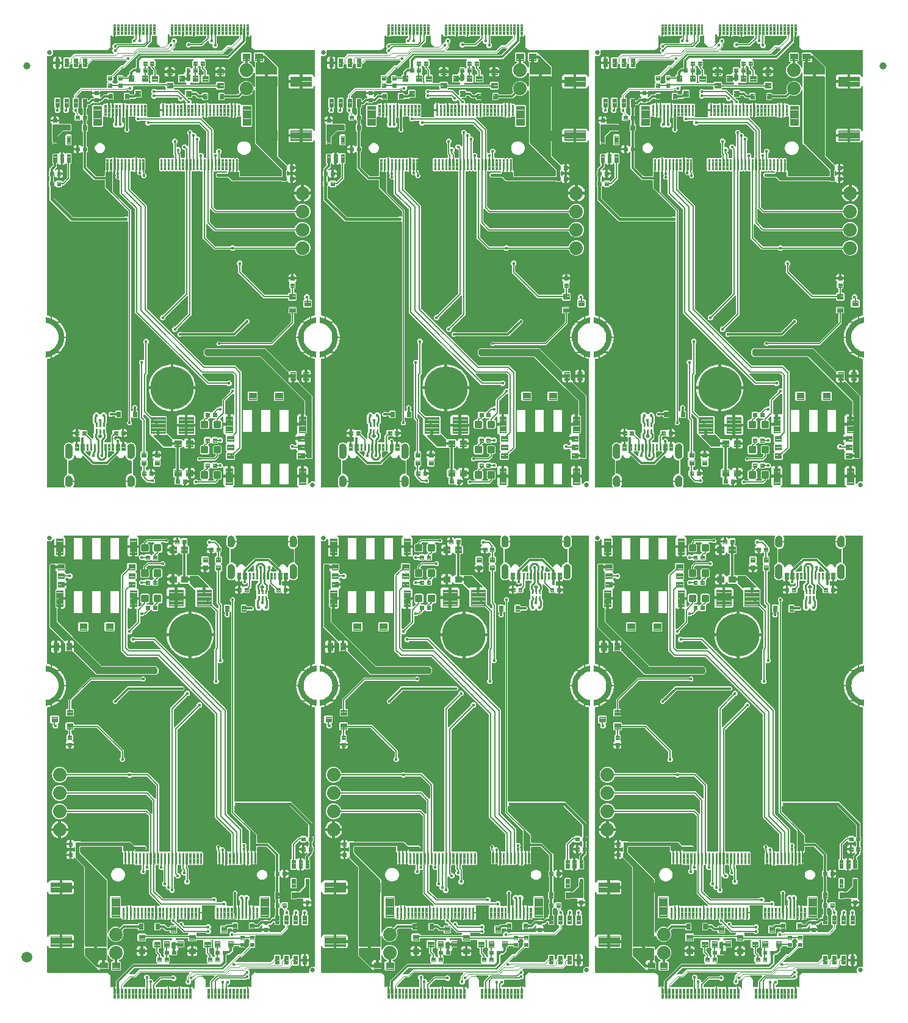
<source format=gtl>
G04 EAGLE Gerber RS-274X export*
G75*
%MOMM*%
%FSLAX34Y34*%
%LPD*%
%INTop Copper*%
%IPPOS*%
%AMOC8*
5,1,8,0,0,1.08239X$1,22.5*%
G01*
%ADD10C,0.102000*%
%ADD11C,0.104000*%
%ADD12C,0.600000*%
%ADD13C,0.102500*%
%ADD14C,0.099000*%
%ADD15C,6.000000*%
%ADD16C,0.635000*%
%ADD17C,0.100800*%
%ADD18C,1.879600*%
%ADD19C,0.098000*%
%ADD20C,0.100000*%
%ADD21C,0.300000*%
%ADD22C,0.096000*%
%ADD23C,0.101500*%
%ADD24C,0.609600*%
%ADD25C,0.203200*%
%ADD26C,0.105000*%
%ADD27C,1.000000*%
%ADD28C,1.500000*%
%ADD29C,0.452400*%
%ADD30C,0.150000*%
%ADD31C,0.110000*%
%ADD32C,0.350000*%
%ADD33C,0.200000*%
%ADD34C,0.250000*%
%ADD35C,0.500000*%
%ADD36C,0.400000*%

G36*
X25649Y715027D02*
X25649Y715027D01*
X25681Y715024D01*
X25788Y715047D01*
X25896Y715062D01*
X25926Y715075D01*
X25957Y715082D01*
X26054Y715133D01*
X26153Y715178D01*
X26178Y715199D01*
X26206Y715214D01*
X26285Y715291D01*
X26368Y715362D01*
X26385Y715389D01*
X26408Y715411D01*
X26462Y715506D01*
X26522Y715598D01*
X26532Y715628D01*
X26547Y715656D01*
X26573Y715763D01*
X26605Y715867D01*
X26605Y715899D01*
X26612Y715931D01*
X26607Y716040D01*
X26608Y716149D01*
X26600Y716180D01*
X26598Y716213D01*
X26562Y716316D01*
X26533Y716421D01*
X26516Y716449D01*
X26506Y716479D01*
X26452Y716552D01*
X26385Y716661D01*
X26349Y716694D01*
X26324Y716728D01*
X26175Y716876D01*
X26174Y716879D01*
X26127Y716993D01*
X26116Y717008D01*
X26108Y717025D01*
X26028Y717118D01*
X26008Y717144D01*
X25850Y717595D01*
X25789Y717712D01*
X25753Y717796D01*
X25498Y718203D01*
X25497Y718204D01*
X25497Y718207D01*
X25477Y718328D01*
X25469Y718345D01*
X25465Y718363D01*
X25440Y718410D01*
X25438Y718420D01*
X25422Y718445D01*
X25408Y718472D01*
X25394Y718501D01*
X25341Y718976D01*
X25307Y719104D01*
X25291Y719194D01*
X25156Y719580D01*
X25160Y719592D01*
X25162Y719683D01*
X25173Y719756D01*
X25173Y720404D01*
X25165Y720464D01*
X25167Y720516D01*
X25103Y721080D01*
X25108Y721099D01*
X25126Y721135D01*
X25139Y721221D01*
X25168Y721333D01*
X25166Y721390D01*
X25173Y721440D01*
X25173Y725655D01*
X25168Y725695D01*
X25170Y725735D01*
X25148Y725834D01*
X25133Y725934D01*
X25117Y725971D01*
X25108Y726010D01*
X25104Y726018D01*
X25167Y726579D01*
X25165Y726639D01*
X25173Y726691D01*
X25173Y727338D01*
X25163Y727407D01*
X25164Y727477D01*
X25154Y727509D01*
X25291Y727901D01*
X25316Y728031D01*
X25341Y728119D01*
X25394Y728597D01*
X25396Y728600D01*
X25456Y728707D01*
X25460Y728725D01*
X25469Y728742D01*
X25492Y728862D01*
X25499Y728894D01*
X25753Y729299D01*
X25807Y729420D01*
X25850Y729500D01*
X26009Y729954D01*
X26011Y729956D01*
X26094Y730048D01*
X26102Y730064D01*
X26114Y730079D01*
X26163Y730191D01*
X26177Y730220D01*
X26515Y730558D01*
X26595Y730664D01*
X26655Y730733D01*
X26910Y731140D01*
X26914Y731142D01*
X27014Y731213D01*
X27025Y731227D01*
X27040Y731238D01*
X27113Y731337D01*
X27134Y731363D01*
X27538Y731617D01*
X27639Y731702D01*
X27713Y731756D01*
X28053Y732096D01*
X28056Y732097D01*
X28170Y732144D01*
X28185Y732156D01*
X28202Y732163D01*
X28295Y732243D01*
X28320Y732263D01*
X28734Y732408D01*
X28767Y732425D01*
X28804Y732435D01*
X28892Y732490D01*
X28984Y732538D01*
X29012Y732564D01*
X29044Y732584D01*
X29113Y732661D01*
X29189Y732732D01*
X29207Y732765D01*
X29233Y732793D01*
X29278Y732886D01*
X29330Y732976D01*
X29339Y733013D01*
X29356Y733047D01*
X29369Y733134D01*
X29398Y733250D01*
X29396Y733304D01*
X29403Y733351D01*
X29403Y753044D01*
X29398Y753081D01*
X29400Y753118D01*
X29378Y753220D01*
X29363Y753323D01*
X29348Y753357D01*
X29340Y753394D01*
X29290Y753485D01*
X29247Y753580D01*
X29223Y753608D01*
X29205Y753641D01*
X29131Y753715D01*
X29064Y753794D01*
X29032Y753815D01*
X29006Y753841D01*
X28928Y753883D01*
X28828Y753948D01*
X28776Y753964D01*
X28734Y753987D01*
X28318Y754132D01*
X28315Y754135D01*
X28224Y754217D01*
X28207Y754225D01*
X28193Y754237D01*
X28080Y754287D01*
X28051Y754301D01*
X27713Y754639D01*
X27607Y754718D01*
X27538Y754778D01*
X27131Y755034D01*
X27129Y755037D01*
X27059Y755137D01*
X27044Y755149D01*
X27033Y755164D01*
X26934Y755237D01*
X26909Y755257D01*
X26655Y755662D01*
X26569Y755763D01*
X26515Y755837D01*
X26175Y756176D01*
X26174Y756179D01*
X26128Y756293D01*
X26116Y756308D01*
X26108Y756325D01*
X26029Y756418D01*
X26008Y756444D01*
X25850Y756895D01*
X25789Y757012D01*
X25753Y757096D01*
X25498Y757503D01*
X25497Y757507D01*
X25477Y757628D01*
X25469Y757645D01*
X25465Y757663D01*
X25408Y757772D01*
X25394Y757801D01*
X25341Y758276D01*
X25307Y758404D01*
X25291Y758494D01*
X25156Y758880D01*
X25160Y758892D01*
X25162Y758983D01*
X25173Y759056D01*
X25173Y759704D01*
X25165Y759764D01*
X25167Y759816D01*
X25103Y760380D01*
X25108Y760399D01*
X25126Y760435D01*
X25139Y760521D01*
X25168Y760633D01*
X25166Y760690D01*
X25173Y760740D01*
X25173Y769955D01*
X25168Y769995D01*
X25170Y770035D01*
X25148Y770134D01*
X25133Y770234D01*
X25117Y770271D01*
X25108Y770310D01*
X25104Y770318D01*
X25167Y770879D01*
X25165Y770939D01*
X25173Y770991D01*
X25173Y771638D01*
X25163Y771707D01*
X25164Y771777D01*
X25154Y771809D01*
X25291Y772201D01*
X25316Y772331D01*
X25341Y772419D01*
X25394Y772897D01*
X25396Y772900D01*
X25456Y773007D01*
X25460Y773025D01*
X25469Y773042D01*
X25492Y773162D01*
X25499Y773194D01*
X25753Y773599D01*
X25807Y773720D01*
X25850Y773800D01*
X26009Y774254D01*
X26011Y774256D01*
X26094Y774348D01*
X26102Y774364D01*
X26114Y774379D01*
X26163Y774491D01*
X26177Y774520D01*
X26515Y774858D01*
X26595Y774964D01*
X26655Y775033D01*
X26910Y775440D01*
X26914Y775442D01*
X27014Y775513D01*
X27025Y775527D01*
X27040Y775538D01*
X27113Y775637D01*
X27134Y775663D01*
X27538Y775917D01*
X27639Y776002D01*
X27713Y776056D01*
X28053Y776396D01*
X28056Y776397D01*
X28170Y776444D01*
X28185Y776456D01*
X28202Y776463D01*
X28295Y776543D01*
X28320Y776563D01*
X28771Y776721D01*
X28889Y776782D01*
X28973Y776818D01*
X29380Y777074D01*
X29383Y777075D01*
X29504Y777095D01*
X29521Y777103D01*
X29540Y777106D01*
X29648Y777163D01*
X29677Y777177D01*
X30152Y777231D01*
X30281Y777264D01*
X30370Y777281D01*
X30824Y777439D01*
X30827Y777439D01*
X30950Y777432D01*
X30968Y777436D01*
X30987Y777435D01*
X31105Y777467D01*
X31137Y777474D01*
X31612Y777421D01*
X31745Y777424D01*
X31836Y777421D01*
X32314Y777474D01*
X32316Y777474D01*
X32435Y777439D01*
X32453Y777439D01*
X32471Y777434D01*
X32594Y777439D01*
X32626Y777438D01*
X33078Y777281D01*
X33208Y777255D01*
X33296Y777231D01*
X33773Y777177D01*
X33776Y777176D01*
X33883Y777116D01*
X33902Y777111D01*
X33918Y777103D01*
X34038Y777080D01*
X34071Y777072D01*
X34475Y776818D01*
X34596Y776764D01*
X34677Y776721D01*
X35130Y776562D01*
X35133Y776560D01*
X35224Y776478D01*
X35241Y776470D01*
X35255Y776458D01*
X35367Y776408D01*
X35397Y776394D01*
X35612Y776179D01*
X35647Y776153D01*
X35675Y776121D01*
X35759Y776069D01*
X35838Y776009D01*
X35878Y775994D01*
X35915Y775971D01*
X36010Y775945D01*
X36102Y775910D01*
X36145Y775907D01*
X36186Y775895D01*
X36285Y775896D01*
X36383Y775888D01*
X36425Y775897D01*
X36468Y775897D01*
X36562Y775926D01*
X36659Y775946D01*
X36697Y775966D01*
X36738Y775978D01*
X36821Y776032D01*
X36908Y776078D01*
X36939Y776108D01*
X36975Y776131D01*
X37039Y776206D01*
X37110Y776275D01*
X37131Y776312D01*
X37159Y776345D01*
X37194Y776423D01*
X37249Y776520D01*
X37263Y776579D01*
X37284Y776627D01*
X37321Y776765D01*
X37723Y777461D01*
X38291Y778029D01*
X38986Y778430D01*
X39762Y778638D01*
X41155Y778638D01*
X41155Y771598D01*
X41164Y771534D01*
X41163Y771470D01*
X41184Y771395D01*
X41195Y771318D01*
X41221Y771260D01*
X41238Y771198D01*
X41279Y771132D01*
X41311Y771061D01*
X41352Y771013D01*
X41386Y770958D01*
X41444Y770906D01*
X41494Y770847D01*
X41548Y770812D01*
X41596Y770769D01*
X41665Y770735D01*
X41730Y770693D01*
X41792Y770674D01*
X41849Y770646D01*
X41919Y770635D01*
X42000Y770610D01*
X42085Y770609D01*
X42154Y770598D01*
X43154Y770598D01*
X43218Y770607D01*
X43282Y770607D01*
X43357Y770627D01*
X43433Y770638D01*
X43492Y770665D01*
X43554Y770682D01*
X43620Y770723D01*
X43690Y770754D01*
X43739Y770796D01*
X43794Y770830D01*
X43846Y770887D01*
X43904Y770938D01*
X43940Y770992D01*
X43983Y771039D01*
X44016Y771109D01*
X44059Y771174D01*
X44078Y771235D01*
X44106Y771293D01*
X44117Y771362D01*
X44141Y771443D01*
X44142Y771528D01*
X44153Y771598D01*
X44153Y778638D01*
X45546Y778638D01*
X46379Y778415D01*
X46433Y778408D01*
X46484Y778393D01*
X46572Y778391D01*
X46659Y778381D01*
X46712Y778390D01*
X46766Y778389D01*
X46851Y778412D01*
X46938Y778427D01*
X46986Y778450D01*
X47038Y778464D01*
X47113Y778510D01*
X47192Y778548D01*
X47232Y778584D01*
X47278Y778612D01*
X47337Y778678D01*
X47402Y778736D01*
X47431Y778782D01*
X47467Y778822D01*
X47505Y778901D01*
X47552Y778975D01*
X47566Y779027D01*
X47590Y779075D01*
X47602Y779153D01*
X47628Y779247D01*
X47628Y779319D01*
X47637Y779380D01*
X47637Y780213D01*
X47624Y780308D01*
X47619Y780405D01*
X47604Y780448D01*
X47597Y780493D01*
X47558Y780580D01*
X47526Y780671D01*
X47501Y780705D01*
X47481Y780750D01*
X47398Y780847D01*
X47345Y780920D01*
X47125Y781139D01*
X47125Y784011D01*
X47118Y784064D01*
X47120Y784117D01*
X47098Y784203D01*
X47085Y784290D01*
X47063Y784339D01*
X47050Y784391D01*
X47005Y784467D01*
X46969Y784547D01*
X46934Y784588D01*
X46907Y784634D01*
X46843Y784694D01*
X46786Y784761D01*
X46741Y784790D01*
X46702Y784827D01*
X46624Y784867D01*
X46550Y784916D01*
X46498Y784931D01*
X46451Y784956D01*
X46364Y784972D01*
X46280Y784998D01*
X46227Y784999D01*
X46174Y785009D01*
X46096Y785000D01*
X45998Y785002D01*
X45928Y784982D01*
X45867Y784976D01*
X45796Y784957D01*
X44403Y784957D01*
X44403Y789997D01*
X44395Y790058D01*
X44395Y790094D01*
X44395Y790095D01*
X44395Y790125D01*
X44374Y790200D01*
X44363Y790276D01*
X44337Y790335D01*
X44320Y790397D01*
X44279Y790463D01*
X44262Y790500D01*
X44266Y790509D01*
X44309Y790574D01*
X44328Y790635D01*
X44356Y790693D01*
X44367Y790762D01*
X44391Y790843D01*
X44392Y790928D01*
X44403Y790998D01*
X44403Y796038D01*
X45796Y796038D01*
X46572Y795830D01*
X47267Y795429D01*
X47928Y794768D01*
X47934Y794763D01*
X47947Y794747D01*
X47991Y794715D01*
X48028Y794677D01*
X48105Y794634D01*
X48152Y794600D01*
X48154Y794598D01*
X48176Y794582D01*
X48227Y794565D01*
X48273Y794538D01*
X48359Y794518D01*
X48442Y794489D01*
X48495Y794486D01*
X48548Y794473D01*
X48636Y794478D01*
X48724Y794473D01*
X48776Y794485D01*
X48829Y794488D01*
X48913Y794516D01*
X48998Y794536D01*
X49045Y794562D01*
X49096Y794580D01*
X49159Y794626D01*
X49245Y794674D01*
X49295Y794726D01*
X49345Y794762D01*
X49581Y794998D01*
X56227Y794998D01*
X57405Y793820D01*
X57405Y789947D01*
X57414Y789885D01*
X57413Y789838D01*
X57420Y789811D01*
X57423Y789756D01*
X57438Y789713D01*
X57445Y789668D01*
X57484Y789580D01*
X57484Y789579D01*
X57488Y789566D01*
X57490Y789563D01*
X57516Y789490D01*
X57541Y789455D01*
X57561Y789411D01*
X57644Y789314D01*
X57697Y789241D01*
X63147Y783791D01*
X63947Y782991D01*
X63973Y782971D01*
X63994Y782947D01*
X64086Y782887D01*
X64173Y782821D01*
X64203Y782810D01*
X64230Y782792D01*
X64335Y782760D01*
X64437Y782722D01*
X64469Y782719D01*
X64500Y782710D01*
X64609Y782708D01*
X64718Y782700D01*
X64750Y782707D01*
X64782Y782706D01*
X64887Y782735D01*
X64994Y782758D01*
X65023Y782773D01*
X65054Y782781D01*
X65147Y782839D01*
X65243Y782890D01*
X65266Y782913D01*
X65294Y782929D01*
X65367Y783010D01*
X65445Y783087D01*
X65461Y783115D01*
X65483Y783139D01*
X65530Y783237D01*
X65584Y783332D01*
X65592Y783364D01*
X65606Y783393D01*
X65620Y783482D01*
X65649Y783607D01*
X65647Y783655D01*
X65653Y783697D01*
X65653Y790794D01*
X66361Y791501D01*
X66418Y791578D01*
X66483Y791649D01*
X66503Y791690D01*
X66530Y791727D01*
X66564Y791817D01*
X66606Y791903D01*
X66612Y791945D01*
X66629Y791991D01*
X66639Y792118D01*
X66653Y792208D01*
X66653Y797026D01*
X66668Y797041D01*
X66707Y797092D01*
X66753Y797137D01*
X66791Y797204D01*
X66837Y797266D01*
X66860Y797327D01*
X66892Y797382D01*
X66910Y797458D01*
X66937Y797530D01*
X66942Y797594D01*
X66957Y797657D01*
X66953Y797734D01*
X66959Y797811D01*
X66946Y797874D01*
X66942Y797939D01*
X66917Y798012D01*
X66901Y798087D01*
X66871Y798144D01*
X66850Y798205D01*
X66809Y798262D01*
X66769Y798336D01*
X66710Y798397D01*
X66668Y798454D01*
X66653Y798469D01*
X66653Y802715D01*
X66640Y802811D01*
X66635Y802907D01*
X66620Y802950D01*
X66613Y802995D01*
X66574Y803082D01*
X66542Y803173D01*
X66517Y803207D01*
X66497Y803252D01*
X66414Y803349D01*
X66361Y803422D01*
X65141Y804641D01*
X65141Y814832D01*
X65349Y815039D01*
X65406Y815116D01*
X65471Y815187D01*
X65491Y815228D01*
X65518Y815265D01*
X65552Y815355D01*
X65594Y815441D01*
X65600Y815483D01*
X65617Y815529D01*
X65627Y815656D01*
X65641Y815746D01*
X65641Y816763D01*
X68138Y819260D01*
X71670Y819260D01*
X74197Y816732D01*
X74249Y816694D01*
X74294Y816648D01*
X74361Y816610D01*
X74423Y816563D01*
X74483Y816540D01*
X74539Y816509D01*
X74614Y816491D01*
X74687Y816464D01*
X74751Y816459D01*
X74813Y816444D01*
X74891Y816448D01*
X74968Y816442D01*
X75031Y816455D01*
X75095Y816458D01*
X75168Y816484D01*
X75244Y816499D01*
X75301Y816530D01*
X75362Y816551D01*
X75418Y816592D01*
X75493Y816632D01*
X75554Y816691D01*
X75611Y816732D01*
X78138Y819260D01*
X81670Y819260D01*
X84167Y816763D01*
X84167Y815746D01*
X84180Y815651D01*
X84185Y815555D01*
X84200Y815512D01*
X84207Y815467D01*
X84246Y815379D01*
X84278Y815288D01*
X84303Y815254D01*
X84323Y815210D01*
X84406Y815113D01*
X84459Y815039D01*
X84681Y814818D01*
X84671Y814776D01*
X84673Y814727D01*
X84667Y814685D01*
X84667Y804641D01*
X83447Y803422D01*
X83390Y803345D01*
X83325Y803274D01*
X83305Y803233D01*
X83278Y803196D01*
X83244Y803106D01*
X83202Y803020D01*
X83196Y802978D01*
X83179Y802933D01*
X83169Y802805D01*
X83155Y802715D01*
X83155Y798469D01*
X82890Y798204D01*
X82851Y798153D01*
X82805Y798108D01*
X82767Y798040D01*
X82721Y797978D01*
X82698Y797918D01*
X82666Y797862D01*
X82648Y797787D01*
X82621Y797715D01*
X82616Y797651D01*
X82601Y797588D01*
X82605Y797510D01*
X82599Y797433D01*
X82612Y797370D01*
X82616Y797306D01*
X82641Y797233D01*
X82657Y797157D01*
X82687Y797100D01*
X82708Y797040D01*
X82749Y796983D01*
X82789Y796908D01*
X82848Y796848D01*
X82890Y796791D01*
X83155Y796526D01*
X83155Y791958D01*
X83164Y791895D01*
X83163Y791837D01*
X83171Y791807D01*
X83173Y791767D01*
X83188Y791724D01*
X83195Y791679D01*
X83226Y791610D01*
X83238Y791565D01*
X83250Y791546D01*
X83266Y791500D01*
X83291Y791466D01*
X83311Y791422D01*
X83367Y791356D01*
X83386Y791325D01*
X83408Y791305D01*
X83447Y791251D01*
X84155Y790544D01*
X84155Y783065D01*
X80947Y779858D01*
X80890Y779781D01*
X80825Y779710D01*
X80805Y779669D01*
X80778Y779632D01*
X80744Y779542D01*
X80702Y779456D01*
X80696Y779414D01*
X80679Y779368D01*
X80671Y779264D01*
X80667Y779252D01*
X80666Y779226D01*
X80655Y779151D01*
X80655Y779097D01*
X80664Y779034D01*
X80663Y778970D01*
X80684Y778895D01*
X80695Y778818D01*
X80721Y778760D01*
X80738Y778698D01*
X80779Y778632D01*
X80811Y778561D01*
X80853Y778512D01*
X80886Y778458D01*
X80944Y778406D01*
X80994Y778347D01*
X81048Y778312D01*
X81096Y778269D01*
X81165Y778235D01*
X81230Y778192D01*
X81292Y778174D01*
X81349Y778146D01*
X81419Y778135D01*
X81500Y778110D01*
X81585Y778109D01*
X81654Y778098D01*
X84434Y778098D01*
X84641Y777891D01*
X84718Y777833D01*
X84789Y777769D01*
X84830Y777749D01*
X84867Y777722D01*
X84957Y777688D01*
X85043Y777646D01*
X85085Y777639D01*
X85131Y777622D01*
X85258Y777612D01*
X85348Y777598D01*
X88904Y777598D01*
X88968Y777607D01*
X89032Y777606D01*
X89107Y777627D01*
X89183Y777638D01*
X89242Y777664D01*
X89304Y777682D01*
X89370Y777722D01*
X89440Y777754D01*
X89489Y777796D01*
X89544Y777830D01*
X89596Y777887D01*
X89654Y777938D01*
X89690Y777991D01*
X89733Y778039D01*
X89766Y778109D01*
X89809Y778174D01*
X89828Y778235D01*
X89856Y778293D01*
X89867Y778362D01*
X89891Y778443D01*
X89892Y778528D01*
X89903Y778597D01*
X89903Y787033D01*
X92111Y789241D01*
X92168Y789317D01*
X92233Y789389D01*
X92253Y789430D01*
X92280Y789466D01*
X92308Y789540D01*
X92309Y789542D01*
X92311Y789548D01*
X92314Y789556D01*
X92356Y789643D01*
X92362Y789685D01*
X92379Y789730D01*
X92384Y789787D01*
X92391Y789812D01*
X92392Y789876D01*
X92403Y789947D01*
X92403Y793820D01*
X93581Y794998D01*
X100227Y794998D01*
X100463Y794762D01*
X100506Y794730D01*
X100543Y794690D01*
X100618Y794645D01*
X100689Y794592D01*
X100739Y794574D01*
X100785Y794546D01*
X100870Y794524D01*
X100953Y794493D01*
X101006Y794489D01*
X101058Y794475D01*
X101146Y794478D01*
X101234Y794471D01*
X101286Y794482D01*
X101340Y794484D01*
X101424Y794511D01*
X101510Y794529D01*
X101557Y794554D01*
X101608Y794570D01*
X101681Y794620D01*
X101759Y794661D01*
X101797Y794699D01*
X101842Y794729D01*
X101864Y794756D01*
X101880Y794768D01*
X102541Y795429D01*
X103236Y795830D01*
X104012Y796038D01*
X105405Y796038D01*
X105405Y790998D01*
X105414Y790934D01*
X105413Y790870D01*
X105434Y790795D01*
X105445Y790718D01*
X105471Y790660D01*
X105488Y790598D01*
X105529Y790532D01*
X105546Y790495D01*
X105542Y790486D01*
X105499Y790421D01*
X105480Y790360D01*
X105452Y790302D01*
X105441Y790232D01*
X105417Y790151D01*
X105416Y790067D01*
X105405Y789997D01*
X105405Y784957D01*
X104012Y784957D01*
X103236Y785165D01*
X102541Y785566D01*
X101880Y786227D01*
X101874Y786231D01*
X101861Y786248D01*
X101817Y786279D01*
X101780Y786318D01*
X101703Y786361D01*
X101656Y786395D01*
X101654Y786397D01*
X101632Y786412D01*
X101581Y786430D01*
X101535Y786457D01*
X101449Y786477D01*
X101366Y786506D01*
X101313Y786509D01*
X101260Y786522D01*
X101172Y786517D01*
X101084Y786522D01*
X101032Y786510D01*
X100979Y786507D01*
X100895Y786478D01*
X100810Y786459D01*
X100763Y786432D01*
X100712Y786415D01*
X100649Y786369D01*
X100563Y786321D01*
X100513Y786269D01*
X100463Y786233D01*
X100227Y785997D01*
X96354Y785997D01*
X96259Y785983D01*
X96163Y785978D01*
X96120Y785963D01*
X96075Y785957D01*
X95987Y785917D01*
X95896Y785886D01*
X95862Y785861D01*
X95818Y785841D01*
X95720Y785757D01*
X95647Y785704D01*
X95197Y785254D01*
X95140Y785177D01*
X95075Y785106D01*
X95055Y785065D01*
X95028Y785029D01*
X94994Y784939D01*
X94952Y784852D01*
X94946Y784810D01*
X94929Y784765D01*
X94919Y784637D01*
X94905Y784548D01*
X94905Y782047D01*
X94909Y782015D01*
X94907Y781983D01*
X94929Y781876D01*
X94945Y781768D01*
X94958Y781739D01*
X94964Y781707D01*
X95016Y781611D01*
X95061Y781511D01*
X95082Y781487D01*
X95097Y781458D01*
X95173Y781380D01*
X95244Y781297D01*
X95271Y781279D01*
X95294Y781256D01*
X95389Y781202D01*
X95480Y781142D01*
X95511Y781133D01*
X95539Y781117D01*
X95645Y781092D01*
X95750Y781060D01*
X95782Y781060D01*
X95813Y781052D01*
X95923Y781058D01*
X96032Y781056D01*
X96063Y781065D01*
X96095Y781067D01*
X96198Y781102D01*
X96304Y781132D01*
X96331Y781148D01*
X96362Y781159D01*
X96435Y781212D01*
X96544Y781280D01*
X96576Y781316D01*
X96611Y781341D01*
X98046Y782776D01*
X100762Y782776D01*
X102683Y780856D01*
X102683Y779517D01*
X102690Y779464D01*
X102688Y779410D01*
X102710Y779325D01*
X102723Y779238D01*
X102745Y779189D01*
X102758Y779137D01*
X102803Y779061D01*
X102839Y778981D01*
X102874Y778940D01*
X102901Y778894D01*
X102965Y778834D01*
X103022Y778767D01*
X103067Y778737D01*
X103106Y778701D01*
X103184Y778660D01*
X103258Y778612D01*
X103310Y778597D01*
X103357Y778572D01*
X103444Y778556D01*
X103528Y778530D01*
X103581Y778529D01*
X103634Y778519D01*
X103712Y778527D01*
X103810Y778526D01*
X103880Y778545D01*
X103941Y778552D01*
X104262Y778638D01*
X105655Y778638D01*
X105655Y771598D01*
X105664Y771534D01*
X105663Y771470D01*
X105684Y771395D01*
X105695Y771318D01*
X105721Y771260D01*
X105738Y771198D01*
X105779Y771132D01*
X105811Y771061D01*
X105852Y771013D01*
X105886Y770958D01*
X105944Y770906D01*
X105994Y770847D01*
X106048Y770812D01*
X106096Y770769D01*
X106165Y770735D01*
X106230Y770693D01*
X106292Y770674D01*
X106349Y770646D01*
X106419Y770635D01*
X106500Y770610D01*
X106585Y770609D01*
X106654Y770598D01*
X107654Y770598D01*
X107718Y770607D01*
X107782Y770607D01*
X107857Y770627D01*
X107933Y770638D01*
X107992Y770665D01*
X108054Y770682D01*
X108120Y770723D01*
X108190Y770754D01*
X108239Y770796D01*
X108294Y770830D01*
X108346Y770887D01*
X108404Y770938D01*
X108440Y770992D01*
X108483Y771039D01*
X108516Y771109D01*
X108559Y771174D01*
X108578Y771235D01*
X108606Y771293D01*
X108617Y771362D01*
X108641Y771443D01*
X108642Y771528D01*
X108653Y771598D01*
X108653Y778638D01*
X110046Y778638D01*
X110822Y778430D01*
X111517Y778029D01*
X112085Y777461D01*
X112487Y776765D01*
X112524Y776627D01*
X112541Y776587D01*
X112550Y776545D01*
X112596Y776458D01*
X112635Y776367D01*
X112662Y776334D01*
X112682Y776296D01*
X112751Y776225D01*
X112813Y776149D01*
X112849Y776125D01*
X112879Y776094D01*
X112965Y776045D01*
X113046Y775990D01*
X113087Y775976D01*
X113124Y775955D01*
X113220Y775932D01*
X113314Y775902D01*
X113357Y775900D01*
X113399Y775890D01*
X113497Y775895D01*
X113596Y775892D01*
X113637Y775902D01*
X113680Y775904D01*
X113773Y775937D01*
X113869Y775961D01*
X113906Y775983D01*
X113947Y775997D01*
X114016Y776047D01*
X114112Y776104D01*
X114153Y776148D01*
X114196Y776179D01*
X114413Y776396D01*
X114416Y776397D01*
X114530Y776444D01*
X114545Y776456D01*
X114562Y776463D01*
X114655Y776543D01*
X114680Y776563D01*
X115131Y776721D01*
X115249Y776782D01*
X115333Y776818D01*
X115740Y777074D01*
X115743Y777075D01*
X115864Y777095D01*
X115881Y777103D01*
X115900Y777106D01*
X116008Y777163D01*
X116037Y777177D01*
X116512Y777231D01*
X116641Y777264D01*
X116730Y777281D01*
X117184Y777439D01*
X117187Y777439D01*
X117310Y777432D01*
X117328Y777436D01*
X117347Y777435D01*
X117465Y777467D01*
X117497Y777474D01*
X117972Y777421D01*
X118105Y777424D01*
X118196Y777421D01*
X118674Y777474D01*
X118676Y777474D01*
X118795Y777439D01*
X118813Y777439D01*
X118831Y777434D01*
X118954Y777439D01*
X118986Y777438D01*
X119438Y777281D01*
X119568Y777255D01*
X119656Y777231D01*
X120133Y777177D01*
X120136Y777176D01*
X120243Y777116D01*
X120262Y777111D01*
X120278Y777103D01*
X120398Y777080D01*
X120431Y777072D01*
X120835Y776818D01*
X120956Y776764D01*
X121037Y776721D01*
X121490Y776562D01*
X121493Y776560D01*
X121584Y776478D01*
X121601Y776470D01*
X121615Y776458D01*
X121727Y776408D01*
X121757Y776394D01*
X122095Y776056D01*
X122201Y775977D01*
X122270Y775917D01*
X122677Y775661D01*
X122679Y775658D01*
X122749Y775558D01*
X122764Y775546D01*
X122775Y775531D01*
X122874Y775458D01*
X122899Y775438D01*
X123153Y775033D01*
X123239Y774932D01*
X123293Y774858D01*
X123633Y774518D01*
X123634Y774515D01*
X123680Y774402D01*
X123692Y774387D01*
X123700Y774370D01*
X123779Y774277D01*
X123800Y774251D01*
X123958Y773800D01*
X124019Y773683D01*
X124055Y773599D01*
X124310Y773192D01*
X124311Y773188D01*
X124331Y773067D01*
X124339Y773050D01*
X124343Y773032D01*
X124400Y772923D01*
X124414Y772894D01*
X124467Y772419D01*
X124501Y772291D01*
X124517Y772201D01*
X124652Y771815D01*
X124648Y771803D01*
X124646Y771712D01*
X124635Y771638D01*
X124635Y770991D01*
X124643Y770931D01*
X124641Y770879D01*
X124705Y770315D01*
X124700Y770296D01*
X124682Y770260D01*
X124669Y770174D01*
X124640Y770062D01*
X124642Y770004D01*
X124635Y769955D01*
X124635Y760740D01*
X124640Y760700D01*
X124638Y760660D01*
X124660Y760561D01*
X124675Y760460D01*
X124691Y760424D01*
X124700Y760384D01*
X124704Y760377D01*
X124641Y759816D01*
X124643Y759756D01*
X124635Y759704D01*
X124635Y759056D01*
X124645Y758988D01*
X124644Y758918D01*
X124654Y758885D01*
X124517Y758494D01*
X124492Y758364D01*
X124467Y758276D01*
X124414Y757798D01*
X124412Y757795D01*
X124352Y757688D01*
X124348Y757670D01*
X124339Y757653D01*
X124316Y757533D01*
X124309Y757501D01*
X124055Y757096D01*
X124001Y756975D01*
X123958Y756895D01*
X123799Y756441D01*
X123796Y756438D01*
X123714Y756347D01*
X123706Y756330D01*
X123694Y756316D01*
X123645Y756204D01*
X123631Y756174D01*
X123293Y755837D01*
X123213Y755731D01*
X123153Y755662D01*
X122898Y755255D01*
X122895Y755253D01*
X122794Y755182D01*
X122783Y755167D01*
X122768Y755156D01*
X122695Y755058D01*
X122674Y755032D01*
X122270Y754778D01*
X122168Y754692D01*
X122095Y754639D01*
X121755Y754299D01*
X121752Y754297D01*
X121638Y754251D01*
X121623Y754239D01*
X121606Y754231D01*
X121513Y754152D01*
X121488Y754132D01*
X121074Y753987D01*
X121041Y753969D01*
X121004Y753959D01*
X120916Y753905D01*
X120824Y753857D01*
X120796Y753831D01*
X120764Y753811D01*
X120695Y753734D01*
X120619Y753662D01*
X120600Y753630D01*
X120575Y753602D01*
X120530Y753509D01*
X120478Y753419D01*
X120469Y753382D01*
X120452Y753348D01*
X120439Y753261D01*
X120410Y753145D01*
X120412Y753090D01*
X120405Y753044D01*
X120405Y733351D01*
X120410Y733314D01*
X120408Y733276D01*
X120430Y733175D01*
X120445Y733072D01*
X120460Y733038D01*
X120468Y733001D01*
X120518Y732910D01*
X120561Y732815D01*
X120585Y732787D01*
X120603Y732753D01*
X120677Y732680D01*
X120744Y732601D01*
X120776Y732580D01*
X120802Y732553D01*
X120880Y732512D01*
X120980Y732446D01*
X121032Y732430D01*
X121074Y732408D01*
X121490Y732262D01*
X121493Y732260D01*
X121584Y732178D01*
X121601Y732170D01*
X121615Y732158D01*
X121728Y732108D01*
X121757Y732094D01*
X122095Y731756D01*
X122201Y731677D01*
X122270Y731617D01*
X122677Y731361D01*
X122679Y731358D01*
X122749Y731258D01*
X122764Y731246D01*
X122775Y731231D01*
X122874Y731158D01*
X122899Y731138D01*
X123153Y730733D01*
X123239Y730632D01*
X123293Y730558D01*
X123633Y730218D01*
X123634Y730215D01*
X123680Y730102D01*
X123692Y730087D01*
X123700Y730070D01*
X123779Y729977D01*
X123800Y729951D01*
X123958Y729500D01*
X124019Y729382D01*
X124055Y729299D01*
X124310Y728892D01*
X124311Y728888D01*
X124331Y728767D01*
X124339Y728750D01*
X124343Y728732D01*
X124400Y728623D01*
X124414Y728594D01*
X124467Y728119D01*
X124501Y727991D01*
X124517Y727901D01*
X124652Y727515D01*
X124648Y727503D01*
X124646Y727412D01*
X124635Y727338D01*
X124635Y726691D01*
X124643Y726631D01*
X124641Y726579D01*
X124705Y726015D01*
X124700Y725996D01*
X124682Y725960D01*
X124669Y725874D01*
X124640Y725762D01*
X124642Y725704D01*
X124635Y725655D01*
X124635Y721440D01*
X124640Y721400D01*
X124638Y721360D01*
X124660Y721261D01*
X124675Y721160D01*
X124691Y721124D01*
X124700Y721084D01*
X124704Y721077D01*
X124641Y720516D01*
X124643Y720456D01*
X124635Y720404D01*
X124635Y719756D01*
X124645Y719688D01*
X124644Y719618D01*
X124654Y719585D01*
X124517Y719194D01*
X124492Y719064D01*
X124467Y718976D01*
X124414Y718498D01*
X124412Y718495D01*
X124396Y718466D01*
X124381Y718444D01*
X124379Y718435D01*
X124352Y718388D01*
X124348Y718370D01*
X124339Y718353D01*
X124316Y718233D01*
X124315Y718226D01*
X124305Y718195D01*
X124055Y717796D01*
X124001Y717675D01*
X123958Y717595D01*
X123799Y717141D01*
X123797Y717138D01*
X123714Y717047D01*
X123706Y717030D01*
X123694Y717016D01*
X123645Y716904D01*
X123631Y716874D01*
X123484Y716728D01*
X123465Y716702D01*
X123440Y716681D01*
X123380Y716590D01*
X123315Y716502D01*
X123304Y716472D01*
X123286Y716445D01*
X123254Y716341D01*
X123215Y716239D01*
X123213Y716206D01*
X123203Y716176D01*
X123202Y716066D01*
X123194Y715957D01*
X123200Y715926D01*
X123200Y715894D01*
X123229Y715788D01*
X123251Y715681D01*
X123266Y715653D01*
X123275Y715622D01*
X123332Y715529D01*
X123384Y715432D01*
X123406Y715409D01*
X123423Y715382D01*
X123504Y715308D01*
X123580Y715230D01*
X123608Y715214D01*
X123632Y715193D01*
X123731Y715145D01*
X123826Y715091D01*
X123857Y715084D01*
X123886Y715070D01*
X123976Y715056D01*
X124100Y715026D01*
X124149Y715029D01*
X124191Y715022D01*
X247345Y715022D01*
X247366Y715025D01*
X247387Y715023D01*
X247506Y715045D01*
X247624Y715062D01*
X247643Y715071D01*
X247665Y715075D01*
X247772Y715129D01*
X247881Y715178D01*
X247897Y715192D01*
X247916Y715202D01*
X248004Y715284D01*
X248095Y715362D01*
X248107Y715380D01*
X248123Y715394D01*
X248184Y715497D01*
X248250Y715598D01*
X248256Y715618D01*
X248267Y715637D01*
X248297Y715753D01*
X248332Y715867D01*
X248332Y715889D01*
X248338Y715910D01*
X248334Y716029D01*
X248336Y716149D01*
X248330Y716170D01*
X248329Y716192D01*
X248293Y716305D01*
X248261Y716421D01*
X248249Y716439D01*
X248243Y716460D01*
X248175Y716559D01*
X248112Y716661D01*
X248096Y716676D01*
X248084Y716693D01*
X248013Y716751D01*
X247903Y716850D01*
X247870Y716866D01*
X247844Y716887D01*
X247537Y717064D01*
X246971Y717630D01*
X246570Y718324D01*
X246363Y719097D01*
X246363Y728498D01*
X252904Y728498D01*
X252968Y728507D01*
X253032Y728506D01*
X253106Y728527D01*
X253183Y728538D01*
X253242Y728564D01*
X253304Y728582D01*
X253370Y728622D01*
X253440Y728654D01*
X253489Y728696D01*
X253544Y728730D01*
X253595Y728787D01*
X253654Y728838D01*
X253690Y728891D01*
X253733Y728939D01*
X253766Y729009D01*
X253809Y729074D01*
X253828Y729135D01*
X253856Y729193D01*
X253866Y729262D01*
X253891Y729343D01*
X253892Y729428D01*
X253903Y729497D01*
X253903Y730498D01*
X253905Y730498D01*
X253905Y729497D01*
X253914Y729434D01*
X253913Y729370D01*
X253934Y729295D01*
X253945Y729218D01*
X253971Y729160D01*
X253988Y729098D01*
X254029Y729032D01*
X254061Y728961D01*
X254103Y728913D01*
X254136Y728858D01*
X254194Y728806D01*
X254244Y728747D01*
X254298Y728712D01*
X254346Y728669D01*
X254415Y728635D01*
X254480Y728593D01*
X254542Y728574D01*
X254600Y728546D01*
X254669Y728535D01*
X254750Y728510D01*
X254835Y728509D01*
X254904Y728498D01*
X261445Y728498D01*
X261445Y719097D01*
X261238Y718324D01*
X260837Y717630D01*
X260271Y717064D01*
X259964Y716887D01*
X259947Y716873D01*
X259927Y716865D01*
X259836Y716787D01*
X259742Y716713D01*
X259729Y716695D01*
X259713Y716681D01*
X259647Y716581D01*
X259577Y716484D01*
X259570Y716463D01*
X259558Y716445D01*
X259523Y716331D01*
X259484Y716218D01*
X259482Y716196D01*
X259476Y716176D01*
X259474Y716056D01*
X259468Y715936D01*
X259473Y715915D01*
X259472Y715894D01*
X259504Y715778D01*
X259531Y715661D01*
X259542Y715643D01*
X259547Y715622D01*
X259611Y715519D01*
X259669Y715415D01*
X259684Y715400D01*
X259696Y715382D01*
X259785Y715301D01*
X259870Y715217D01*
X259889Y715207D01*
X259905Y715193D01*
X260013Y715140D01*
X260118Y715084D01*
X260139Y715079D01*
X260159Y715070D01*
X260249Y715056D01*
X260394Y715025D01*
X260431Y715027D01*
X260463Y715022D01*
X349345Y715022D01*
X349366Y715025D01*
X349387Y715023D01*
X349506Y715045D01*
X349624Y715062D01*
X349643Y715071D01*
X349665Y715075D01*
X349772Y715129D01*
X349881Y715178D01*
X349897Y715192D01*
X349916Y715202D01*
X350004Y715284D01*
X350095Y715362D01*
X350107Y715380D01*
X350123Y715394D01*
X350184Y715497D01*
X350250Y715598D01*
X350256Y715618D01*
X350267Y715637D01*
X350297Y715753D01*
X350332Y715867D01*
X350332Y715889D01*
X350338Y715910D01*
X350334Y716029D01*
X350336Y716149D01*
X350330Y716170D01*
X350329Y716192D01*
X350293Y716305D01*
X350261Y716421D01*
X350249Y716439D01*
X350243Y716460D01*
X350175Y716559D01*
X350112Y716661D01*
X350096Y716676D01*
X350084Y716693D01*
X350013Y716751D01*
X349903Y716850D01*
X349870Y716866D01*
X349844Y716887D01*
X349537Y717064D01*
X348971Y717630D01*
X348570Y718324D01*
X348363Y719097D01*
X348363Y728498D01*
X354904Y728498D01*
X354968Y728507D01*
X355032Y728506D01*
X355106Y728527D01*
X355183Y728538D01*
X355242Y728564D01*
X355304Y728582D01*
X355370Y728622D01*
X355440Y728654D01*
X355489Y728696D01*
X355544Y728730D01*
X355595Y728787D01*
X355654Y728838D01*
X355690Y728891D01*
X355733Y728939D01*
X355766Y729009D01*
X355809Y729074D01*
X355828Y729135D01*
X355856Y729193D01*
X355866Y729262D01*
X355891Y729343D01*
X355892Y729428D01*
X355903Y729497D01*
X355903Y730498D01*
X355905Y730498D01*
X355905Y729497D01*
X355914Y729434D01*
X355913Y729370D01*
X355934Y729295D01*
X355945Y729218D01*
X355971Y729160D01*
X355988Y729098D01*
X356029Y729032D01*
X356061Y728961D01*
X356103Y728913D01*
X356136Y728858D01*
X356194Y728806D01*
X356244Y728747D01*
X356298Y728712D01*
X356346Y728669D01*
X356415Y728635D01*
X356480Y728593D01*
X356542Y728574D01*
X356600Y728546D01*
X356669Y728535D01*
X356750Y728510D01*
X356835Y728509D01*
X356904Y728498D01*
X363445Y728498D01*
X363445Y721063D01*
X363449Y721031D01*
X363447Y720999D01*
X363469Y720892D01*
X363485Y720784D01*
X363498Y720754D01*
X363504Y720723D01*
X363556Y720627D01*
X363601Y720527D01*
X363622Y720502D01*
X363637Y720474D01*
X363713Y720396D01*
X363784Y720313D01*
X363811Y720295D01*
X363834Y720272D01*
X363929Y720218D01*
X364020Y720158D01*
X364051Y720149D01*
X364079Y720133D01*
X364186Y720108D01*
X364290Y720076D01*
X364322Y720075D01*
X364353Y720068D01*
X364463Y720073D01*
X364572Y720072D01*
X364603Y720081D01*
X364635Y720082D01*
X364738Y720118D01*
X364844Y720147D01*
X364871Y720164D01*
X364902Y720175D01*
X364975Y720228D01*
X365084Y720295D01*
X365116Y720331D01*
X365151Y720356D01*
X367967Y723173D01*
X371896Y723173D01*
X371899Y723171D01*
X371929Y723160D01*
X371956Y723142D01*
X372061Y723110D01*
X372163Y723072D01*
X372195Y723069D01*
X372226Y723060D01*
X372335Y723058D01*
X372444Y723050D01*
X372476Y723056D01*
X372508Y723056D01*
X372613Y723085D01*
X372720Y723107D01*
X372749Y723123D01*
X372780Y723131D01*
X372873Y723189D01*
X372969Y723240D01*
X372992Y723262D01*
X373020Y723279D01*
X373093Y723361D01*
X373171Y723437D01*
X373187Y723465D01*
X373209Y723489D01*
X373256Y723587D01*
X373310Y723682D01*
X373318Y723713D01*
X373332Y723742D01*
X373346Y723832D01*
X373375Y723956D01*
X373373Y724005D01*
X373379Y724047D01*
X373379Y892494D01*
X373366Y892590D01*
X373360Y892687D01*
X373346Y892729D01*
X373339Y892774D01*
X373300Y892862D01*
X373268Y892953D01*
X373242Y892990D01*
X373223Y893031D01*
X373160Y893104D01*
X373104Y893183D01*
X373069Y893211D01*
X373040Y893245D01*
X372959Y893298D01*
X372883Y893358D01*
X372844Y893373D01*
X372804Y893399D01*
X372680Y893437D01*
X372595Y893470D01*
X369535Y894146D01*
X368403Y894533D01*
X368403Y897294D01*
X370827Y896481D01*
X370837Y896481D01*
X370862Y896472D01*
X374860Y895752D01*
X374899Y895756D01*
X374937Y895750D01*
X374967Y895764D01*
X374999Y895767D01*
X375029Y895791D01*
X375065Y895807D01*
X375083Y895834D01*
X375108Y895854D01*
X375121Y895891D01*
X375142Y895924D01*
X375151Y895979D01*
X375153Y895987D01*
X375152Y895990D01*
X375153Y895997D01*
X375153Y903497D01*
X375151Y903506D01*
X375151Y903508D01*
X375148Y903515D01*
X375134Y903563D01*
X375115Y903629D01*
X375114Y903630D01*
X375114Y903632D01*
X375062Y903677D01*
X375011Y903722D01*
X375010Y903723D01*
X375009Y903724D01*
X375006Y903724D01*
X374940Y903744D01*
X372042Y904168D01*
X369264Y905034D01*
X366656Y906323D01*
X364282Y908005D01*
X362200Y910038D01*
X360462Y912371D01*
X359110Y914947D01*
X358178Y917704D01*
X357688Y920572D01*
X357653Y923497D01*
X357688Y926423D01*
X358178Y929291D01*
X359110Y932048D01*
X360462Y934624D01*
X362200Y936957D01*
X364282Y938990D01*
X366656Y940671D01*
X369264Y941961D01*
X372042Y942827D01*
X374940Y943251D01*
X375001Y943279D01*
X375065Y943307D01*
X375066Y943308D01*
X375067Y943309D01*
X375104Y943366D01*
X375142Y943424D01*
X375142Y943426D01*
X375143Y943426D01*
X375143Y943429D01*
X375153Y943497D01*
X375153Y950997D01*
X375143Y951034D01*
X375142Y951072D01*
X375123Y951100D01*
X375114Y951132D01*
X375085Y951157D01*
X375064Y951189D01*
X375034Y951202D01*
X375009Y951224D01*
X374971Y951229D01*
X374936Y951245D01*
X374878Y951243D01*
X374871Y951244D01*
X374868Y951243D01*
X374862Y951243D01*
X370851Y950550D01*
X370842Y950545D01*
X370815Y950541D01*
X368403Y949746D01*
X368403Y952499D01*
X369896Y952973D01*
X372581Y953525D01*
X372679Y953560D01*
X372780Y953588D01*
X372811Y953608D01*
X372847Y953620D01*
X372931Y953681D01*
X373020Y953736D01*
X373045Y953764D01*
X373075Y953786D01*
X373139Y953868D01*
X373209Y953945D01*
X373225Y953979D01*
X373248Y954009D01*
X373286Y954105D01*
X373332Y954199D01*
X373337Y954234D01*
X373352Y954271D01*
X373365Y954413D01*
X373379Y954504D01*
X373379Y1196218D01*
X373378Y1196229D01*
X373379Y1196240D01*
X373358Y1196369D01*
X373339Y1196497D01*
X373335Y1196507D01*
X373333Y1196518D01*
X373277Y1196635D01*
X373223Y1196754D01*
X373216Y1196763D01*
X373212Y1196772D01*
X373125Y1196869D01*
X373040Y1196969D01*
X373031Y1196975D01*
X373024Y1196983D01*
X372913Y1197051D01*
X372804Y1197123D01*
X372794Y1197126D01*
X372784Y1197132D01*
X372658Y1197168D01*
X372534Y1197205D01*
X372523Y1197206D01*
X372513Y1197209D01*
X372382Y1197207D01*
X372252Y1197209D01*
X372242Y1197206D01*
X372231Y1197206D01*
X372106Y1197169D01*
X371980Y1197134D01*
X371971Y1197128D01*
X371961Y1197125D01*
X371851Y1197054D01*
X371740Y1196986D01*
X371733Y1196978D01*
X371724Y1196972D01*
X371638Y1196873D01*
X371551Y1196777D01*
X371547Y1196767D01*
X371540Y1196759D01*
X371507Y1196685D01*
X371428Y1196523D01*
X371425Y1196499D01*
X371415Y1196477D01*
X371238Y1195818D01*
X370839Y1195126D01*
X370275Y1194562D01*
X369584Y1194163D01*
X368813Y1193957D01*
X355903Y1193957D01*
X355903Y1202497D01*
X355894Y1202561D01*
X355895Y1202625D01*
X355874Y1202700D01*
X355863Y1202777D01*
X355837Y1202835D01*
X355820Y1202897D01*
X355779Y1202963D01*
X355747Y1203033D01*
X355705Y1203082D01*
X355672Y1203137D01*
X355614Y1203189D01*
X355564Y1203248D01*
X355510Y1203283D01*
X355462Y1203326D01*
X355393Y1203360D01*
X355328Y1203402D01*
X355266Y1203421D01*
X355209Y1203449D01*
X355139Y1203460D01*
X355058Y1203485D01*
X354973Y1203486D01*
X354904Y1203497D01*
X353903Y1203497D01*
X353903Y1203498D01*
X354904Y1203498D01*
X354968Y1203507D01*
X355032Y1203506D01*
X355107Y1203527D01*
X355183Y1203538D01*
X355242Y1203565D01*
X355304Y1203582D01*
X355370Y1203622D01*
X355440Y1203654D01*
X355489Y1203696D01*
X355544Y1203730D01*
X355596Y1203787D01*
X355654Y1203838D01*
X355690Y1203891D01*
X355733Y1203939D01*
X355766Y1204009D01*
X355809Y1204074D01*
X355828Y1204135D01*
X355856Y1204193D01*
X355866Y1204262D01*
X355891Y1204343D01*
X355892Y1204428D01*
X355903Y1204498D01*
X355903Y1213038D01*
X368813Y1213038D01*
X369584Y1212832D01*
X370275Y1212433D01*
X370839Y1211868D01*
X371238Y1211177D01*
X371415Y1210518D01*
X371419Y1210508D01*
X371421Y1210497D01*
X371474Y1210379D01*
X371526Y1210259D01*
X371532Y1210250D01*
X371537Y1210240D01*
X371621Y1210142D01*
X371704Y1210041D01*
X371713Y1210034D01*
X371720Y1210026D01*
X371829Y1209955D01*
X371937Y1209881D01*
X371947Y1209878D01*
X371956Y1209872D01*
X372081Y1209834D01*
X372205Y1209793D01*
X372216Y1209793D01*
X372226Y1209789D01*
X372357Y1209788D01*
X372487Y1209783D01*
X372497Y1209786D01*
X372508Y1209786D01*
X372634Y1209820D01*
X372760Y1209852D01*
X372769Y1209858D01*
X372780Y1209861D01*
X372891Y1209930D01*
X373003Y1209995D01*
X373010Y1210003D01*
X373020Y1210009D01*
X373107Y1210106D01*
X373197Y1210201D01*
X373201Y1210210D01*
X373209Y1210218D01*
X373265Y1210335D01*
X373325Y1210452D01*
X373327Y1210462D01*
X373332Y1210472D01*
X373344Y1210551D01*
X373378Y1210729D01*
X373376Y1210753D01*
X373379Y1210777D01*
X373379Y1271218D01*
X373378Y1271229D01*
X373379Y1271240D01*
X373358Y1271369D01*
X373339Y1271497D01*
X373335Y1271507D01*
X373333Y1271518D01*
X373277Y1271635D01*
X373223Y1271754D01*
X373216Y1271763D01*
X373212Y1271772D01*
X373125Y1271869D01*
X373040Y1271969D01*
X373031Y1271975D01*
X373024Y1271983D01*
X372913Y1272051D01*
X372804Y1272123D01*
X372794Y1272126D01*
X372784Y1272132D01*
X372658Y1272168D01*
X372534Y1272205D01*
X372523Y1272206D01*
X372513Y1272209D01*
X372382Y1272207D01*
X372252Y1272209D01*
X372242Y1272206D01*
X372231Y1272206D01*
X372106Y1272169D01*
X371980Y1272134D01*
X371971Y1272128D01*
X371961Y1272125D01*
X371851Y1272054D01*
X371740Y1271986D01*
X371733Y1271978D01*
X371724Y1271972D01*
X371638Y1271873D01*
X371551Y1271777D01*
X371547Y1271767D01*
X371540Y1271759D01*
X371507Y1271685D01*
X371428Y1271523D01*
X371425Y1271499D01*
X371415Y1271477D01*
X371238Y1270818D01*
X370839Y1270126D01*
X370275Y1269562D01*
X369584Y1269163D01*
X368813Y1268957D01*
X355903Y1268957D01*
X355903Y1277497D01*
X355894Y1277561D01*
X355895Y1277625D01*
X355874Y1277700D01*
X355863Y1277777D01*
X355837Y1277835D01*
X355820Y1277897D01*
X355779Y1277963D01*
X355747Y1278033D01*
X355705Y1278082D01*
X355672Y1278137D01*
X355614Y1278189D01*
X355564Y1278248D01*
X355510Y1278283D01*
X355462Y1278326D01*
X355393Y1278360D01*
X355328Y1278402D01*
X355266Y1278421D01*
X355209Y1278449D01*
X355139Y1278460D01*
X355058Y1278485D01*
X354973Y1278486D01*
X354904Y1278497D01*
X353903Y1278497D01*
X353903Y1278498D01*
X354904Y1278498D01*
X354968Y1278507D01*
X355032Y1278506D01*
X355107Y1278527D01*
X355183Y1278538D01*
X355242Y1278565D01*
X355304Y1278582D01*
X355370Y1278622D01*
X355440Y1278654D01*
X355489Y1278696D01*
X355544Y1278730D01*
X355596Y1278787D01*
X355654Y1278838D01*
X355690Y1278891D01*
X355733Y1278939D01*
X355766Y1279009D01*
X355809Y1279074D01*
X355828Y1279135D01*
X355856Y1279193D01*
X355866Y1279262D01*
X355891Y1279343D01*
X355892Y1279428D01*
X355903Y1279498D01*
X355903Y1288038D01*
X368813Y1288038D01*
X369584Y1287832D01*
X370275Y1287433D01*
X370839Y1286868D01*
X371238Y1286177D01*
X371415Y1285518D01*
X371419Y1285508D01*
X371421Y1285497D01*
X371474Y1285379D01*
X371526Y1285259D01*
X371532Y1285250D01*
X371537Y1285240D01*
X371621Y1285142D01*
X371704Y1285041D01*
X371713Y1285034D01*
X371720Y1285026D01*
X371829Y1284955D01*
X371937Y1284881D01*
X371947Y1284878D01*
X371956Y1284872D01*
X372081Y1284834D01*
X372205Y1284793D01*
X372216Y1284793D01*
X372226Y1284789D01*
X372357Y1284788D01*
X372487Y1284783D01*
X372497Y1284786D01*
X372508Y1284786D01*
X372634Y1284820D01*
X372760Y1284852D01*
X372769Y1284858D01*
X372780Y1284861D01*
X372891Y1284930D01*
X373003Y1284995D01*
X373010Y1285003D01*
X373020Y1285009D01*
X373107Y1285106D01*
X373197Y1285201D01*
X373201Y1285210D01*
X373209Y1285218D01*
X373265Y1285335D01*
X373325Y1285452D01*
X373327Y1285462D01*
X373332Y1285472D01*
X373344Y1285551D01*
X373378Y1285729D01*
X373376Y1285753D01*
X373379Y1285777D01*
X373379Y1320973D01*
X373370Y1321037D01*
X373371Y1321101D01*
X373350Y1321176D01*
X373339Y1321253D01*
X373313Y1321311D01*
X373296Y1321373D01*
X373255Y1321439D01*
X373223Y1321510D01*
X373181Y1321558D01*
X373148Y1321613D01*
X373090Y1321665D01*
X373040Y1321724D01*
X372986Y1321759D01*
X372938Y1321802D01*
X372869Y1321836D01*
X372804Y1321878D01*
X372742Y1321897D01*
X372685Y1321925D01*
X372615Y1321936D01*
X372534Y1321961D01*
X372449Y1321962D01*
X372380Y1321973D01*
X291710Y1321973D01*
X291709Y1321972D01*
X291708Y1321973D01*
X289956Y1321968D01*
X286918Y1323712D01*
X285159Y1326742D01*
X285157Y1327452D01*
X285154Y1327470D01*
X285154Y1328492D01*
X285154Y1328493D01*
X285154Y1328495D01*
X285152Y1329523D01*
X285154Y1329539D01*
X285154Y1341289D01*
X285150Y1341321D01*
X285152Y1341354D01*
X285130Y1341461D01*
X285114Y1341569D01*
X285101Y1341598D01*
X285095Y1341630D01*
X285043Y1341726D01*
X284998Y1341826D01*
X284977Y1341850D01*
X284962Y1341879D01*
X284886Y1341957D01*
X284815Y1342040D01*
X284788Y1342058D01*
X284765Y1342081D01*
X284671Y1342134D01*
X284579Y1342194D01*
X284548Y1342204D01*
X284520Y1342220D01*
X284414Y1342245D01*
X284309Y1342277D01*
X284277Y1342277D01*
X284246Y1342285D01*
X284136Y1342279D01*
X284027Y1342280D01*
X283996Y1342272D01*
X283964Y1342270D01*
X283861Y1342234D01*
X283755Y1342205D01*
X283728Y1342188D01*
X283697Y1342178D01*
X283624Y1342124D01*
X283515Y1342057D01*
X283483Y1342021D01*
X283448Y1341996D01*
X283018Y1341566D01*
X282323Y1341164D01*
X281548Y1340957D01*
X280903Y1340957D01*
X280903Y1343497D01*
X280894Y1343561D01*
X280895Y1343625D01*
X280875Y1343700D01*
X280864Y1343777D01*
X280837Y1343835D01*
X280820Y1343897D01*
X280779Y1343963D01*
X280747Y1344034D01*
X280706Y1344082D01*
X280672Y1344137D01*
X280614Y1344189D01*
X280564Y1344248D01*
X280510Y1344283D01*
X280463Y1344326D01*
X280393Y1344360D01*
X280328Y1344402D01*
X280266Y1344421D01*
X280209Y1344449D01*
X280139Y1344460D01*
X280058Y1344485D01*
X279974Y1344486D01*
X279904Y1344497D01*
X279840Y1344488D01*
X279776Y1344488D01*
X279701Y1344468D01*
X279625Y1344457D01*
X279566Y1344430D01*
X279504Y1344413D01*
X279438Y1344373D01*
X279368Y1344341D01*
X279319Y1344299D01*
X279264Y1344265D01*
X279212Y1344208D01*
X279153Y1344157D01*
X279118Y1344103D01*
X279075Y1344056D01*
X279041Y1343986D01*
X278999Y1343921D01*
X278980Y1343860D01*
X278952Y1343802D01*
X278941Y1343733D01*
X278917Y1343652D01*
X278915Y1343567D01*
X278905Y1343497D01*
X278905Y1340957D01*
X278695Y1340957D01*
X278631Y1340948D01*
X278567Y1340948D01*
X278492Y1340928D01*
X278416Y1340917D01*
X278357Y1340890D01*
X278295Y1340873D01*
X278229Y1340833D01*
X278159Y1340801D01*
X278110Y1340759D01*
X278055Y1340725D01*
X278003Y1340668D01*
X277945Y1340617D01*
X277909Y1340563D01*
X277866Y1340516D01*
X277833Y1340446D01*
X277790Y1340381D01*
X277771Y1340320D01*
X277743Y1340262D01*
X277732Y1340193D01*
X277708Y1340112D01*
X277707Y1340027D01*
X277696Y1339957D01*
X277696Y1333376D01*
X254050Y1309731D01*
X221407Y1309731D01*
X221375Y1309726D01*
X221343Y1309729D01*
X221236Y1309706D01*
X221128Y1309691D01*
X221098Y1309678D01*
X221067Y1309671D01*
X220970Y1309620D01*
X220871Y1309575D01*
X220846Y1309554D01*
X220818Y1309539D01*
X220739Y1309462D01*
X220656Y1309391D01*
X220639Y1309364D01*
X220616Y1309342D01*
X220562Y1309247D01*
X220502Y1309155D01*
X220492Y1309124D01*
X220477Y1309096D01*
X220451Y1308990D01*
X220419Y1308886D01*
X220419Y1308853D01*
X220412Y1308822D01*
X220417Y1308713D01*
X220416Y1308604D01*
X220424Y1308572D01*
X220426Y1308540D01*
X220462Y1308437D01*
X220491Y1308332D01*
X220508Y1308304D01*
X220518Y1308274D01*
X220572Y1308201D01*
X220639Y1308092D01*
X220675Y1308059D01*
X220700Y1308025D01*
X221905Y1306820D01*
X221905Y1300174D01*
X220669Y1298939D01*
X220660Y1298937D01*
X220564Y1298886D01*
X220464Y1298841D01*
X220439Y1298820D01*
X220411Y1298805D01*
X220333Y1298728D01*
X220250Y1298657D01*
X220232Y1298630D01*
X220209Y1298608D01*
X220155Y1298513D01*
X220095Y1298421D01*
X220086Y1298390D01*
X220070Y1298362D01*
X220045Y1298256D01*
X220013Y1298152D01*
X220012Y1298119D01*
X220005Y1298088D01*
X220011Y1297979D01*
X220009Y1297870D01*
X220018Y1297838D01*
X220019Y1297806D01*
X220055Y1297703D01*
X220084Y1297598D01*
X220101Y1297570D01*
X220112Y1297540D01*
X220165Y1297467D01*
X220232Y1297358D01*
X220268Y1297325D01*
X220294Y1297291D01*
X221544Y1296041D01*
X223155Y1294430D01*
X223155Y1288997D01*
X223164Y1288934D01*
X223163Y1288870D01*
X223184Y1288795D01*
X223195Y1288718D01*
X223221Y1288660D01*
X223238Y1288598D01*
X223279Y1288532D01*
X223311Y1288461D01*
X223353Y1288412D01*
X223386Y1288358D01*
X223444Y1288306D01*
X223494Y1288247D01*
X223548Y1288212D01*
X223596Y1288169D01*
X223665Y1288135D01*
X223730Y1288092D01*
X223792Y1288074D01*
X223849Y1288046D01*
X223919Y1288035D01*
X224000Y1288010D01*
X224085Y1288009D01*
X224154Y1287998D01*
X225721Y1287998D01*
X226905Y1286814D01*
X226905Y1278180D01*
X225721Y1276997D01*
X216087Y1276997D01*
X214903Y1278180D01*
X214903Y1286814D01*
X216087Y1287998D01*
X217654Y1287998D01*
X217718Y1288007D01*
X217782Y1288006D01*
X217857Y1288027D01*
X217933Y1288038D01*
X217992Y1288064D01*
X218054Y1288082D01*
X218120Y1288122D01*
X218190Y1288154D01*
X218239Y1288196D01*
X218294Y1288230D01*
X218346Y1288287D01*
X218404Y1288338D01*
X218440Y1288391D01*
X218483Y1288439D01*
X218516Y1288509D01*
X218559Y1288574D01*
X218578Y1288635D01*
X218606Y1288693D01*
X218617Y1288762D01*
X218641Y1288843D01*
X218642Y1288928D01*
X218653Y1288997D01*
X218653Y1292151D01*
X218640Y1292246D01*
X218635Y1292342D01*
X218620Y1292385D01*
X218613Y1292430D01*
X218574Y1292518D01*
X218542Y1292609D01*
X218517Y1292643D01*
X218497Y1292687D01*
X218414Y1292785D01*
X218361Y1292858D01*
X215153Y1296065D01*
X215153Y1297997D01*
X215144Y1298061D01*
X215145Y1298125D01*
X215124Y1298200D01*
X215113Y1298277D01*
X215087Y1298335D01*
X215070Y1298397D01*
X215029Y1298463D01*
X214997Y1298534D01*
X214955Y1298582D01*
X214922Y1298637D01*
X214864Y1298689D01*
X214814Y1298748D01*
X214760Y1298783D01*
X214712Y1298826D01*
X214643Y1298860D01*
X214578Y1298902D01*
X214516Y1298921D01*
X214459Y1298949D01*
X214389Y1298960D01*
X214308Y1298985D01*
X214223Y1298986D01*
X214154Y1298997D01*
X214081Y1298997D01*
X213111Y1299967D01*
X213059Y1300006D01*
X213014Y1300052D01*
X212947Y1300090D01*
X212885Y1300136D01*
X212825Y1300159D01*
X212769Y1300191D01*
X212694Y1300209D01*
X212621Y1300236D01*
X212557Y1300241D01*
X212495Y1300256D01*
X212417Y1300252D01*
X212340Y1300258D01*
X212277Y1300245D01*
X212213Y1300241D01*
X212140Y1300216D01*
X212064Y1300200D01*
X212007Y1300170D01*
X211946Y1300149D01*
X211890Y1300108D01*
X211815Y1300068D01*
X211754Y1300009D01*
X211697Y1299967D01*
X211184Y1299454D01*
X211146Y1299403D01*
X211100Y1299358D01*
X211061Y1299290D01*
X211015Y1299228D01*
X210992Y1299168D01*
X210961Y1299112D01*
X210943Y1299037D01*
X210915Y1298965D01*
X210910Y1298901D01*
X210896Y1298838D01*
X210900Y1298760D01*
X210894Y1298683D01*
X210907Y1298620D01*
X210910Y1298556D01*
X210935Y1298483D01*
X210951Y1298407D01*
X210981Y1298350D01*
X211002Y1298290D01*
X211044Y1298233D01*
X211084Y1298158D01*
X211143Y1298098D01*
X211184Y1298041D01*
X211905Y1297320D01*
X211905Y1290674D01*
X211431Y1290201D01*
X211393Y1290150D01*
X211347Y1290105D01*
X211308Y1290037D01*
X211262Y1289975D01*
X211239Y1289915D01*
X211208Y1289859D01*
X211190Y1289784D01*
X211162Y1289712D01*
X211157Y1289648D01*
X211143Y1289585D01*
X211147Y1289508D01*
X211141Y1289430D01*
X211154Y1289367D01*
X211157Y1289303D01*
X211182Y1289230D01*
X211198Y1289154D01*
X211228Y1289098D01*
X211250Y1289037D01*
X211291Y1288980D01*
X211331Y1288905D01*
X211390Y1288845D01*
X211431Y1288788D01*
X212905Y1287314D01*
X212905Y1277680D01*
X211721Y1276497D01*
X203087Y1276497D01*
X202565Y1277019D01*
X202513Y1277058D01*
X202468Y1277104D01*
X202401Y1277142D01*
X202339Y1277188D01*
X202279Y1277211D01*
X202223Y1277243D01*
X202148Y1277261D01*
X202075Y1277288D01*
X202011Y1277293D01*
X201948Y1277308D01*
X201871Y1277304D01*
X201794Y1277310D01*
X201731Y1277297D01*
X201667Y1277293D01*
X201594Y1277268D01*
X201518Y1277252D01*
X201461Y1277222D01*
X201400Y1277201D01*
X201344Y1277159D01*
X201269Y1277120D01*
X201208Y1277060D01*
X201151Y1277019D01*
X200789Y1276656D01*
X200788Y1276656D01*
X200086Y1275954D01*
X200067Y1275928D01*
X200042Y1275907D01*
X199983Y1275816D01*
X199917Y1275728D01*
X199906Y1275698D01*
X199888Y1275671D01*
X199856Y1275567D01*
X199818Y1275465D01*
X199815Y1275432D01*
X199806Y1275402D01*
X199804Y1275292D01*
X199796Y1275183D01*
X199802Y1275152D01*
X199802Y1275120D01*
X199831Y1275014D01*
X199853Y1274907D01*
X199868Y1274879D01*
X199877Y1274848D01*
X199934Y1274755D01*
X199986Y1274658D01*
X200008Y1274635D01*
X200025Y1274608D01*
X200106Y1274534D01*
X200183Y1274456D01*
X200211Y1274440D01*
X200235Y1274419D01*
X200333Y1274371D01*
X200428Y1274317D01*
X200459Y1274310D01*
X200488Y1274296D01*
X200578Y1274282D01*
X200702Y1274252D01*
X200751Y1274255D01*
X200793Y1274248D01*
X234904Y1274248D01*
X234968Y1274257D01*
X235032Y1274256D01*
X235107Y1274277D01*
X235183Y1274288D01*
X235242Y1274314D01*
X235304Y1274332D01*
X235370Y1274372D01*
X235440Y1274404D01*
X235489Y1274446D01*
X235544Y1274480D01*
X235596Y1274537D01*
X235654Y1274588D01*
X235690Y1274641D01*
X235733Y1274689D01*
X235766Y1274759D01*
X235809Y1274824D01*
X235828Y1274885D01*
X235856Y1274943D01*
X235867Y1275012D01*
X235891Y1275093D01*
X235892Y1275178D01*
X235903Y1275247D01*
X235903Y1277314D01*
X237087Y1278498D01*
X246721Y1278498D01*
X247905Y1277314D01*
X247905Y1268680D01*
X246721Y1267497D01*
X237087Y1267497D01*
X235903Y1268680D01*
X235903Y1268747D01*
X235894Y1268811D01*
X235895Y1268875D01*
X235874Y1268950D01*
X235863Y1269027D01*
X235837Y1269085D01*
X235820Y1269147D01*
X235779Y1269213D01*
X235747Y1269284D01*
X235705Y1269332D01*
X235672Y1269387D01*
X235614Y1269439D01*
X235564Y1269498D01*
X235510Y1269533D01*
X235462Y1269576D01*
X235393Y1269610D01*
X235328Y1269652D01*
X235266Y1269671D01*
X235209Y1269699D01*
X235139Y1269710D01*
X235058Y1269735D01*
X234973Y1269736D01*
X234904Y1269747D01*
X178904Y1269747D01*
X178840Y1269738D01*
X178776Y1269738D01*
X178701Y1269718D01*
X178625Y1269707D01*
X178566Y1269680D01*
X178504Y1269663D01*
X178438Y1269623D01*
X178368Y1269591D01*
X178319Y1269549D01*
X178264Y1269515D01*
X178212Y1269458D01*
X178154Y1269407D01*
X178118Y1269353D01*
X178075Y1269306D01*
X178042Y1269236D01*
X177999Y1269171D01*
X177980Y1269110D01*
X177952Y1269052D01*
X177941Y1268983D01*
X177917Y1268902D01*
X177916Y1268817D01*
X177905Y1268747D01*
X177905Y1268680D01*
X177678Y1268454D01*
X177659Y1268428D01*
X177634Y1268407D01*
X177575Y1268316D01*
X177509Y1268228D01*
X177498Y1268198D01*
X177480Y1268171D01*
X177448Y1268067D01*
X177409Y1267965D01*
X177407Y1267932D01*
X177398Y1267902D01*
X177396Y1267792D01*
X177388Y1267683D01*
X177394Y1267652D01*
X177394Y1267620D01*
X177423Y1267514D01*
X177445Y1267407D01*
X177460Y1267379D01*
X177469Y1267348D01*
X177526Y1267255D01*
X177578Y1267158D01*
X177600Y1267135D01*
X177617Y1267108D01*
X177698Y1267034D01*
X177774Y1266956D01*
X177803Y1266940D01*
X177826Y1266919D01*
X177925Y1266871D01*
X178020Y1266817D01*
X178051Y1266810D01*
X178080Y1266796D01*
X178170Y1266782D01*
X178294Y1266752D01*
X178343Y1266755D01*
X178385Y1266748D01*
X184296Y1266748D01*
X185907Y1265137D01*
X191181Y1259863D01*
X191207Y1259844D01*
X191228Y1259819D01*
X191320Y1259759D01*
X191407Y1259694D01*
X191437Y1259682D01*
X191464Y1259665D01*
X191569Y1259633D01*
X191671Y1259594D01*
X191703Y1259592D01*
X191734Y1259582D01*
X191843Y1259581D01*
X191952Y1259572D01*
X191984Y1259579D01*
X192016Y1259579D01*
X192121Y1259608D01*
X192228Y1259630D01*
X192257Y1259645D01*
X192288Y1259654D01*
X192381Y1259711D01*
X192477Y1259762D01*
X192500Y1259785D01*
X192528Y1259802D01*
X192601Y1259883D01*
X192679Y1259959D01*
X192695Y1259987D01*
X192717Y1260011D01*
X192764Y1260109D01*
X192818Y1260205D01*
X192826Y1260236D01*
X192840Y1260265D01*
X192854Y1260354D01*
X192883Y1260479D01*
X192881Y1260528D01*
X192887Y1260570D01*
X192887Y1266114D01*
X193787Y1267014D01*
X202021Y1267014D01*
X202921Y1266114D01*
X202921Y1265263D01*
X202930Y1265200D01*
X202929Y1265136D01*
X202950Y1265061D01*
X202961Y1264984D01*
X202987Y1264926D01*
X203004Y1264864D01*
X203045Y1264798D01*
X203077Y1264727D01*
X203119Y1264678D01*
X203152Y1264624D01*
X203210Y1264572D01*
X203260Y1264513D01*
X203314Y1264478D01*
X203362Y1264435D01*
X203431Y1264401D01*
X203496Y1264358D01*
X203558Y1264340D01*
X203615Y1264312D01*
X203685Y1264301D01*
X203766Y1264276D01*
X203851Y1264275D01*
X203920Y1264264D01*
X209050Y1264264D01*
X212457Y1260857D01*
X212534Y1260799D01*
X212606Y1260735D01*
X212647Y1260715D01*
X212683Y1260688D01*
X212773Y1260654D01*
X212859Y1260612D01*
X212901Y1260605D01*
X212947Y1260588D01*
X213074Y1260578D01*
X213164Y1260564D01*
X215238Y1260564D01*
X215302Y1260573D01*
X215366Y1260572D01*
X215441Y1260593D01*
X215517Y1260604D01*
X215576Y1260630D01*
X215638Y1260648D01*
X215704Y1260688D01*
X215774Y1260720D01*
X215823Y1260762D01*
X215878Y1260796D01*
X215930Y1260853D01*
X215988Y1260904D01*
X216024Y1260957D01*
X216067Y1261005D01*
X216100Y1261075D01*
X216143Y1261140D01*
X216162Y1261201D01*
X216190Y1261259D01*
X216201Y1261328D01*
X216225Y1261409D01*
X216226Y1261494D01*
X216237Y1261563D01*
X216237Y1262073D01*
X217128Y1262964D01*
X223680Y1262964D01*
X224571Y1262073D01*
X224571Y1253521D01*
X223680Y1252631D01*
X217128Y1252631D01*
X216237Y1253521D01*
X216237Y1254031D01*
X216228Y1254095D01*
X216229Y1254159D01*
X216208Y1254234D01*
X216197Y1254311D01*
X216171Y1254369D01*
X216154Y1254431D01*
X216113Y1254497D01*
X216081Y1254568D01*
X216039Y1254616D01*
X216006Y1254671D01*
X215948Y1254723D01*
X215898Y1254782D01*
X215844Y1254817D01*
X215796Y1254860D01*
X215727Y1254894D01*
X215662Y1254936D01*
X215600Y1254955D01*
X215543Y1254983D01*
X215473Y1254994D01*
X215392Y1255019D01*
X215307Y1255020D01*
X215238Y1255031D01*
X210458Y1255031D01*
X207051Y1258438D01*
X206974Y1258496D01*
X206902Y1258560D01*
X206861Y1258580D01*
X206825Y1258607D01*
X206735Y1258641D01*
X206649Y1258683D01*
X206607Y1258690D01*
X206561Y1258707D01*
X206434Y1258717D01*
X206344Y1258731D01*
X203920Y1258731D01*
X203856Y1258722D01*
X203792Y1258722D01*
X203717Y1258702D01*
X203641Y1258691D01*
X203582Y1258664D01*
X203520Y1258647D01*
X203454Y1258607D01*
X203384Y1258575D01*
X203335Y1258533D01*
X203280Y1258499D01*
X203228Y1258442D01*
X203170Y1258391D01*
X203134Y1258337D01*
X203091Y1258290D01*
X203058Y1258220D01*
X203015Y1258155D01*
X202996Y1258094D01*
X202968Y1258036D01*
X202957Y1257967D01*
X202933Y1257886D01*
X202932Y1257801D01*
X202921Y1257731D01*
X202921Y1256881D01*
X202021Y1255981D01*
X197476Y1255981D01*
X197444Y1255976D01*
X197412Y1255979D01*
X197305Y1255956D01*
X197197Y1255941D01*
X197168Y1255928D01*
X197136Y1255921D01*
X197039Y1255870D01*
X196940Y1255825D01*
X196915Y1255804D01*
X196887Y1255788D01*
X196809Y1255712D01*
X196726Y1255641D01*
X196708Y1255614D01*
X196685Y1255592D01*
X196631Y1255497D01*
X196571Y1255405D01*
X196562Y1255374D01*
X196546Y1255346D01*
X196521Y1255240D01*
X196489Y1255136D01*
X196488Y1255103D01*
X196481Y1255072D01*
X196487Y1254963D01*
X196485Y1254854D01*
X196494Y1254822D01*
X196495Y1254790D01*
X196531Y1254687D01*
X196560Y1254582D01*
X196577Y1254554D01*
X196588Y1254524D01*
X196641Y1254451D01*
X196708Y1254342D01*
X196744Y1254309D01*
X196770Y1254275D01*
X197032Y1254013D01*
X197109Y1253955D01*
X197180Y1253891D01*
X197221Y1253871D01*
X197257Y1253843D01*
X197347Y1253810D01*
X197434Y1253768D01*
X197476Y1253761D01*
X197521Y1253744D01*
X197649Y1253734D01*
X197738Y1253720D01*
X199463Y1253720D01*
X201667Y1251516D01*
X201667Y1248997D01*
X201676Y1248934D01*
X201675Y1248870D01*
X201696Y1248795D01*
X201707Y1248718D01*
X201733Y1248660D01*
X201750Y1248598D01*
X201791Y1248532D01*
X201823Y1248461D01*
X201865Y1248412D01*
X201898Y1248358D01*
X201956Y1248306D01*
X202006Y1248247D01*
X202060Y1248212D01*
X202108Y1248169D01*
X202177Y1248135D01*
X202242Y1248092D01*
X202304Y1248074D01*
X202361Y1248046D01*
X202431Y1248035D01*
X202512Y1248010D01*
X202597Y1248009D01*
X202666Y1247998D01*
X203696Y1247998D01*
X203791Y1248012D01*
X203888Y1248017D01*
X203931Y1248032D01*
X203976Y1248038D01*
X204063Y1248078D01*
X204154Y1248109D01*
X204188Y1248134D01*
X204233Y1248154D01*
X204330Y1248238D01*
X204403Y1248291D01*
X204541Y1248429D01*
X205236Y1248830D01*
X206012Y1249038D01*
X206405Y1249038D01*
X206405Y1238748D01*
X206414Y1238684D01*
X206413Y1238620D01*
X206433Y1238545D01*
X206444Y1238469D01*
X206471Y1238410D01*
X206488Y1238348D01*
X206529Y1238282D01*
X206561Y1238212D01*
X206602Y1238163D01*
X206636Y1238108D01*
X206694Y1238056D01*
X206744Y1237997D01*
X206798Y1237962D01*
X206845Y1237919D01*
X206915Y1237885D01*
X206980Y1237843D01*
X207041Y1237824D01*
X207099Y1237796D01*
X207169Y1237785D01*
X207250Y1237760D01*
X207334Y1237759D01*
X207404Y1237748D01*
X207468Y1237758D01*
X207532Y1237757D01*
X207607Y1237777D01*
X207683Y1237788D01*
X207742Y1237815D01*
X207804Y1237832D01*
X207870Y1237873D01*
X207940Y1237905D01*
X207989Y1237946D01*
X208044Y1237980D01*
X208096Y1238038D01*
X208155Y1238088D01*
X208190Y1238142D01*
X208233Y1238189D01*
X208267Y1238259D01*
X208309Y1238324D01*
X208328Y1238385D01*
X208356Y1238443D01*
X208367Y1238513D01*
X208391Y1238594D01*
X208393Y1238678D01*
X208403Y1238748D01*
X208403Y1249038D01*
X208796Y1249038D01*
X209572Y1248830D01*
X210267Y1248429D01*
X210405Y1248291D01*
X210482Y1248233D01*
X210553Y1248169D01*
X210594Y1248149D01*
X210631Y1248122D01*
X210721Y1248088D01*
X210807Y1248046D01*
X210849Y1248039D01*
X210894Y1248022D01*
X211022Y1248012D01*
X211112Y1247998D01*
X214237Y1247998D01*
X214249Y1247989D01*
X214294Y1247943D01*
X214361Y1247905D01*
X214423Y1247858D01*
X214483Y1247836D01*
X214539Y1247804D01*
X214614Y1247786D01*
X214687Y1247759D01*
X214751Y1247754D01*
X214813Y1247739D01*
X214891Y1247743D01*
X214968Y1247737D01*
X215031Y1247750D01*
X215095Y1247753D01*
X215168Y1247779D01*
X215244Y1247795D01*
X215301Y1247825D01*
X215362Y1247846D01*
X215418Y1247887D01*
X215493Y1247927D01*
X215554Y1247986D01*
X215570Y1247998D01*
X218696Y1247998D01*
X218791Y1248012D01*
X218888Y1248017D01*
X218931Y1248032D01*
X218976Y1248038D01*
X219063Y1248078D01*
X219154Y1248109D01*
X219188Y1248134D01*
X219233Y1248154D01*
X219330Y1248238D01*
X219403Y1248291D01*
X219541Y1248429D01*
X220236Y1248830D01*
X221012Y1249038D01*
X221405Y1249038D01*
X221405Y1238748D01*
X221405Y1238747D01*
X221405Y1228457D01*
X221012Y1228457D01*
X220236Y1228665D01*
X219541Y1229066D01*
X219403Y1229204D01*
X219326Y1229262D01*
X219255Y1229326D01*
X219214Y1229346D01*
X219177Y1229373D01*
X219087Y1229407D01*
X219001Y1229449D01*
X218959Y1229456D01*
X218914Y1229473D01*
X218786Y1229483D01*
X218696Y1229497D01*
X217500Y1229497D01*
X217468Y1229492D01*
X217436Y1229495D01*
X217329Y1229472D01*
X217221Y1229457D01*
X217192Y1229444D01*
X217160Y1229437D01*
X217063Y1229386D01*
X216964Y1229341D01*
X216940Y1229320D01*
X216911Y1229305D01*
X216833Y1229228D01*
X216750Y1229157D01*
X216732Y1229130D01*
X216709Y1229108D01*
X216655Y1229013D01*
X216595Y1228921D01*
X216586Y1228890D01*
X216570Y1228862D01*
X216545Y1228756D01*
X216513Y1228652D01*
X216512Y1228619D01*
X216505Y1228588D01*
X216511Y1228478D01*
X216509Y1228370D01*
X216518Y1228339D01*
X216519Y1228306D01*
X216555Y1228203D01*
X216584Y1228098D01*
X216601Y1228070D01*
X216612Y1228040D01*
X216665Y1227967D01*
X216732Y1227858D01*
X216769Y1227825D01*
X216794Y1227791D01*
X230544Y1214041D01*
X232155Y1212430D01*
X232155Y1180259D01*
X232164Y1180196D01*
X232163Y1180132D01*
X232184Y1180057D01*
X232195Y1179980D01*
X232221Y1179922D01*
X232238Y1179860D01*
X232279Y1179794D01*
X232311Y1179723D01*
X232353Y1179674D01*
X232386Y1179620D01*
X232444Y1179568D01*
X232494Y1179509D01*
X232548Y1179474D01*
X232596Y1179431D01*
X232665Y1179397D01*
X232730Y1179354D01*
X232792Y1179336D01*
X232849Y1179308D01*
X232919Y1179297D01*
X233000Y1179272D01*
X233085Y1179271D01*
X233154Y1179260D01*
X235142Y1179260D01*
X235206Y1179269D01*
X235270Y1179268D01*
X235345Y1179289D01*
X235421Y1179300D01*
X235480Y1179326D01*
X235542Y1179344D01*
X235608Y1179384D01*
X235678Y1179416D01*
X235727Y1179458D01*
X235782Y1179492D01*
X235834Y1179549D01*
X235892Y1179600D01*
X235928Y1179653D01*
X235971Y1179701D01*
X236004Y1179771D01*
X236047Y1179836D01*
X236066Y1179897D01*
X236094Y1179955D01*
X236105Y1180024D01*
X236129Y1180105D01*
X236130Y1180190D01*
X236141Y1180259D01*
X236141Y1183056D01*
X238345Y1185260D01*
X241463Y1185260D01*
X243667Y1183056D01*
X243667Y1179939D01*
X242447Y1178719D01*
X242390Y1178643D01*
X242325Y1178571D01*
X242305Y1178530D01*
X242278Y1178494D01*
X242244Y1178404D01*
X242202Y1178318D01*
X242196Y1178275D01*
X242179Y1178230D01*
X242169Y1178102D01*
X242155Y1178013D01*
X242155Y1173497D01*
X242164Y1173434D01*
X242163Y1173370D01*
X242184Y1173295D01*
X242195Y1173218D01*
X242221Y1173160D01*
X242238Y1173098D01*
X242279Y1173032D01*
X242311Y1172961D01*
X242353Y1172912D01*
X242386Y1172858D01*
X242444Y1172806D01*
X242494Y1172747D01*
X242548Y1172712D01*
X242596Y1172669D01*
X242665Y1172635D01*
X242730Y1172592D01*
X242792Y1172574D01*
X242849Y1172546D01*
X242919Y1172535D01*
X243000Y1172510D01*
X243085Y1172509D01*
X243154Y1172498D01*
X246737Y1172498D01*
X246749Y1172489D01*
X246794Y1172443D01*
X246861Y1172405D01*
X246923Y1172358D01*
X246983Y1172336D01*
X247039Y1172304D01*
X247114Y1172286D01*
X247187Y1172259D01*
X247251Y1172254D01*
X247313Y1172239D01*
X247391Y1172243D01*
X247468Y1172237D01*
X247531Y1172250D01*
X247595Y1172253D01*
X247668Y1172279D01*
X247744Y1172295D01*
X247801Y1172325D01*
X247862Y1172346D01*
X247918Y1172387D01*
X247993Y1172427D01*
X248054Y1172486D01*
X248070Y1172498D01*
X251727Y1172498D01*
X252040Y1172185D01*
X252091Y1172147D01*
X252136Y1172101D01*
X252203Y1172063D01*
X252265Y1172016D01*
X252325Y1171993D01*
X252381Y1171962D01*
X252457Y1171944D01*
X252529Y1171917D01*
X252593Y1171912D01*
X252656Y1171897D01*
X252733Y1171901D01*
X252810Y1171895D01*
X252873Y1171908D01*
X252937Y1171911D01*
X253011Y1171937D01*
X253086Y1171952D01*
X253143Y1171983D01*
X253204Y1172004D01*
X253218Y1172014D01*
X256526Y1172014D01*
X256697Y1171843D01*
X256749Y1171805D01*
X256794Y1171758D01*
X256861Y1171720D01*
X256923Y1171674D01*
X256983Y1171651D01*
X257039Y1171619D01*
X257114Y1171602D01*
X257187Y1171574D01*
X257251Y1171569D01*
X257314Y1171555D01*
X257391Y1171558D01*
X257468Y1171552D01*
X257531Y1171566D01*
X257595Y1171569D01*
X257668Y1171594D01*
X257744Y1171610D01*
X257801Y1171640D01*
X257862Y1171661D01*
X257918Y1171703D01*
X257993Y1171743D01*
X258054Y1171802D01*
X258111Y1171843D01*
X258282Y1172014D01*
X261526Y1172014D01*
X261697Y1171843D01*
X261749Y1171805D01*
X261794Y1171758D01*
X261861Y1171720D01*
X261923Y1171674D01*
X261983Y1171651D01*
X262039Y1171619D01*
X262114Y1171602D01*
X262187Y1171574D01*
X262251Y1171569D01*
X262313Y1171555D01*
X262391Y1171558D01*
X262468Y1171552D01*
X262531Y1171566D01*
X262595Y1171569D01*
X262668Y1171594D01*
X262744Y1171610D01*
X262801Y1171640D01*
X262862Y1171661D01*
X262918Y1171703D01*
X262993Y1171743D01*
X263054Y1171802D01*
X263111Y1171843D01*
X263282Y1172014D01*
X266526Y1172014D01*
X267421Y1171120D01*
X267421Y1156247D01*
X267434Y1156152D01*
X267439Y1156056D01*
X267454Y1156012D01*
X267461Y1155967D01*
X267500Y1155880D01*
X267532Y1155789D01*
X267557Y1155755D01*
X267577Y1155711D01*
X267660Y1155613D01*
X267713Y1155540D01*
X268921Y1154333D01*
X268921Y1148013D01*
X268930Y1147950D01*
X268929Y1147886D01*
X268950Y1147811D01*
X268961Y1147734D01*
X268987Y1147676D01*
X269004Y1147614D01*
X269045Y1147548D01*
X269077Y1147477D01*
X269119Y1147428D01*
X269152Y1147374D01*
X269210Y1147322D01*
X269260Y1147263D01*
X269314Y1147228D01*
X269362Y1147185D01*
X269431Y1147151D01*
X269496Y1147108D01*
X269558Y1147090D01*
X269615Y1147062D01*
X269685Y1147051D01*
X269766Y1147026D01*
X269851Y1147025D01*
X269920Y1147014D01*
X326388Y1147014D01*
X326452Y1147023D01*
X326516Y1147022D01*
X326591Y1147043D01*
X326667Y1147054D01*
X326726Y1147080D01*
X326788Y1147098D01*
X326854Y1147138D01*
X326924Y1147170D01*
X326973Y1147212D01*
X327028Y1147246D01*
X327080Y1147303D01*
X327138Y1147354D01*
X327174Y1147407D01*
X327217Y1147455D01*
X327250Y1147525D01*
X327293Y1147590D01*
X327312Y1147651D01*
X327340Y1147709D01*
X327351Y1147778D01*
X327375Y1147859D01*
X327376Y1147944D01*
X327387Y1148013D01*
X327387Y1154461D01*
X327374Y1154556D01*
X327369Y1154652D01*
X327354Y1154695D01*
X327347Y1154740D01*
X327308Y1154828D01*
X327276Y1154919D01*
X327251Y1154953D01*
X327231Y1154997D01*
X327148Y1155095D01*
X327095Y1155168D01*
X326871Y1155391D01*
X326869Y1155439D01*
X326854Y1155482D01*
X326847Y1155527D01*
X326808Y1155615D01*
X326776Y1155706D01*
X326751Y1155740D01*
X326731Y1155784D01*
X326648Y1155882D01*
X326595Y1155955D01*
X289887Y1192662D01*
X289887Y1265489D01*
X289875Y1265575D01*
X289872Y1265662D01*
X289855Y1265714D01*
X289847Y1265768D01*
X289812Y1265847D01*
X289785Y1265930D01*
X289754Y1265975D01*
X289731Y1266025D01*
X289675Y1266091D01*
X289626Y1266163D01*
X289584Y1266198D01*
X289548Y1266239D01*
X289475Y1266287D01*
X289408Y1266342D01*
X289358Y1266364D01*
X289312Y1266394D01*
X289229Y1266419D01*
X289149Y1266454D01*
X289095Y1266460D01*
X289042Y1266476D01*
X288955Y1266477D01*
X288869Y1266488D01*
X288815Y1266479D01*
X288760Y1266480D01*
X288676Y1266457D01*
X288591Y1266443D01*
X288541Y1266420D01*
X288488Y1266405D01*
X288414Y1266359D01*
X288336Y1266322D01*
X288295Y1266286D01*
X288248Y1266257D01*
X288190Y1266192D01*
X288125Y1266135D01*
X288099Y1266091D01*
X288059Y1266047D01*
X288010Y1265945D01*
X287965Y1265871D01*
X286733Y1262898D01*
X283804Y1259968D01*
X279976Y1258383D01*
X275832Y1258383D01*
X273317Y1259425D01*
X273307Y1259427D01*
X273299Y1259432D01*
X273170Y1259462D01*
X273043Y1259495D01*
X273034Y1259495D01*
X273025Y1259497D01*
X272892Y1259490D01*
X272761Y1259486D01*
X272752Y1259483D01*
X272743Y1259482D01*
X272618Y1259439D01*
X272493Y1259398D01*
X272485Y1259393D01*
X272477Y1259390D01*
X272414Y1259344D01*
X272260Y1259239D01*
X272245Y1259221D01*
X272228Y1259208D01*
X268050Y1255031D01*
X248570Y1255031D01*
X248506Y1255022D01*
X248442Y1255022D01*
X248367Y1255002D01*
X248291Y1254991D01*
X248232Y1254964D01*
X248170Y1254947D01*
X248104Y1254907D01*
X248034Y1254875D01*
X247985Y1254833D01*
X247930Y1254799D01*
X247878Y1254742D01*
X247820Y1254691D01*
X247784Y1254637D01*
X247741Y1254590D01*
X247708Y1254520D01*
X247665Y1254455D01*
X247646Y1254394D01*
X247618Y1254336D01*
X247607Y1254267D01*
X247583Y1254186D01*
X247582Y1254101D01*
X247571Y1254031D01*
X247571Y1253521D01*
X246680Y1252631D01*
X240128Y1252631D01*
X239237Y1253521D01*
X239237Y1262073D01*
X240128Y1262964D01*
X246680Y1262964D01*
X247571Y1262073D01*
X247571Y1261563D01*
X247579Y1261504D01*
X247579Y1261484D01*
X247580Y1261482D01*
X247579Y1261436D01*
X247600Y1261361D01*
X247611Y1261284D01*
X247637Y1261226D01*
X247654Y1261164D01*
X247695Y1261098D01*
X247727Y1261027D01*
X247769Y1260978D01*
X247802Y1260924D01*
X247860Y1260872D01*
X247910Y1260813D01*
X247964Y1260778D01*
X248012Y1260735D01*
X248081Y1260701D01*
X248146Y1260658D01*
X248208Y1260640D01*
X248265Y1260612D01*
X248335Y1260601D01*
X248416Y1260576D01*
X248501Y1260575D01*
X248570Y1260564D01*
X265344Y1260564D01*
X265439Y1260578D01*
X265535Y1260583D01*
X265578Y1260598D01*
X265623Y1260604D01*
X265711Y1260644D01*
X265802Y1260675D01*
X265836Y1260700D01*
X265880Y1260720D01*
X265978Y1260804D01*
X266051Y1260857D01*
X268315Y1263121D01*
X268320Y1263128D01*
X268328Y1263134D01*
X268405Y1263241D01*
X268484Y1263347D01*
X268487Y1263355D01*
X268493Y1263363D01*
X268537Y1263487D01*
X268584Y1263610D01*
X268584Y1263620D01*
X268587Y1263629D01*
X268595Y1263760D01*
X268605Y1263892D01*
X268603Y1263901D01*
X268604Y1263910D01*
X268586Y1263986D01*
X268548Y1264168D01*
X268536Y1264189D01*
X268531Y1264210D01*
X267489Y1266726D01*
X267489Y1270869D01*
X269075Y1274697D01*
X272004Y1277627D01*
X275832Y1279212D01*
X279976Y1279212D01*
X283804Y1277627D01*
X286733Y1274697D01*
X287965Y1271723D01*
X288009Y1271649D01*
X288045Y1271570D01*
X288080Y1271528D01*
X288108Y1271481D01*
X288172Y1271421D01*
X288228Y1271355D01*
X288274Y1271325D01*
X288314Y1271288D01*
X288391Y1271248D01*
X288464Y1271201D01*
X288517Y1271185D01*
X288566Y1271160D01*
X288651Y1271144D01*
X288734Y1271118D01*
X288789Y1271118D01*
X288843Y1271108D01*
X288929Y1271116D01*
X289016Y1271115D01*
X289069Y1271129D01*
X289123Y1271135D01*
X289204Y1271167D01*
X289288Y1271190D01*
X289335Y1271219D01*
X289385Y1271239D01*
X289454Y1271292D01*
X289528Y1271338D01*
X289565Y1271379D01*
X289608Y1271413D01*
X289658Y1271483D01*
X289717Y1271547D01*
X289741Y1271597D01*
X289773Y1271641D01*
X289802Y1271723D01*
X289840Y1271801D01*
X289848Y1271852D01*
X289867Y1271907D01*
X289874Y1272021D01*
X289887Y1272106D01*
X289887Y1289624D01*
X289879Y1289685D01*
X289879Y1289719D01*
X289874Y1289736D01*
X289872Y1289797D01*
X289855Y1289849D01*
X289847Y1289903D01*
X289812Y1289982D01*
X289785Y1290065D01*
X289754Y1290110D01*
X289731Y1290160D01*
X289675Y1290226D01*
X289626Y1290298D01*
X289584Y1290333D01*
X289548Y1290375D01*
X289475Y1290422D01*
X289408Y1290477D01*
X289358Y1290499D01*
X289312Y1290529D01*
X289229Y1290555D01*
X289149Y1290589D01*
X289095Y1290596D01*
X289042Y1290612D01*
X288955Y1290613D01*
X288869Y1290623D01*
X288815Y1290615D01*
X288760Y1290615D01*
X288676Y1290592D01*
X288591Y1290578D01*
X288541Y1290555D01*
X288488Y1290540D01*
X288415Y1290495D01*
X288336Y1290457D01*
X288295Y1290421D01*
X288248Y1290392D01*
X288190Y1290328D01*
X288125Y1290270D01*
X288099Y1290226D01*
X288059Y1290183D01*
X288010Y1290080D01*
X287977Y1290026D01*
X287969Y1290015D01*
X287969Y1290013D01*
X287965Y1290007D01*
X287144Y1288024D01*
X284078Y1284958D01*
X280072Y1283299D01*
X275736Y1283299D01*
X271730Y1284958D01*
X268665Y1288024D01*
X267005Y1292029D01*
X267005Y1296365D01*
X268665Y1300371D01*
X271730Y1303437D01*
X273269Y1304074D01*
X273344Y1304118D01*
X273423Y1304154D01*
X273464Y1304190D01*
X273512Y1304218D01*
X273571Y1304281D01*
X273637Y1304338D01*
X273667Y1304384D01*
X273705Y1304424D01*
X273744Y1304501D01*
X273792Y1304574D01*
X273808Y1304626D01*
X273832Y1304675D01*
X273849Y1304760D01*
X273874Y1304843D01*
X273875Y1304898D01*
X273885Y1304952D01*
X273877Y1305039D01*
X273878Y1305125D01*
X273863Y1305178D01*
X273858Y1305233D01*
X273826Y1305313D01*
X273802Y1305397D01*
X273774Y1305444D01*
X273753Y1305495D01*
X273700Y1305563D01*
X273654Y1305637D01*
X273614Y1305674D01*
X273580Y1305717D01*
X273509Y1305768D01*
X273445Y1305826D01*
X273396Y1305850D01*
X273351Y1305882D01*
X273269Y1305911D01*
X273191Y1305949D01*
X273141Y1305957D01*
X273085Y1305977D01*
X272972Y1305983D01*
X272887Y1305997D01*
X272075Y1305997D01*
X270903Y1307169D01*
X270903Y1317826D01*
X272075Y1318998D01*
X283733Y1318998D01*
X284905Y1317826D01*
X284905Y1307169D01*
X283733Y1305997D01*
X282921Y1305997D01*
X282835Y1305984D01*
X282749Y1305982D01*
X282696Y1305965D01*
X282642Y1305957D01*
X282563Y1305921D01*
X282481Y1305894D01*
X282435Y1305863D01*
X282385Y1305841D01*
X282319Y1305784D01*
X282248Y1305735D01*
X282213Y1305693D01*
X282171Y1305657D01*
X282123Y1305585D01*
X282068Y1305518D01*
X282047Y1305467D01*
X282016Y1305421D01*
X281991Y1305338D01*
X281957Y1305259D01*
X281950Y1305204D01*
X281934Y1305152D01*
X281933Y1305065D01*
X281922Y1304979D01*
X281931Y1304924D01*
X281930Y1304870D01*
X281953Y1304786D01*
X281967Y1304700D01*
X281991Y1304651D01*
X282006Y1304598D01*
X282051Y1304524D01*
X282088Y1304445D01*
X282125Y1304405D01*
X282154Y1304358D01*
X282218Y1304300D01*
X282276Y1304235D01*
X282319Y1304208D01*
X282363Y1304169D01*
X282465Y1304119D01*
X282539Y1304074D01*
X284078Y1303437D01*
X287144Y1300371D01*
X287965Y1298388D01*
X288009Y1298314D01*
X288045Y1298234D01*
X288081Y1298193D01*
X288108Y1298145D01*
X288172Y1298086D01*
X288228Y1298020D01*
X288274Y1297990D01*
X288314Y1297953D01*
X288391Y1297913D01*
X288464Y1297866D01*
X288517Y1297850D01*
X288566Y1297825D01*
X288651Y1297809D01*
X288734Y1297783D01*
X288789Y1297783D01*
X288843Y1297772D01*
X288929Y1297781D01*
X289016Y1297780D01*
X289069Y1297794D01*
X289123Y1297799D01*
X289204Y1297832D01*
X289288Y1297855D01*
X289335Y1297884D01*
X289385Y1297904D01*
X289454Y1297957D01*
X289528Y1298003D01*
X289564Y1298044D01*
X289608Y1298077D01*
X289659Y1298148D01*
X289717Y1298212D01*
X289741Y1298262D01*
X289773Y1298306D01*
X289802Y1298388D01*
X289840Y1298466D01*
X289848Y1298516D01*
X289867Y1298572D01*
X289874Y1298685D01*
X289887Y1298771D01*
X289887Y1305481D01*
X289878Y1305545D01*
X289879Y1305609D01*
X289858Y1305684D01*
X289847Y1305761D01*
X289821Y1305819D01*
X289804Y1305881D01*
X289763Y1305947D01*
X289731Y1306018D01*
X289689Y1306066D01*
X289656Y1306121D01*
X289598Y1306173D01*
X289548Y1306232D01*
X289494Y1306267D01*
X289446Y1306310D01*
X288387Y1307369D01*
X288387Y1317626D01*
X289276Y1318514D01*
X301739Y1318514D01*
X321921Y1298333D01*
X321921Y1175747D01*
X321934Y1175652D01*
X321939Y1175556D01*
X321954Y1175512D01*
X321961Y1175467D01*
X322000Y1175380D01*
X322032Y1175289D01*
X322057Y1175255D01*
X322077Y1175211D01*
X322160Y1175113D01*
X322213Y1175040D01*
X333447Y1163807D01*
X334476Y1162777D01*
X334528Y1162739D01*
X334572Y1162693D01*
X334640Y1162654D01*
X334702Y1162608D01*
X334762Y1162585D01*
X334818Y1162554D01*
X334893Y1162536D01*
X334966Y1162508D01*
X335030Y1162503D01*
X335092Y1162489D01*
X335170Y1162493D01*
X335247Y1162487D01*
X335310Y1162500D01*
X335374Y1162503D01*
X335447Y1162528D01*
X335523Y1162544D01*
X335580Y1162574D01*
X335640Y1162595D01*
X335697Y1162637D01*
X335772Y1162677D01*
X335833Y1162736D01*
X335889Y1162777D01*
X336541Y1163429D01*
X337236Y1163830D01*
X338012Y1164038D01*
X339405Y1164038D01*
X339405Y1158998D01*
X339414Y1158934D01*
X339413Y1158870D01*
X339434Y1158795D01*
X339445Y1158718D01*
X339471Y1158660D01*
X339488Y1158598D01*
X339529Y1158532D01*
X339546Y1158495D01*
X339542Y1158486D01*
X339499Y1158421D01*
X339480Y1158360D01*
X339452Y1158302D01*
X339441Y1158232D01*
X339417Y1158151D01*
X339416Y1158067D01*
X339405Y1157997D01*
X339405Y1152957D01*
X338012Y1152957D01*
X337236Y1153165D01*
X336541Y1153566D01*
X336127Y1153980D01*
X336101Y1154000D01*
X336080Y1154024D01*
X335988Y1154084D01*
X335901Y1154150D01*
X335871Y1154161D01*
X335844Y1154179D01*
X335739Y1154211D01*
X335637Y1154249D01*
X335605Y1154252D01*
X335574Y1154261D01*
X335465Y1154263D01*
X335356Y1154271D01*
X335324Y1154264D01*
X335292Y1154265D01*
X335187Y1154236D01*
X335080Y1154213D01*
X335051Y1154198D01*
X335020Y1154190D01*
X334927Y1154132D01*
X334831Y1154081D01*
X334808Y1154059D01*
X334780Y1154042D01*
X334707Y1153960D01*
X334629Y1153884D01*
X334613Y1153856D01*
X334591Y1153832D01*
X334544Y1153734D01*
X334490Y1153639D01*
X334482Y1153608D01*
X334468Y1153578D01*
X334454Y1153489D01*
X334425Y1153364D01*
X334427Y1153316D01*
X334421Y1153274D01*
X334421Y1148721D01*
X334425Y1148689D01*
X334423Y1148657D01*
X334445Y1148550D01*
X334461Y1148442D01*
X334474Y1148412D01*
X334480Y1148381D01*
X334532Y1148284D01*
X334577Y1148185D01*
X334598Y1148160D01*
X334613Y1148132D01*
X334689Y1148054D01*
X334760Y1147970D01*
X334787Y1147953D01*
X334810Y1147930D01*
X334904Y1147876D01*
X334996Y1147816D01*
X335027Y1147807D01*
X335055Y1147791D01*
X335161Y1147766D01*
X335266Y1147734D01*
X335298Y1147733D01*
X335329Y1147726D01*
X335439Y1147731D01*
X335548Y1147730D01*
X335579Y1147738D01*
X335611Y1147740D01*
X335714Y1147776D01*
X335820Y1147805D01*
X335847Y1147822D01*
X335878Y1147833D01*
X335951Y1147886D01*
X336060Y1147953D01*
X336092Y1147989D01*
X336127Y1148014D01*
X336541Y1148429D01*
X337236Y1148830D01*
X338012Y1149038D01*
X339405Y1149038D01*
X339405Y1143998D01*
X339414Y1143934D01*
X339413Y1143870D01*
X339434Y1143795D01*
X339445Y1143718D01*
X339471Y1143660D01*
X339488Y1143598D01*
X339529Y1143532D01*
X339546Y1143495D01*
X339542Y1143486D01*
X339499Y1143421D01*
X339480Y1143360D01*
X339452Y1143302D01*
X339441Y1143232D01*
X339417Y1143151D01*
X339416Y1143067D01*
X339405Y1142997D01*
X339405Y1137957D01*
X338012Y1137957D01*
X337236Y1138165D01*
X336541Y1138566D01*
X335973Y1139134D01*
X335785Y1139460D01*
X335752Y1139502D01*
X335726Y1139550D01*
X335665Y1139613D01*
X335611Y1139682D01*
X335567Y1139713D01*
X335530Y1139752D01*
X335453Y1139795D01*
X335381Y1139846D01*
X335331Y1139864D01*
X335284Y1139891D01*
X335199Y1139911D01*
X335116Y1139940D01*
X335062Y1139943D01*
X335010Y1139956D01*
X334922Y1139951D01*
X334834Y1139956D01*
X334782Y1139944D01*
X334728Y1139941D01*
X334645Y1139912D01*
X334559Y1139893D01*
X334512Y1139866D01*
X334462Y1139849D01*
X334398Y1139802D01*
X334313Y1139755D01*
X334262Y1139703D01*
X334213Y1139667D01*
X334026Y1139481D01*
X327782Y1139481D01*
X327574Y1139688D01*
X327497Y1139746D01*
X327426Y1139810D01*
X327385Y1139830D01*
X327349Y1139857D01*
X327259Y1139891D01*
X327172Y1139933D01*
X327130Y1139940D01*
X327085Y1139957D01*
X326957Y1139967D01*
X326868Y1139981D01*
X258069Y1139981D01*
X256595Y1141455D01*
X252861Y1145188D01*
X252784Y1145246D01*
X252713Y1145310D01*
X252672Y1145330D01*
X252636Y1145357D01*
X252546Y1145391D01*
X252459Y1145433D01*
X252417Y1145440D01*
X252372Y1145457D01*
X252244Y1145467D01*
X252155Y1145481D01*
X240938Y1145481D01*
X240843Y1145467D01*
X240747Y1145462D01*
X240704Y1145447D01*
X240659Y1145441D01*
X240571Y1145401D01*
X240480Y1145370D01*
X240446Y1145345D01*
X240402Y1145325D01*
X240305Y1145241D01*
X240273Y1145219D01*
X237546Y1145219D01*
X235625Y1147139D01*
X235625Y1149856D01*
X237546Y1151776D01*
X240272Y1151776D01*
X240308Y1151749D01*
X240380Y1151685D01*
X240421Y1151665D01*
X240457Y1151638D01*
X240547Y1151604D01*
X240633Y1151562D01*
X240675Y1151555D01*
X240721Y1151538D01*
X240849Y1151528D01*
X240938Y1151514D01*
X250488Y1151514D01*
X250552Y1151523D01*
X250616Y1151522D01*
X250691Y1151543D01*
X250767Y1151554D01*
X250826Y1151580D01*
X250888Y1151598D01*
X250954Y1151638D01*
X251024Y1151670D01*
X251073Y1151712D01*
X251128Y1151746D01*
X251180Y1151803D01*
X251238Y1151854D01*
X251274Y1151907D01*
X251317Y1151955D01*
X251350Y1152025D01*
X251393Y1152090D01*
X251412Y1152151D01*
X251440Y1152209D01*
X251451Y1152278D01*
X251475Y1152359D01*
X251476Y1152444D01*
X251487Y1152513D01*
X251487Y1152997D01*
X251478Y1153061D01*
X251479Y1153125D01*
X251458Y1153200D01*
X251447Y1153277D01*
X251421Y1153335D01*
X251404Y1153397D01*
X251363Y1153463D01*
X251331Y1153534D01*
X251289Y1153582D01*
X251256Y1153637D01*
X251198Y1153689D01*
X251148Y1153748D01*
X251094Y1153783D01*
X251046Y1153826D01*
X250977Y1153860D01*
X250912Y1153902D01*
X250850Y1153921D01*
X250793Y1153949D01*
X250723Y1153960D01*
X250642Y1153985D01*
X250557Y1153986D01*
X250488Y1153997D01*
X248071Y1153997D01*
X248059Y1154006D01*
X248014Y1154052D01*
X247947Y1154090D01*
X247885Y1154137D01*
X247825Y1154159D01*
X247769Y1154191D01*
X247693Y1154209D01*
X247621Y1154236D01*
X247557Y1154241D01*
X247494Y1154256D01*
X247417Y1154252D01*
X247340Y1154258D01*
X247277Y1154245D01*
X247213Y1154241D01*
X247140Y1154216D01*
X247064Y1154200D01*
X247007Y1154170D01*
X246946Y1154149D01*
X246890Y1154108D01*
X246815Y1154068D01*
X246754Y1154009D01*
X246738Y1153997D01*
X243071Y1153997D01*
X243059Y1154006D01*
X243014Y1154052D01*
X242947Y1154090D01*
X242885Y1154137D01*
X242825Y1154159D01*
X242769Y1154191D01*
X242693Y1154209D01*
X242621Y1154236D01*
X242557Y1154241D01*
X242494Y1154256D01*
X242417Y1154252D01*
X242340Y1154258D01*
X242277Y1154245D01*
X242213Y1154241D01*
X242140Y1154216D01*
X242064Y1154200D01*
X242007Y1154170D01*
X241946Y1154149D01*
X241890Y1154108D01*
X241815Y1154068D01*
X241754Y1154009D01*
X241738Y1153997D01*
X238071Y1153997D01*
X238059Y1154006D01*
X238014Y1154052D01*
X237947Y1154090D01*
X237885Y1154137D01*
X237825Y1154159D01*
X237769Y1154191D01*
X237693Y1154209D01*
X237621Y1154236D01*
X237557Y1154241D01*
X237494Y1154256D01*
X237417Y1154252D01*
X237340Y1154258D01*
X237277Y1154245D01*
X237213Y1154241D01*
X237140Y1154216D01*
X237064Y1154200D01*
X237007Y1154170D01*
X236946Y1154149D01*
X236890Y1154108D01*
X236815Y1154068D01*
X236754Y1154009D01*
X236738Y1153997D01*
X233154Y1153997D01*
X233090Y1153988D01*
X233026Y1153988D01*
X232951Y1153968D01*
X232875Y1153957D01*
X232816Y1153930D01*
X232754Y1153913D01*
X232688Y1153873D01*
X232618Y1153841D01*
X232569Y1153799D01*
X232514Y1153765D01*
X232462Y1153708D01*
X232404Y1153657D01*
X232368Y1153603D01*
X232325Y1153556D01*
X232292Y1153486D01*
X232249Y1153421D01*
X232230Y1153360D01*
X232202Y1153302D01*
X232191Y1153232D01*
X232167Y1153152D01*
X232166Y1153067D01*
X232155Y1152997D01*
X232155Y1104844D01*
X232168Y1104749D01*
X232173Y1104652D01*
X232188Y1104609D01*
X232195Y1104564D01*
X232234Y1104477D01*
X232266Y1104386D01*
X232291Y1104352D01*
X232311Y1104307D01*
X232394Y1104210D01*
X232447Y1104137D01*
X235944Y1100641D01*
X236020Y1100583D01*
X236092Y1100519D01*
X236133Y1100499D01*
X236169Y1100472D01*
X236259Y1100438D01*
X236346Y1100396D01*
X236388Y1100389D01*
X236433Y1100372D01*
X236561Y1100362D01*
X236650Y1100348D01*
X344372Y1100348D01*
X344381Y1100349D01*
X344391Y1100348D01*
X344521Y1100369D01*
X344651Y1100388D01*
X344660Y1100392D01*
X344669Y1100393D01*
X344789Y1100450D01*
X344908Y1100504D01*
X344915Y1100510D01*
X344924Y1100514D01*
X345023Y1100602D01*
X345122Y1100688D01*
X345128Y1100696D01*
X345135Y1100702D01*
X345175Y1100767D01*
X345277Y1100924D01*
X345284Y1100947D01*
X345295Y1100965D01*
X346665Y1104271D01*
X349730Y1107337D01*
X353736Y1108996D01*
X358072Y1108996D01*
X362078Y1107337D01*
X365143Y1104271D01*
X366803Y1100265D01*
X366803Y1095930D01*
X365143Y1091924D01*
X362078Y1088858D01*
X358072Y1087199D01*
X353736Y1087199D01*
X349730Y1088858D01*
X346665Y1091924D01*
X345295Y1095230D01*
X345290Y1095238D01*
X345288Y1095247D01*
X345218Y1095359D01*
X345151Y1095473D01*
X345145Y1095479D01*
X345140Y1095487D01*
X345041Y1095576D01*
X344946Y1095665D01*
X344937Y1095670D01*
X344930Y1095676D01*
X344812Y1095733D01*
X344694Y1095793D01*
X344685Y1095795D01*
X344676Y1095799D01*
X344601Y1095811D01*
X344417Y1095846D01*
X344393Y1095843D01*
X344372Y1095847D01*
X234372Y1095847D01*
X229264Y1100954D01*
X228861Y1101358D01*
X228835Y1101377D01*
X228814Y1101402D01*
X228722Y1101462D01*
X228635Y1101527D01*
X228605Y1101538D01*
X228578Y1101556D01*
X228473Y1101588D01*
X228371Y1101627D01*
X228339Y1101629D01*
X228308Y1101639D01*
X228199Y1101640D01*
X228090Y1101648D01*
X228058Y1101642D01*
X228026Y1101642D01*
X227921Y1101613D01*
X227814Y1101591D01*
X227785Y1101576D01*
X227754Y1101567D01*
X227661Y1101510D01*
X227565Y1101458D01*
X227542Y1101436D01*
X227514Y1101419D01*
X227441Y1101338D01*
X227363Y1101262D01*
X227347Y1101234D01*
X227325Y1101210D01*
X227278Y1101111D01*
X227224Y1101016D01*
X227216Y1100985D01*
X227202Y1100956D01*
X227188Y1100866D01*
X227159Y1100742D01*
X227161Y1100693D01*
X227155Y1100651D01*
X227155Y1083844D01*
X227168Y1083749D01*
X227173Y1083652D01*
X227188Y1083609D01*
X227195Y1083564D01*
X227234Y1083477D01*
X227266Y1083386D01*
X227291Y1083352D01*
X227311Y1083307D01*
X227394Y1083210D01*
X227447Y1083137D01*
X235344Y1075241D01*
X235420Y1075183D01*
X235492Y1075119D01*
X235533Y1075099D01*
X235569Y1075072D01*
X235659Y1075038D01*
X235746Y1074996D01*
X235788Y1074989D01*
X235833Y1074972D01*
X235961Y1074962D01*
X236050Y1074948D01*
X344372Y1074948D01*
X344381Y1074949D01*
X344391Y1074948D01*
X344521Y1074969D01*
X344651Y1074988D01*
X344660Y1074992D01*
X344669Y1074993D01*
X344789Y1075050D01*
X344908Y1075104D01*
X344915Y1075110D01*
X344924Y1075114D01*
X345023Y1075202D01*
X345122Y1075288D01*
X345128Y1075296D01*
X345135Y1075302D01*
X345175Y1075367D01*
X345277Y1075524D01*
X345284Y1075547D01*
X345295Y1075565D01*
X346665Y1078871D01*
X349730Y1081937D01*
X353736Y1083596D01*
X358072Y1083596D01*
X362078Y1081937D01*
X365143Y1078871D01*
X366803Y1074865D01*
X366803Y1070530D01*
X365143Y1066524D01*
X362078Y1063458D01*
X358072Y1061799D01*
X353736Y1061799D01*
X349730Y1063458D01*
X346665Y1066524D01*
X345295Y1069830D01*
X345290Y1069838D01*
X345288Y1069847D01*
X345218Y1069959D01*
X345151Y1070073D01*
X345145Y1070079D01*
X345140Y1070087D01*
X345041Y1070176D01*
X344946Y1070265D01*
X344937Y1070270D01*
X344930Y1070276D01*
X344812Y1070333D01*
X344694Y1070393D01*
X344685Y1070395D01*
X344676Y1070399D01*
X344601Y1070411D01*
X344417Y1070446D01*
X344393Y1070443D01*
X344372Y1070447D01*
X233772Y1070447D01*
X223861Y1080358D01*
X223835Y1080377D01*
X223814Y1080402D01*
X223722Y1080462D01*
X223635Y1080527D01*
X223605Y1080539D01*
X223578Y1080556D01*
X223473Y1080588D01*
X223371Y1080627D01*
X223339Y1080629D01*
X223308Y1080639D01*
X223199Y1080640D01*
X223090Y1080648D01*
X223058Y1080642D01*
X223026Y1080642D01*
X222921Y1080613D01*
X222814Y1080591D01*
X222785Y1080576D01*
X222754Y1080567D01*
X222661Y1080510D01*
X222565Y1080458D01*
X222542Y1080436D01*
X222514Y1080419D01*
X222441Y1080338D01*
X222363Y1080262D01*
X222347Y1080234D01*
X222325Y1080210D01*
X222278Y1080111D01*
X222224Y1080016D01*
X222216Y1079985D01*
X222202Y1079956D01*
X222188Y1079867D01*
X222159Y1079742D01*
X222161Y1079693D01*
X222155Y1079651D01*
X222155Y1062844D01*
X222168Y1062749D01*
X222173Y1062652D01*
X222188Y1062609D01*
X222195Y1062564D01*
X222234Y1062477D01*
X222266Y1062386D01*
X222291Y1062352D01*
X222311Y1062307D01*
X222394Y1062210D01*
X222447Y1062137D01*
X234744Y1049841D01*
X234820Y1049783D01*
X234892Y1049719D01*
X234933Y1049699D01*
X234969Y1049672D01*
X235059Y1049638D01*
X235146Y1049596D01*
X235188Y1049589D01*
X235233Y1049572D01*
X235361Y1049562D01*
X235450Y1049548D01*
X255420Y1049548D01*
X255514Y1049562D01*
X255611Y1049567D01*
X255654Y1049582D01*
X255699Y1049588D01*
X255786Y1049628D01*
X255877Y1049659D01*
X255912Y1049684D01*
X255956Y1049704D01*
X256053Y1049788D01*
X256126Y1049841D01*
X257345Y1051060D01*
X260463Y1051060D01*
X261682Y1049841D01*
X261759Y1049783D01*
X261830Y1049719D01*
X261871Y1049699D01*
X261907Y1049672D01*
X261998Y1049638D01*
X262084Y1049596D01*
X262126Y1049589D01*
X262171Y1049572D01*
X262299Y1049562D01*
X262388Y1049548D01*
X344372Y1049548D01*
X344381Y1049549D01*
X344391Y1049548D01*
X344521Y1049569D01*
X344651Y1049588D01*
X344660Y1049592D01*
X344669Y1049593D01*
X344789Y1049650D01*
X344908Y1049704D01*
X344915Y1049710D01*
X344924Y1049714D01*
X345023Y1049802D01*
X345122Y1049888D01*
X345128Y1049896D01*
X345135Y1049902D01*
X345175Y1049967D01*
X345277Y1050124D01*
X345284Y1050147D01*
X345295Y1050165D01*
X346665Y1053471D01*
X349730Y1056537D01*
X353736Y1058196D01*
X358072Y1058196D01*
X362078Y1056537D01*
X365143Y1053471D01*
X366803Y1049465D01*
X366803Y1045130D01*
X365143Y1041124D01*
X362078Y1038058D01*
X358072Y1036399D01*
X353736Y1036399D01*
X349730Y1038058D01*
X346665Y1041124D01*
X345295Y1044430D01*
X345290Y1044438D01*
X345288Y1044447D01*
X345218Y1044559D01*
X345151Y1044673D01*
X345145Y1044679D01*
X345140Y1044687D01*
X345041Y1044776D01*
X344946Y1044865D01*
X344937Y1044870D01*
X344930Y1044876D01*
X344812Y1044933D01*
X344694Y1044993D01*
X344685Y1044995D01*
X344676Y1044999D01*
X344601Y1045011D01*
X344417Y1045046D01*
X344393Y1045043D01*
X344372Y1045047D01*
X262388Y1045047D01*
X262294Y1045033D01*
X262197Y1045028D01*
X262154Y1045013D01*
X262109Y1045007D01*
X262022Y1044967D01*
X261931Y1044936D01*
X261896Y1044911D01*
X261852Y1044891D01*
X261755Y1044807D01*
X261682Y1044754D01*
X260463Y1043535D01*
X257345Y1043535D01*
X256126Y1044754D01*
X256049Y1044812D01*
X255978Y1044876D01*
X255937Y1044896D01*
X255901Y1044923D01*
X255810Y1044957D01*
X255724Y1044999D01*
X255682Y1045006D01*
X255637Y1045023D01*
X255509Y1045033D01*
X255420Y1045047D01*
X233172Y1045047D01*
X231561Y1046658D01*
X219264Y1058954D01*
X217653Y1060565D01*
X217653Y1152997D01*
X217644Y1153061D01*
X217645Y1153125D01*
X217624Y1153200D01*
X217613Y1153277D01*
X217587Y1153335D01*
X217570Y1153397D01*
X217529Y1153463D01*
X217497Y1153534D01*
X217455Y1153582D01*
X217422Y1153637D01*
X217364Y1153689D01*
X217314Y1153748D01*
X217260Y1153783D01*
X217212Y1153826D01*
X217143Y1153860D01*
X217078Y1153902D01*
X217016Y1153921D01*
X216959Y1153949D01*
X216889Y1153960D01*
X216808Y1153985D01*
X216723Y1153986D01*
X216654Y1153997D01*
X213071Y1153997D01*
X213059Y1154006D01*
X213014Y1154052D01*
X212947Y1154090D01*
X212885Y1154137D01*
X212825Y1154159D01*
X212769Y1154191D01*
X212693Y1154209D01*
X212621Y1154236D01*
X212557Y1154241D01*
X212494Y1154256D01*
X212417Y1154252D01*
X212340Y1154258D01*
X212277Y1154245D01*
X212213Y1154241D01*
X212140Y1154216D01*
X212064Y1154200D01*
X212007Y1154170D01*
X211946Y1154149D01*
X211890Y1154108D01*
X211815Y1154068D01*
X211754Y1154009D01*
X211738Y1153997D01*
X208071Y1153997D01*
X208059Y1154006D01*
X208014Y1154052D01*
X207947Y1154090D01*
X207885Y1154137D01*
X207825Y1154159D01*
X207769Y1154191D01*
X207693Y1154209D01*
X207621Y1154236D01*
X207557Y1154241D01*
X207494Y1154256D01*
X207417Y1154252D01*
X207340Y1154258D01*
X207277Y1154245D01*
X207213Y1154241D01*
X207140Y1154216D01*
X207064Y1154200D01*
X207007Y1154170D01*
X206946Y1154149D01*
X206890Y1154108D01*
X206815Y1154068D01*
X206754Y1154009D01*
X206738Y1153997D01*
X203404Y1153997D01*
X203340Y1153988D01*
X203276Y1153988D01*
X203201Y1153968D01*
X203125Y1153957D01*
X203066Y1153930D01*
X203004Y1153913D01*
X202938Y1153873D01*
X202868Y1153841D01*
X202819Y1153799D01*
X202764Y1153765D01*
X202712Y1153708D01*
X202654Y1153657D01*
X202618Y1153603D01*
X202575Y1153556D01*
X202542Y1153486D01*
X202499Y1153421D01*
X202480Y1153360D01*
X202452Y1153302D01*
X202441Y1153232D01*
X202417Y1153152D01*
X202416Y1153067D01*
X202405Y1152997D01*
X202405Y954462D01*
X182959Y935016D01*
X182902Y934939D01*
X182837Y934868D01*
X182817Y934827D01*
X182790Y934791D01*
X182756Y934701D01*
X182714Y934614D01*
X182708Y934572D01*
X182691Y934527D01*
X182681Y934399D01*
X182667Y934310D01*
X182667Y932939D01*
X180463Y930735D01*
X177345Y930735D01*
X175141Y932939D01*
X175141Y936056D01*
X177345Y938260D01*
X178716Y938260D01*
X178811Y938274D01*
X178907Y938279D01*
X178950Y938294D01*
X178995Y938300D01*
X179083Y938340D01*
X179174Y938371D01*
X179208Y938396D01*
X179252Y938416D01*
X179350Y938500D01*
X179423Y938553D01*
X197111Y956241D01*
X197168Y956317D01*
X197233Y956389D01*
X197253Y956430D01*
X197280Y956466D01*
X197314Y956556D01*
X197356Y956643D01*
X197362Y956685D01*
X197379Y956730D01*
X197389Y956858D01*
X197403Y956947D01*
X197403Y980048D01*
X197399Y980080D01*
X197401Y980112D01*
X197379Y980219D01*
X197363Y980327D01*
X197350Y980356D01*
X197343Y980388D01*
X197292Y980485D01*
X197247Y980584D01*
X197226Y980608D01*
X197211Y980637D01*
X197135Y980715D01*
X197064Y980798D01*
X197037Y980816D01*
X197014Y980839D01*
X196919Y980893D01*
X196828Y980953D01*
X196797Y980962D01*
X196769Y980978D01*
X196663Y981003D01*
X196558Y981035D01*
X196526Y981035D01*
X196494Y981043D01*
X196385Y981037D01*
X196276Y981039D01*
X196245Y981030D01*
X196213Y981028D01*
X196110Y980993D01*
X196004Y980964D01*
X195977Y980947D01*
X195946Y980936D01*
X195873Y980883D01*
X195764Y980815D01*
X195732Y980779D01*
X195697Y980754D01*
X195647Y980704D01*
X165959Y951016D01*
X165902Y950939D01*
X165837Y950868D01*
X165817Y950827D01*
X165790Y950791D01*
X165756Y950701D01*
X165714Y950614D01*
X165708Y950572D01*
X165691Y950527D01*
X165681Y950399D01*
X165667Y950310D01*
X165667Y948939D01*
X163463Y946735D01*
X160345Y946735D01*
X158141Y948939D01*
X158141Y952056D01*
X160345Y954260D01*
X161716Y954260D01*
X161811Y954274D01*
X161907Y954279D01*
X161951Y954294D01*
X161995Y954300D01*
X162083Y954340D01*
X162174Y954371D01*
X162208Y954396D01*
X162252Y954416D01*
X162350Y954500D01*
X162423Y954553D01*
X192111Y984241D01*
X192168Y984317D01*
X192233Y984389D01*
X192253Y984430D01*
X192280Y984466D01*
X192314Y984556D01*
X192356Y984643D01*
X192362Y984685D01*
X192379Y984730D01*
X192389Y984858D01*
X192403Y984947D01*
X192403Y1152997D01*
X192394Y1153061D01*
X192395Y1153125D01*
X192374Y1153200D01*
X192363Y1153277D01*
X192337Y1153335D01*
X192320Y1153397D01*
X192279Y1153463D01*
X192247Y1153534D01*
X192205Y1153582D01*
X192172Y1153637D01*
X192114Y1153689D01*
X192064Y1153748D01*
X192010Y1153783D01*
X191962Y1153826D01*
X191893Y1153860D01*
X191828Y1153902D01*
X191766Y1153921D01*
X191709Y1153949D01*
X191639Y1153960D01*
X191558Y1153985D01*
X191473Y1153986D01*
X191404Y1153997D01*
X188071Y1153997D01*
X188059Y1154006D01*
X188014Y1154052D01*
X187947Y1154090D01*
X187885Y1154137D01*
X187825Y1154159D01*
X187769Y1154191D01*
X187693Y1154209D01*
X187621Y1154236D01*
X187557Y1154241D01*
X187494Y1154256D01*
X187417Y1154252D01*
X187340Y1154258D01*
X187277Y1154245D01*
X187213Y1154241D01*
X187140Y1154216D01*
X187064Y1154200D01*
X187007Y1154170D01*
X186946Y1154149D01*
X186890Y1154108D01*
X186815Y1154068D01*
X186754Y1154009D01*
X186738Y1153997D01*
X183071Y1153997D01*
X183059Y1154006D01*
X183014Y1154052D01*
X182947Y1154090D01*
X182885Y1154137D01*
X182825Y1154159D01*
X182769Y1154191D01*
X182693Y1154209D01*
X182621Y1154236D01*
X182557Y1154241D01*
X182494Y1154256D01*
X182417Y1154252D01*
X182340Y1154258D01*
X182277Y1154245D01*
X182213Y1154241D01*
X182140Y1154216D01*
X182064Y1154200D01*
X182007Y1154170D01*
X181946Y1154149D01*
X181890Y1154108D01*
X181815Y1154068D01*
X181754Y1154009D01*
X181738Y1153997D01*
X178071Y1153997D01*
X178059Y1154006D01*
X178014Y1154052D01*
X177947Y1154090D01*
X177885Y1154137D01*
X177825Y1154159D01*
X177769Y1154191D01*
X177693Y1154209D01*
X177621Y1154236D01*
X177557Y1154241D01*
X177494Y1154256D01*
X177417Y1154252D01*
X177340Y1154258D01*
X177277Y1154245D01*
X177213Y1154241D01*
X177140Y1154216D01*
X177064Y1154200D01*
X177007Y1154170D01*
X176946Y1154149D01*
X176890Y1154108D01*
X176815Y1154068D01*
X176754Y1154009D01*
X176738Y1153997D01*
X173071Y1153997D01*
X173059Y1154006D01*
X173014Y1154052D01*
X172947Y1154090D01*
X172885Y1154137D01*
X172825Y1154159D01*
X172769Y1154191D01*
X172693Y1154209D01*
X172621Y1154236D01*
X172557Y1154241D01*
X172494Y1154256D01*
X172417Y1154252D01*
X172340Y1154258D01*
X172277Y1154245D01*
X172213Y1154241D01*
X172140Y1154216D01*
X172064Y1154200D01*
X172007Y1154170D01*
X171946Y1154149D01*
X171890Y1154108D01*
X171815Y1154068D01*
X171754Y1154009D01*
X171738Y1153997D01*
X168071Y1153997D01*
X168059Y1154006D01*
X168014Y1154052D01*
X167947Y1154090D01*
X167885Y1154137D01*
X167825Y1154159D01*
X167769Y1154191D01*
X167693Y1154209D01*
X167621Y1154236D01*
X167557Y1154241D01*
X167494Y1154256D01*
X167417Y1154252D01*
X167340Y1154258D01*
X167277Y1154245D01*
X167213Y1154241D01*
X167140Y1154216D01*
X167064Y1154200D01*
X167007Y1154170D01*
X166946Y1154149D01*
X166890Y1154108D01*
X166815Y1154068D01*
X166754Y1154009D01*
X166738Y1153997D01*
X163071Y1153997D01*
X163059Y1154006D01*
X163014Y1154052D01*
X162947Y1154090D01*
X162885Y1154137D01*
X162825Y1154159D01*
X162769Y1154191D01*
X162693Y1154209D01*
X162621Y1154236D01*
X162557Y1154241D01*
X162494Y1154256D01*
X162417Y1154252D01*
X162340Y1154258D01*
X162277Y1154245D01*
X162213Y1154241D01*
X162140Y1154216D01*
X162064Y1154200D01*
X162007Y1154170D01*
X161946Y1154149D01*
X161890Y1154108D01*
X161815Y1154068D01*
X161754Y1154009D01*
X161738Y1153997D01*
X158081Y1153997D01*
X156903Y1155174D01*
X156903Y1171320D01*
X158081Y1172498D01*
X161737Y1172498D01*
X161749Y1172489D01*
X161794Y1172443D01*
X161861Y1172405D01*
X161923Y1172358D01*
X161983Y1172336D01*
X162039Y1172304D01*
X162114Y1172286D01*
X162187Y1172259D01*
X162251Y1172254D01*
X162313Y1172239D01*
X162391Y1172243D01*
X162468Y1172237D01*
X162531Y1172250D01*
X162595Y1172253D01*
X162668Y1172279D01*
X162744Y1172295D01*
X162801Y1172325D01*
X162862Y1172346D01*
X162918Y1172387D01*
X162993Y1172427D01*
X163054Y1172486D01*
X163070Y1172498D01*
X166737Y1172498D01*
X166749Y1172489D01*
X166794Y1172443D01*
X166861Y1172405D01*
X166923Y1172358D01*
X166983Y1172336D01*
X167039Y1172304D01*
X167114Y1172286D01*
X167187Y1172259D01*
X167251Y1172254D01*
X167313Y1172239D01*
X167391Y1172243D01*
X167468Y1172237D01*
X167531Y1172250D01*
X167595Y1172253D01*
X167668Y1172279D01*
X167744Y1172295D01*
X167801Y1172325D01*
X167862Y1172346D01*
X167918Y1172387D01*
X167993Y1172427D01*
X168054Y1172486D01*
X168070Y1172498D01*
X171737Y1172498D01*
X171749Y1172489D01*
X171794Y1172443D01*
X171861Y1172405D01*
X171923Y1172358D01*
X171983Y1172336D01*
X172039Y1172304D01*
X172114Y1172286D01*
X172187Y1172259D01*
X172251Y1172254D01*
X172313Y1172239D01*
X172391Y1172243D01*
X172468Y1172237D01*
X172531Y1172250D01*
X172595Y1172253D01*
X172668Y1172279D01*
X172744Y1172295D01*
X172801Y1172325D01*
X172862Y1172346D01*
X172918Y1172387D01*
X172993Y1172427D01*
X173054Y1172486D01*
X173070Y1172498D01*
X176654Y1172498D01*
X176718Y1172507D01*
X176782Y1172506D01*
X176857Y1172527D01*
X176933Y1172538D01*
X176992Y1172564D01*
X177054Y1172582D01*
X177120Y1172622D01*
X177190Y1172654D01*
X177239Y1172696D01*
X177294Y1172730D01*
X177346Y1172787D01*
X177404Y1172838D01*
X177440Y1172891D01*
X177483Y1172939D01*
X177516Y1173009D01*
X177559Y1173074D01*
X177578Y1173135D01*
X177606Y1173193D01*
X177617Y1173262D01*
X177641Y1173343D01*
X177642Y1173428D01*
X177653Y1173497D01*
X177653Y1175901D01*
X177640Y1175996D01*
X177635Y1176092D01*
X177620Y1176135D01*
X177613Y1176180D01*
X177574Y1176268D01*
X177542Y1176359D01*
X177517Y1176393D01*
X177497Y1176437D01*
X177414Y1176535D01*
X177361Y1176608D01*
X176653Y1177315D01*
X176653Y1192013D01*
X176640Y1192108D01*
X176635Y1192204D01*
X176620Y1192247D01*
X176613Y1192292D01*
X176574Y1192380D01*
X176542Y1192471D01*
X176517Y1192505D01*
X176497Y1192549D01*
X176414Y1192646D01*
X176361Y1192719D01*
X175141Y1193939D01*
X175141Y1197056D01*
X177345Y1199260D01*
X180463Y1199260D01*
X182667Y1197056D01*
X182667Y1193939D01*
X181447Y1192719D01*
X181390Y1192643D01*
X181325Y1192571D01*
X181305Y1192530D01*
X181278Y1192494D01*
X181244Y1192404D01*
X181202Y1192318D01*
X181196Y1192275D01*
X181179Y1192230D01*
X181169Y1192102D01*
X181155Y1192013D01*
X181155Y1188259D01*
X181164Y1188196D01*
X181163Y1188132D01*
X181184Y1188057D01*
X181195Y1187980D01*
X181221Y1187922D01*
X181238Y1187860D01*
X181279Y1187794D01*
X181311Y1187723D01*
X181353Y1187674D01*
X181386Y1187620D01*
X181444Y1187568D01*
X181494Y1187509D01*
X181548Y1187474D01*
X181596Y1187431D01*
X181665Y1187397D01*
X181730Y1187354D01*
X181792Y1187336D01*
X181849Y1187308D01*
X181919Y1187297D01*
X182000Y1187272D01*
X182085Y1187271D01*
X182154Y1187260D01*
X184763Y1187260D01*
X186435Y1185587D01*
X186461Y1185568D01*
X186482Y1185543D01*
X186574Y1185483D01*
X186661Y1185418D01*
X186691Y1185407D01*
X186718Y1185389D01*
X186823Y1185357D01*
X186925Y1185318D01*
X186957Y1185316D01*
X186988Y1185307D01*
X187097Y1185305D01*
X187168Y1185300D01*
X187159Y1185283D01*
X187137Y1185259D01*
X187090Y1185161D01*
X187036Y1185066D01*
X187028Y1185035D01*
X187014Y1185006D01*
X187000Y1184916D01*
X186971Y1184792D01*
X186973Y1184743D01*
X186967Y1184701D01*
X186967Y1181939D01*
X185888Y1180860D01*
X185849Y1180808D01*
X185803Y1180764D01*
X185765Y1180696D01*
X185718Y1180634D01*
X185696Y1180574D01*
X185664Y1180518D01*
X185646Y1180443D01*
X185619Y1180370D01*
X185614Y1180306D01*
X185599Y1180244D01*
X185603Y1180166D01*
X185597Y1180089D01*
X185610Y1180026D01*
X185614Y1179962D01*
X185639Y1179889D01*
X185655Y1179813D01*
X185685Y1179756D01*
X185706Y1179696D01*
X185747Y1179639D01*
X185787Y1179564D01*
X185846Y1179503D01*
X185888Y1179447D01*
X187155Y1178180D01*
X187155Y1173497D01*
X187164Y1173434D01*
X187163Y1173370D01*
X187184Y1173295D01*
X187195Y1173218D01*
X187221Y1173160D01*
X187238Y1173098D01*
X187279Y1173032D01*
X187311Y1172961D01*
X187353Y1172912D01*
X187386Y1172858D01*
X187444Y1172806D01*
X187494Y1172747D01*
X187548Y1172712D01*
X187596Y1172669D01*
X187665Y1172635D01*
X187730Y1172592D01*
X187792Y1172574D01*
X187849Y1172546D01*
X187919Y1172535D01*
X188000Y1172510D01*
X188085Y1172509D01*
X188154Y1172498D01*
X191654Y1172498D01*
X191718Y1172507D01*
X191782Y1172506D01*
X191857Y1172527D01*
X191933Y1172538D01*
X191992Y1172564D01*
X192054Y1172582D01*
X192120Y1172622D01*
X192190Y1172654D01*
X192239Y1172696D01*
X192294Y1172730D01*
X192346Y1172787D01*
X192404Y1172838D01*
X192440Y1172891D01*
X192483Y1172939D01*
X192516Y1173009D01*
X192559Y1173074D01*
X192578Y1173135D01*
X192606Y1173193D01*
X192617Y1173262D01*
X192641Y1173343D01*
X192642Y1173428D01*
X192653Y1173497D01*
X192653Y1182735D01*
X192645Y1182794D01*
X192645Y1182799D01*
X192644Y1182802D01*
X192645Y1182863D01*
X192624Y1182938D01*
X192613Y1183015D01*
X192587Y1183073D01*
X192570Y1183135D01*
X192529Y1183201D01*
X192497Y1183272D01*
X192455Y1183320D01*
X192422Y1183375D01*
X192364Y1183427D01*
X192314Y1183486D01*
X192260Y1183521D01*
X192212Y1183564D01*
X192143Y1183598D01*
X192078Y1183640D01*
X192016Y1183659D01*
X191959Y1183687D01*
X191889Y1183698D01*
X191808Y1183723D01*
X191723Y1183724D01*
X191654Y1183735D01*
X190345Y1183735D01*
X188673Y1185408D01*
X188647Y1185427D01*
X188626Y1185451D01*
X188560Y1185495D01*
X188556Y1185498D01*
X188550Y1185501D01*
X188534Y1185511D01*
X188447Y1185577D01*
X188417Y1185588D01*
X188390Y1185606D01*
X188285Y1185638D01*
X188183Y1185676D01*
X188151Y1185679D01*
X188120Y1185688D01*
X188011Y1185690D01*
X187940Y1185695D01*
X187949Y1185712D01*
X187971Y1185735D01*
X188018Y1185834D01*
X188072Y1185929D01*
X188080Y1185960D01*
X188094Y1185989D01*
X188108Y1186078D01*
X188137Y1186203D01*
X188135Y1186252D01*
X188141Y1186294D01*
X188141Y1189056D01*
X190345Y1191260D01*
X193463Y1191260D01*
X195947Y1188775D01*
X195973Y1188756D01*
X195994Y1188731D01*
X196086Y1188672D01*
X196173Y1188606D01*
X196203Y1188595D01*
X196230Y1188577D01*
X196335Y1188545D01*
X196437Y1188506D01*
X196469Y1188504D01*
X196500Y1188495D01*
X196609Y1188493D01*
X196718Y1188485D01*
X196750Y1188491D01*
X196782Y1188491D01*
X196887Y1188520D01*
X196994Y1188542D01*
X197023Y1188557D01*
X197054Y1188566D01*
X197147Y1188623D01*
X197243Y1188675D01*
X197266Y1188697D01*
X197294Y1188714D01*
X197367Y1188795D01*
X197445Y1188871D01*
X197461Y1188900D01*
X197483Y1188923D01*
X197530Y1189022D01*
X197584Y1189117D01*
X197592Y1189148D01*
X197606Y1189177D01*
X197620Y1189266D01*
X197649Y1189391D01*
X197647Y1189440D01*
X197653Y1189482D01*
X197653Y1204013D01*
X197640Y1204108D01*
X197635Y1204204D01*
X197620Y1204247D01*
X197613Y1204292D01*
X197574Y1204380D01*
X197542Y1204471D01*
X197517Y1204505D01*
X197497Y1204549D01*
X197414Y1204646D01*
X197361Y1204719D01*
X196141Y1205939D01*
X196141Y1209056D01*
X198345Y1211260D01*
X201463Y1211260D01*
X203667Y1209056D01*
X203667Y1208259D01*
X203676Y1208196D01*
X203675Y1208132D01*
X203696Y1208057D01*
X203707Y1207980D01*
X203733Y1207922D01*
X203750Y1207860D01*
X203791Y1207794D01*
X203823Y1207723D01*
X203865Y1207674D01*
X203898Y1207620D01*
X203956Y1207568D01*
X204006Y1207509D01*
X204060Y1207474D01*
X204108Y1207431D01*
X204177Y1207397D01*
X204242Y1207354D01*
X204304Y1207336D01*
X204361Y1207308D01*
X204431Y1207297D01*
X204512Y1207272D01*
X204597Y1207271D01*
X204666Y1207260D01*
X206463Y1207260D01*
X208667Y1205056D01*
X208667Y1203259D01*
X208676Y1203196D01*
X208675Y1203132D01*
X208696Y1203057D01*
X208707Y1202980D01*
X208733Y1202922D01*
X208750Y1202860D01*
X208791Y1202794D01*
X208823Y1202723D01*
X208865Y1202674D01*
X208898Y1202620D01*
X208956Y1202568D01*
X209006Y1202509D01*
X209060Y1202474D01*
X209108Y1202431D01*
X209177Y1202397D01*
X209242Y1202354D01*
X209304Y1202336D01*
X209361Y1202308D01*
X209431Y1202297D01*
X209512Y1202272D01*
X209597Y1202271D01*
X209666Y1202260D01*
X211463Y1202260D01*
X213667Y1200056D01*
X213667Y1196939D01*
X212447Y1195719D01*
X212390Y1195643D01*
X212325Y1195571D01*
X212305Y1195530D01*
X212278Y1195494D01*
X212244Y1195404D01*
X212202Y1195318D01*
X212196Y1195275D01*
X212179Y1195230D01*
X212169Y1195102D01*
X212155Y1195013D01*
X212155Y1180259D01*
X212164Y1180196D01*
X212163Y1180132D01*
X212184Y1180057D01*
X212195Y1179980D01*
X212221Y1179922D01*
X212238Y1179860D01*
X212279Y1179794D01*
X212311Y1179723D01*
X212353Y1179674D01*
X212386Y1179620D01*
X212444Y1179568D01*
X212494Y1179509D01*
X212548Y1179474D01*
X212596Y1179431D01*
X212665Y1179397D01*
X212730Y1179354D01*
X212792Y1179336D01*
X212849Y1179308D01*
X212919Y1179297D01*
X213000Y1179272D01*
X213085Y1179271D01*
X213154Y1179260D01*
X216463Y1179260D01*
X218667Y1177056D01*
X218667Y1173724D01*
X218663Y1173715D01*
X218661Y1173683D01*
X218651Y1173652D01*
X218650Y1173543D01*
X218641Y1173434D01*
X218648Y1173402D01*
X218647Y1173370D01*
X218676Y1173265D01*
X218699Y1173158D01*
X218714Y1173129D01*
X218723Y1173098D01*
X218780Y1173005D01*
X218831Y1172909D01*
X218854Y1172885D01*
X218871Y1172858D01*
X218952Y1172785D01*
X219028Y1172707D01*
X219056Y1172690D01*
X219080Y1172669D01*
X219178Y1172621D01*
X219273Y1172567D01*
X219305Y1172560D01*
X219334Y1172546D01*
X219423Y1172532D01*
X219547Y1172502D01*
X219596Y1172505D01*
X219638Y1172498D01*
X221654Y1172498D01*
X221718Y1172507D01*
X221782Y1172506D01*
X221857Y1172527D01*
X221933Y1172538D01*
X221992Y1172564D01*
X222054Y1172582D01*
X222120Y1172622D01*
X222190Y1172654D01*
X222239Y1172696D01*
X222294Y1172730D01*
X222346Y1172787D01*
X222404Y1172838D01*
X222440Y1172891D01*
X222483Y1172939D01*
X222516Y1173009D01*
X222559Y1173074D01*
X222578Y1173135D01*
X222606Y1173193D01*
X222617Y1173262D01*
X222641Y1173343D01*
X222642Y1173428D01*
X222653Y1173497D01*
X222653Y1208151D01*
X222640Y1208246D01*
X222635Y1208342D01*
X222620Y1208385D01*
X222613Y1208430D01*
X222574Y1208518D01*
X222542Y1208609D01*
X222517Y1208643D01*
X222497Y1208687D01*
X222414Y1208785D01*
X222361Y1208858D01*
X212804Y1218414D01*
X212728Y1218472D01*
X212656Y1218536D01*
X212615Y1218556D01*
X212579Y1218583D01*
X212489Y1218617D01*
X212402Y1218659D01*
X212360Y1218666D01*
X212315Y1218683D01*
X212187Y1218693D01*
X212098Y1218707D01*
X145388Y1218707D01*
X145293Y1218693D01*
X145197Y1218688D01*
X145154Y1218673D01*
X145109Y1218667D01*
X145022Y1218627D01*
X144931Y1218596D01*
X144896Y1218571D01*
X144852Y1218551D01*
X144755Y1218467D01*
X144682Y1218414D01*
X143463Y1217195D01*
X140345Y1217195D01*
X138141Y1219399D01*
X138141Y1222516D01*
X138166Y1222541D01*
X138185Y1222567D01*
X138210Y1222588D01*
X138270Y1222679D01*
X138335Y1222766D01*
X138347Y1222797D01*
X138364Y1222824D01*
X138396Y1222928D01*
X138435Y1223030D01*
X138437Y1223062D01*
X138447Y1223093D01*
X138448Y1223202D01*
X138457Y1223311D01*
X138450Y1223343D01*
X138451Y1223375D01*
X138421Y1223481D01*
X138399Y1223588D01*
X138384Y1223616D01*
X138375Y1223647D01*
X138318Y1223740D01*
X138267Y1223837D01*
X138244Y1223860D01*
X138227Y1223887D01*
X138146Y1223960D01*
X138070Y1224039D01*
X138042Y1224054D01*
X138018Y1224076D01*
X137920Y1224124D01*
X137825Y1224178D01*
X137793Y1224185D01*
X137764Y1224199D01*
X137675Y1224213D01*
X137550Y1224243D01*
X137502Y1224240D01*
X137460Y1224247D01*
X131388Y1224247D01*
X131294Y1224233D01*
X131197Y1224228D01*
X131154Y1224213D01*
X131109Y1224207D01*
X131022Y1224167D01*
X130931Y1224136D01*
X130896Y1224111D01*
X130852Y1224091D01*
X130755Y1224007D01*
X130682Y1223954D01*
X129463Y1222735D01*
X126345Y1222735D01*
X124141Y1224939D01*
X124141Y1228270D01*
X124145Y1228280D01*
X124147Y1228312D01*
X124157Y1228343D01*
X124158Y1228452D01*
X124167Y1228561D01*
X124160Y1228593D01*
X124161Y1228625D01*
X124132Y1228730D01*
X124109Y1228837D01*
X124094Y1228866D01*
X124085Y1228897D01*
X124028Y1228990D01*
X123977Y1229086D01*
X123954Y1229109D01*
X123937Y1229137D01*
X123856Y1229210D01*
X123780Y1229288D01*
X123752Y1229304D01*
X123728Y1229326D01*
X123630Y1229374D01*
X123535Y1229427D01*
X123503Y1229435D01*
X123474Y1229449D01*
X123385Y1229463D01*
X123261Y1229493D01*
X123212Y1229490D01*
X123170Y1229497D01*
X120571Y1229497D01*
X120559Y1229506D01*
X120514Y1229552D01*
X120447Y1229590D01*
X120385Y1229636D01*
X120325Y1229659D01*
X120269Y1229691D01*
X120194Y1229709D01*
X120121Y1229736D01*
X120057Y1229741D01*
X119995Y1229756D01*
X119917Y1229752D01*
X119840Y1229758D01*
X119777Y1229745D01*
X119713Y1229741D01*
X119640Y1229716D01*
X119564Y1229700D01*
X119507Y1229670D01*
X119446Y1229649D01*
X119390Y1229608D01*
X119315Y1229568D01*
X119254Y1229509D01*
X119238Y1229497D01*
X115920Y1229497D01*
X115856Y1229488D01*
X115792Y1229488D01*
X115717Y1229468D01*
X115641Y1229457D01*
X115582Y1229430D01*
X115520Y1229413D01*
X115454Y1229373D01*
X115384Y1229341D01*
X115335Y1229299D01*
X115280Y1229265D01*
X115228Y1229208D01*
X115170Y1229157D01*
X115134Y1229103D01*
X115091Y1229056D01*
X115058Y1228986D01*
X115015Y1228921D01*
X114996Y1228860D01*
X114968Y1228802D01*
X114957Y1228732D01*
X114933Y1228652D01*
X114932Y1228567D01*
X114921Y1228497D01*
X114921Y1213991D01*
X114934Y1213896D01*
X114939Y1213800D01*
X114954Y1213757D01*
X114961Y1213712D01*
X115000Y1213625D01*
X115032Y1213534D01*
X115057Y1213499D01*
X115077Y1213455D01*
X115160Y1213358D01*
X115213Y1213285D01*
X115643Y1212856D01*
X115643Y1210139D01*
X113722Y1208219D01*
X111006Y1208219D01*
X109085Y1210139D01*
X109085Y1212856D01*
X109595Y1213365D01*
X109652Y1213442D01*
X109717Y1213513D01*
X109737Y1213554D01*
X109764Y1213590D01*
X109798Y1213680D01*
X109840Y1213767D01*
X109846Y1213809D01*
X109863Y1213854D01*
X109873Y1213982D01*
X109887Y1214071D01*
X109887Y1227457D01*
X109878Y1227521D01*
X109879Y1227585D01*
X109858Y1227660D01*
X109847Y1227737D01*
X109821Y1227795D01*
X109804Y1227857D01*
X109763Y1227923D01*
X109731Y1227994D01*
X109689Y1228042D01*
X109656Y1228097D01*
X109598Y1228149D01*
X109548Y1228208D01*
X109494Y1228243D01*
X109446Y1228286D01*
X109377Y1228320D01*
X109312Y1228362D01*
X109250Y1228381D01*
X109193Y1228409D01*
X109123Y1228420D01*
X109042Y1228445D01*
X108957Y1228446D01*
X108888Y1228457D01*
X108403Y1228457D01*
X108403Y1238747D01*
X108403Y1238748D01*
X108403Y1249038D01*
X108796Y1249038D01*
X109572Y1248830D01*
X110267Y1248429D01*
X110889Y1247807D01*
X110966Y1247749D01*
X111037Y1247685D01*
X111078Y1247665D01*
X111115Y1247638D01*
X111205Y1247604D01*
X111291Y1247562D01*
X111333Y1247555D01*
X111378Y1247538D01*
X111506Y1247528D01*
X111596Y1247514D01*
X114086Y1247514D01*
X114141Y1247493D01*
X114197Y1247462D01*
X114272Y1247444D01*
X114344Y1247417D01*
X114408Y1247412D01*
X114471Y1247397D01*
X114549Y1247401D01*
X114626Y1247395D01*
X114688Y1247408D01*
X114753Y1247411D01*
X114826Y1247437D01*
X114902Y1247452D01*
X114959Y1247483D01*
X115019Y1247504D01*
X115076Y1247545D01*
X115151Y1247585D01*
X115212Y1247644D01*
X115268Y1247685D01*
X115581Y1247998D01*
X119237Y1247998D01*
X119249Y1247989D01*
X119294Y1247943D01*
X119361Y1247905D01*
X119423Y1247858D01*
X119483Y1247836D01*
X119539Y1247804D01*
X119615Y1247786D01*
X119687Y1247759D01*
X119751Y1247754D01*
X119814Y1247739D01*
X119891Y1247743D01*
X119968Y1247737D01*
X120031Y1247750D01*
X120095Y1247753D01*
X120168Y1247779D01*
X120244Y1247795D01*
X120301Y1247825D01*
X120362Y1247846D01*
X120418Y1247887D01*
X120493Y1247927D01*
X120554Y1247986D01*
X120570Y1247998D01*
X124237Y1247998D01*
X124249Y1247989D01*
X124294Y1247943D01*
X124361Y1247905D01*
X124423Y1247858D01*
X124483Y1247836D01*
X124539Y1247804D01*
X124614Y1247786D01*
X124687Y1247759D01*
X124751Y1247754D01*
X124813Y1247739D01*
X124891Y1247743D01*
X124968Y1247737D01*
X125031Y1247750D01*
X125095Y1247753D01*
X125168Y1247779D01*
X125244Y1247795D01*
X125301Y1247825D01*
X125362Y1247846D01*
X125418Y1247887D01*
X125493Y1247927D01*
X125554Y1247986D01*
X125570Y1247998D01*
X129237Y1247998D01*
X129249Y1247989D01*
X129294Y1247943D01*
X129361Y1247905D01*
X129423Y1247858D01*
X129483Y1247836D01*
X129539Y1247804D01*
X129614Y1247786D01*
X129687Y1247759D01*
X129751Y1247754D01*
X129813Y1247739D01*
X129891Y1247743D01*
X129968Y1247737D01*
X130031Y1247750D01*
X130095Y1247753D01*
X130168Y1247779D01*
X130244Y1247795D01*
X130301Y1247825D01*
X130362Y1247846D01*
X130418Y1247887D01*
X130493Y1247927D01*
X130554Y1247986D01*
X130570Y1247998D01*
X134237Y1247998D01*
X134249Y1247989D01*
X134294Y1247943D01*
X134361Y1247905D01*
X134423Y1247858D01*
X134483Y1247836D01*
X134539Y1247804D01*
X134614Y1247786D01*
X134687Y1247759D01*
X134751Y1247754D01*
X134813Y1247739D01*
X134891Y1247743D01*
X134968Y1247737D01*
X135031Y1247750D01*
X135095Y1247753D01*
X135168Y1247779D01*
X135244Y1247795D01*
X135301Y1247825D01*
X135362Y1247846D01*
X135418Y1247887D01*
X135493Y1247927D01*
X135554Y1247986D01*
X135570Y1247998D01*
X139227Y1247998D01*
X140405Y1246820D01*
X140405Y1230675D01*
X140184Y1230454D01*
X140165Y1230428D01*
X140140Y1230407D01*
X140080Y1230316D01*
X140015Y1230228D01*
X140004Y1230198D01*
X139986Y1230171D01*
X139954Y1230067D01*
X139915Y1229965D01*
X139913Y1229932D01*
X139903Y1229902D01*
X139902Y1229792D01*
X139894Y1229683D01*
X139900Y1229652D01*
X139900Y1229620D01*
X139929Y1229514D01*
X139951Y1229407D01*
X139966Y1229379D01*
X139975Y1229348D01*
X140032Y1229255D01*
X140084Y1229158D01*
X140106Y1229135D01*
X140123Y1229108D01*
X140204Y1229034D01*
X140280Y1228956D01*
X140308Y1228940D01*
X140332Y1228919D01*
X140431Y1228871D01*
X140526Y1228817D01*
X140557Y1228810D01*
X140586Y1228796D01*
X140676Y1228782D01*
X140800Y1228752D01*
X140849Y1228755D01*
X140891Y1228748D01*
X157754Y1228748D01*
X157796Y1228754D01*
X157839Y1228752D01*
X157935Y1228774D01*
X158033Y1228788D01*
X158072Y1228806D01*
X158114Y1228815D01*
X158200Y1228864D01*
X158290Y1228904D01*
X158322Y1228932D01*
X158360Y1228953D01*
X158429Y1229023D01*
X158504Y1229088D01*
X158528Y1229124D01*
X158558Y1229154D01*
X158604Y1229241D01*
X158659Y1229324D01*
X158671Y1229365D01*
X158691Y1229402D01*
X158712Y1229499D01*
X158741Y1229593D01*
X158741Y1229636D01*
X158750Y1229678D01*
X158743Y1229777D01*
X158745Y1229875D01*
X158733Y1229917D01*
X158730Y1229960D01*
X158699Y1230039D01*
X158669Y1230147D01*
X158638Y1230198D01*
X158619Y1230247D01*
X158571Y1230330D01*
X158363Y1231106D01*
X158363Y1237748D01*
X162404Y1237748D01*
X162467Y1237757D01*
X162532Y1237756D01*
X162606Y1237777D01*
X162683Y1237788D01*
X162741Y1237814D01*
X162803Y1237831D01*
X162869Y1237872D01*
X162940Y1237904D01*
X162989Y1237946D01*
X163043Y1237980D01*
X163044Y1237980D01*
X163095Y1238037D01*
X163154Y1238087D01*
X163154Y1238088D01*
X163155Y1238088D01*
X163190Y1238142D01*
X163233Y1238189D01*
X163267Y1238259D01*
X163309Y1238324D01*
X163328Y1238385D01*
X163356Y1238443D01*
X163367Y1238513D01*
X163391Y1238594D01*
X163393Y1238678D01*
X163403Y1238748D01*
X163403Y1249038D01*
X163796Y1249038D01*
X164572Y1248830D01*
X165267Y1248429D01*
X165405Y1248291D01*
X165482Y1248233D01*
X165553Y1248169D01*
X165594Y1248149D01*
X165631Y1248122D01*
X165721Y1248088D01*
X165807Y1248046D01*
X165849Y1248039D01*
X165894Y1248022D01*
X166022Y1248012D01*
X166112Y1247998D01*
X169237Y1247998D01*
X169249Y1247989D01*
X169294Y1247943D01*
X169361Y1247905D01*
X169423Y1247858D01*
X169483Y1247836D01*
X169539Y1247804D01*
X169614Y1247786D01*
X169687Y1247759D01*
X169751Y1247754D01*
X169813Y1247739D01*
X169891Y1247743D01*
X169968Y1247737D01*
X170031Y1247750D01*
X170095Y1247753D01*
X170168Y1247779D01*
X170244Y1247795D01*
X170301Y1247825D01*
X170362Y1247846D01*
X170418Y1247887D01*
X170493Y1247927D01*
X170554Y1247986D01*
X170570Y1247998D01*
X173696Y1247998D01*
X173791Y1248012D01*
X173888Y1248017D01*
X173931Y1248032D01*
X173976Y1248038D01*
X174063Y1248078D01*
X174154Y1248109D01*
X174188Y1248134D01*
X174233Y1248154D01*
X174330Y1248238D01*
X174403Y1248291D01*
X174541Y1248429D01*
X175236Y1248830D01*
X176012Y1249038D01*
X176405Y1249038D01*
X176405Y1238748D01*
X176414Y1238684D01*
X176413Y1238620D01*
X176433Y1238545D01*
X176444Y1238469D01*
X176471Y1238410D01*
X176488Y1238348D01*
X176529Y1238282D01*
X176561Y1238212D01*
X176602Y1238163D01*
X176636Y1238108D01*
X176694Y1238056D01*
X176744Y1237997D01*
X176798Y1237962D01*
X176845Y1237919D01*
X176915Y1237885D01*
X176980Y1237843D01*
X177041Y1237824D01*
X177099Y1237796D01*
X177169Y1237785D01*
X177250Y1237760D01*
X177334Y1237759D01*
X177404Y1237748D01*
X177468Y1237758D01*
X177532Y1237757D01*
X177607Y1237777D01*
X177683Y1237788D01*
X177742Y1237815D01*
X177804Y1237832D01*
X177870Y1237873D01*
X177940Y1237905D01*
X177989Y1237946D01*
X178044Y1237980D01*
X178096Y1238038D01*
X178155Y1238088D01*
X178190Y1238142D01*
X178233Y1238189D01*
X178267Y1238259D01*
X178309Y1238324D01*
X178328Y1238385D01*
X178356Y1238443D01*
X178367Y1238513D01*
X178391Y1238594D01*
X178393Y1238678D01*
X178403Y1238748D01*
X178403Y1249038D01*
X178796Y1249038D01*
X179572Y1248830D01*
X180267Y1248429D01*
X180405Y1248291D01*
X180482Y1248233D01*
X180553Y1248169D01*
X180594Y1248149D01*
X180631Y1248122D01*
X180721Y1248088D01*
X180807Y1248046D01*
X180849Y1248039D01*
X180894Y1248022D01*
X181022Y1248012D01*
X181112Y1247998D01*
X184237Y1247998D01*
X184249Y1247989D01*
X184294Y1247943D01*
X184361Y1247905D01*
X184423Y1247858D01*
X184483Y1247836D01*
X184539Y1247804D01*
X184614Y1247786D01*
X184687Y1247759D01*
X184751Y1247754D01*
X184813Y1247739D01*
X184891Y1247743D01*
X184968Y1247737D01*
X185031Y1247750D01*
X185095Y1247753D01*
X185168Y1247779D01*
X185244Y1247795D01*
X185301Y1247825D01*
X185362Y1247846D01*
X185418Y1247887D01*
X185493Y1247927D01*
X185554Y1247986D01*
X185570Y1247998D01*
X188696Y1247998D01*
X188791Y1248012D01*
X188888Y1248017D01*
X188931Y1248032D01*
X188976Y1248038D01*
X189063Y1248078D01*
X189154Y1248109D01*
X189188Y1248134D01*
X189233Y1248154D01*
X189330Y1248238D01*
X189403Y1248291D01*
X189541Y1248429D01*
X190236Y1248830D01*
X191012Y1249038D01*
X191405Y1249038D01*
X191405Y1238748D01*
X191414Y1238684D01*
X191413Y1238620D01*
X191433Y1238545D01*
X191444Y1238469D01*
X191471Y1238410D01*
X191488Y1238348D01*
X191529Y1238282D01*
X191561Y1238212D01*
X191602Y1238163D01*
X191636Y1238108D01*
X191694Y1238056D01*
X191744Y1237997D01*
X191798Y1237962D01*
X191845Y1237919D01*
X191915Y1237885D01*
X191980Y1237843D01*
X192041Y1237824D01*
X192099Y1237796D01*
X192169Y1237785D01*
X192250Y1237760D01*
X192334Y1237759D01*
X192404Y1237748D01*
X192468Y1237758D01*
X192532Y1237757D01*
X192607Y1237777D01*
X192683Y1237788D01*
X192742Y1237815D01*
X192804Y1237832D01*
X192870Y1237873D01*
X192940Y1237905D01*
X192989Y1237946D01*
X193044Y1237980D01*
X193096Y1238038D01*
X193155Y1238088D01*
X193190Y1238142D01*
X193233Y1238189D01*
X193267Y1238259D01*
X193309Y1238324D01*
X193328Y1238385D01*
X193356Y1238443D01*
X193367Y1238513D01*
X193391Y1238594D01*
X193393Y1238678D01*
X193403Y1238748D01*
X193403Y1249075D01*
X193421Y1249078D01*
X193480Y1249104D01*
X193542Y1249122D01*
X193608Y1249162D01*
X193678Y1249194D01*
X193727Y1249236D01*
X193782Y1249270D01*
X193834Y1249327D01*
X193892Y1249378D01*
X193928Y1249431D01*
X193971Y1249479D01*
X194004Y1249549D01*
X194047Y1249614D01*
X194066Y1249675D01*
X194094Y1249733D01*
X194105Y1249802D01*
X194129Y1249883D01*
X194130Y1249968D01*
X194141Y1250037D01*
X194141Y1250123D01*
X194128Y1250218D01*
X194123Y1250314D01*
X194108Y1250357D01*
X194101Y1250402D01*
X194062Y1250490D01*
X194030Y1250581D01*
X194005Y1250615D01*
X193985Y1250659D01*
X193902Y1250757D01*
X193849Y1250830D01*
X191860Y1252819D01*
X191808Y1252857D01*
X191763Y1252903D01*
X191696Y1252942D01*
X191634Y1252988D01*
X191574Y1253011D01*
X191518Y1253042D01*
X191443Y1253060D01*
X191370Y1253087D01*
X191306Y1253092D01*
X191244Y1253107D01*
X191166Y1253103D01*
X191089Y1253109D01*
X191026Y1253096D01*
X190962Y1253093D01*
X190889Y1253067D01*
X190813Y1253052D01*
X190756Y1253022D01*
X190696Y1253000D01*
X190639Y1252959D01*
X190564Y1252919D01*
X190503Y1252860D01*
X190447Y1252819D01*
X188763Y1251135D01*
X185645Y1251135D01*
X183441Y1253339D01*
X183441Y1255063D01*
X183428Y1255158D01*
X183423Y1255254D01*
X183408Y1255297D01*
X183401Y1255342D01*
X183362Y1255430D01*
X183330Y1255521D01*
X183305Y1255555D01*
X183285Y1255599D01*
X183202Y1255697D01*
X183149Y1255770D01*
X182964Y1255954D01*
X182888Y1256012D01*
X182816Y1256076D01*
X182775Y1256096D01*
X182739Y1256123D01*
X182649Y1256157D01*
X182562Y1256199D01*
X182520Y1256206D01*
X182475Y1256223D01*
X182347Y1256233D01*
X182258Y1256247D01*
X153388Y1256247D01*
X153294Y1256233D01*
X153197Y1256228D01*
X153154Y1256213D01*
X153109Y1256207D01*
X153022Y1256167D01*
X152931Y1256136D01*
X152896Y1256111D01*
X152852Y1256091D01*
X152755Y1256007D01*
X152682Y1255954D01*
X151463Y1254735D01*
X148345Y1254735D01*
X146141Y1256939D01*
X146141Y1260056D01*
X146876Y1260791D01*
X146915Y1260842D01*
X146961Y1260887D01*
X146999Y1260954D01*
X147045Y1261016D01*
X147068Y1261077D01*
X147100Y1261132D01*
X147118Y1261208D01*
X147145Y1261280D01*
X147150Y1261344D01*
X147165Y1261407D01*
X147161Y1261484D01*
X147167Y1261561D01*
X147154Y1261624D01*
X147150Y1261689D01*
X147125Y1261762D01*
X147109Y1261838D01*
X147079Y1261894D01*
X147058Y1261955D01*
X147016Y1262012D01*
X146977Y1262087D01*
X146918Y1262147D01*
X146876Y1262204D01*
X146141Y1262939D01*
X146141Y1266056D01*
X148345Y1268260D01*
X151463Y1268260D01*
X152682Y1267041D01*
X152759Y1266983D01*
X152830Y1266919D01*
X152871Y1266899D01*
X152907Y1266872D01*
X152998Y1266838D01*
X153084Y1266796D01*
X153126Y1266789D01*
X153171Y1266772D01*
X153299Y1266762D01*
X153388Y1266748D01*
X165423Y1266748D01*
X165455Y1266753D01*
X165487Y1266750D01*
X165594Y1266773D01*
X165702Y1266788D01*
X165732Y1266801D01*
X165763Y1266808D01*
X165860Y1266859D01*
X165959Y1266904D01*
X165984Y1266925D01*
X166012Y1266940D01*
X166091Y1267016D01*
X166174Y1267088D01*
X166191Y1267115D01*
X166214Y1267137D01*
X166268Y1267232D01*
X166328Y1267324D01*
X166337Y1267354D01*
X166353Y1267382D01*
X166379Y1267489D01*
X166410Y1267593D01*
X166411Y1267625D01*
X166418Y1267657D01*
X166413Y1267766D01*
X166414Y1267875D01*
X166406Y1267906D01*
X166404Y1267939D01*
X166368Y1268042D01*
X166339Y1268147D01*
X166322Y1268175D01*
X166311Y1268205D01*
X166258Y1268278D01*
X166191Y1268387D01*
X166155Y1268420D01*
X166130Y1268454D01*
X165903Y1268680D01*
X165903Y1270747D01*
X165894Y1270811D01*
X165895Y1270875D01*
X165874Y1270950D01*
X165863Y1271027D01*
X165837Y1271085D01*
X165820Y1271147D01*
X165779Y1271213D01*
X165747Y1271284D01*
X165705Y1271332D01*
X165672Y1271387D01*
X165614Y1271439D01*
X165564Y1271498D01*
X165510Y1271533D01*
X165462Y1271576D01*
X165393Y1271610D01*
X165328Y1271652D01*
X165266Y1271671D01*
X165209Y1271699D01*
X165139Y1271710D01*
X165058Y1271735D01*
X164973Y1271736D01*
X164904Y1271747D01*
X121666Y1271747D01*
X121602Y1271738D01*
X121538Y1271738D01*
X121463Y1271718D01*
X121387Y1271707D01*
X121328Y1271680D01*
X121266Y1271663D01*
X121200Y1271623D01*
X121130Y1271591D01*
X121081Y1271549D01*
X121026Y1271515D01*
X120974Y1271458D01*
X120916Y1271407D01*
X120880Y1271353D01*
X120837Y1271306D01*
X120804Y1271236D01*
X120761Y1271171D01*
X120742Y1271110D01*
X120714Y1271052D01*
X120703Y1270983D01*
X120679Y1270902D01*
X120678Y1270817D01*
X120667Y1270747D01*
X120667Y1267339D01*
X118463Y1265135D01*
X115345Y1265135D01*
X113926Y1266554D01*
X113849Y1266612D01*
X113778Y1266676D01*
X113737Y1266696D01*
X113701Y1266723D01*
X113611Y1266757D01*
X113524Y1266799D01*
X113482Y1266806D01*
X113437Y1266823D01*
X113309Y1266833D01*
X113220Y1266847D01*
X112561Y1266847D01*
X112466Y1266833D01*
X112370Y1266828D01*
X112327Y1266813D01*
X112282Y1266807D01*
X112195Y1266767D01*
X112104Y1266736D01*
X112069Y1266711D01*
X112025Y1266691D01*
X111928Y1266607D01*
X111855Y1266554D01*
X111048Y1265747D01*
X76444Y1265747D01*
X76380Y1265738D01*
X76316Y1265738D01*
X76241Y1265718D01*
X76165Y1265707D01*
X76106Y1265680D01*
X76044Y1265663D01*
X75978Y1265623D01*
X75908Y1265591D01*
X75859Y1265549D01*
X75804Y1265515D01*
X75752Y1265458D01*
X75694Y1265407D01*
X75658Y1265353D01*
X75615Y1265306D01*
X75582Y1265236D01*
X75539Y1265171D01*
X75520Y1265110D01*
X75492Y1265052D01*
X75481Y1264983D01*
X75457Y1264902D01*
X75456Y1264817D01*
X75445Y1264747D01*
X75445Y1263997D01*
X70404Y1263997D01*
X70341Y1263988D01*
X70276Y1263988D01*
X70202Y1263968D01*
X70125Y1263957D01*
X70067Y1263930D01*
X70005Y1263913D01*
X69939Y1263873D01*
X69901Y1263856D01*
X69893Y1263860D01*
X69828Y1263902D01*
X69766Y1263921D01*
X69708Y1263949D01*
X69639Y1263960D01*
X69558Y1263985D01*
X69473Y1263986D01*
X69404Y1263997D01*
X64363Y1263997D01*
X64363Y1264747D01*
X64354Y1264811D01*
X64355Y1264875D01*
X64334Y1264950D01*
X64323Y1265027D01*
X64297Y1265085D01*
X64280Y1265147D01*
X64239Y1265213D01*
X64207Y1265284D01*
X64165Y1265332D01*
X64132Y1265387D01*
X64074Y1265439D01*
X64024Y1265498D01*
X63970Y1265533D01*
X63922Y1265576D01*
X63853Y1265610D01*
X63788Y1265652D01*
X63726Y1265671D01*
X63669Y1265699D01*
X63599Y1265710D01*
X63518Y1265735D01*
X63433Y1265736D01*
X63364Y1265747D01*
X50461Y1265747D01*
X50367Y1265733D01*
X50270Y1265728D01*
X50227Y1265713D01*
X50182Y1265707D01*
X50095Y1265667D01*
X50004Y1265636D01*
X49969Y1265611D01*
X49925Y1265591D01*
X49828Y1265507D01*
X49755Y1265454D01*
X43247Y1258947D01*
X43190Y1258870D01*
X43125Y1258798D01*
X43105Y1258757D01*
X43078Y1258721D01*
X43044Y1258631D01*
X43002Y1258545D01*
X42996Y1258502D01*
X42979Y1258457D01*
X42969Y1258329D01*
X42955Y1258240D01*
X42955Y1256997D01*
X42964Y1256934D01*
X42963Y1256870D01*
X42984Y1256795D01*
X42995Y1256718D01*
X43021Y1256660D01*
X43038Y1256598D01*
X43079Y1256532D01*
X43111Y1256461D01*
X43153Y1256412D01*
X43186Y1256358D01*
X43244Y1256306D01*
X43294Y1256247D01*
X43348Y1256212D01*
X43396Y1256169D01*
X43465Y1256135D01*
X43530Y1256092D01*
X43592Y1256074D01*
X43649Y1256046D01*
X43719Y1256035D01*
X43800Y1256010D01*
X43885Y1256009D01*
X43954Y1255998D01*
X44577Y1255998D01*
X45755Y1254820D01*
X45755Y1242175D01*
X44858Y1241278D01*
X44819Y1241226D01*
X44773Y1241182D01*
X44735Y1241114D01*
X44689Y1241052D01*
X44666Y1240992D01*
X44634Y1240936D01*
X44617Y1240861D01*
X44589Y1240788D01*
X44584Y1240724D01*
X44569Y1240662D01*
X44573Y1240584D01*
X44567Y1240507D01*
X44581Y1240444D01*
X44584Y1240380D01*
X44609Y1240307D01*
X44625Y1240231D01*
X44655Y1240174D01*
X44667Y1240141D01*
X44667Y1236926D01*
X44637Y1236897D01*
X44599Y1236830D01*
X44552Y1236768D01*
X44529Y1236708D01*
X44498Y1236652D01*
X44480Y1236577D01*
X44453Y1236504D01*
X44448Y1236440D01*
X44433Y1236377D01*
X44437Y1236300D01*
X44431Y1236223D01*
X44444Y1236160D01*
X44447Y1236096D01*
X44473Y1236022D01*
X44488Y1235947D01*
X44518Y1235890D01*
X44540Y1235829D01*
X44581Y1235773D01*
X44621Y1235698D01*
X44680Y1235637D01*
X44721Y1235580D01*
X45955Y1234347D01*
X45955Y1233997D01*
X45964Y1233934D01*
X45963Y1233870D01*
X45984Y1233795D01*
X45995Y1233718D01*
X46021Y1233660D01*
X46038Y1233598D01*
X46079Y1233532D01*
X46111Y1233461D01*
X46153Y1233412D01*
X46186Y1233358D01*
X46244Y1233306D01*
X46294Y1233247D01*
X46348Y1233212D01*
X46396Y1233169D01*
X46465Y1233135D01*
X46530Y1233092D01*
X46592Y1233074D01*
X46649Y1233046D01*
X46719Y1233035D01*
X46800Y1233010D01*
X46885Y1233009D01*
X46954Y1232998D01*
X47227Y1232998D01*
X48540Y1231685D01*
X48591Y1231647D01*
X48636Y1231601D01*
X48703Y1231563D01*
X48765Y1231516D01*
X48825Y1231493D01*
X48881Y1231462D01*
X48957Y1231444D01*
X49029Y1231417D01*
X49093Y1231412D01*
X49156Y1231397D01*
X49233Y1231401D01*
X49310Y1231395D01*
X49373Y1231408D01*
X49437Y1231411D01*
X49511Y1231437D01*
X49586Y1231452D01*
X49643Y1231483D01*
X49704Y1231504D01*
X49761Y1231545D01*
X49835Y1231585D01*
X49896Y1231644D01*
X49953Y1231685D01*
X50895Y1232627D01*
X50952Y1232704D01*
X51017Y1232775D01*
X51037Y1232816D01*
X51064Y1232853D01*
X51098Y1232943D01*
X51140Y1233029D01*
X51146Y1233071D01*
X51163Y1233117D01*
X51173Y1233244D01*
X51187Y1233334D01*
X51187Y1240711D01*
X51174Y1240806D01*
X51169Y1240902D01*
X51154Y1240945D01*
X51147Y1240990D01*
X51108Y1241078D01*
X51076Y1241169D01*
X51051Y1241203D01*
X51031Y1241247D01*
X50948Y1241345D01*
X50895Y1241418D01*
X49937Y1242375D01*
X49937Y1254620D01*
X50832Y1255514D01*
X57076Y1255514D01*
X57971Y1254620D01*
X57971Y1252889D01*
X57975Y1252857D01*
X57973Y1252825D01*
X57995Y1252718D01*
X58011Y1252610D01*
X58024Y1252581D01*
X58030Y1252549D01*
X58082Y1252453D01*
X58127Y1252353D01*
X58148Y1252329D01*
X58163Y1252300D01*
X58239Y1252222D01*
X58310Y1252139D01*
X58337Y1252121D01*
X58360Y1252098D01*
X58455Y1252044D01*
X58546Y1251984D01*
X58577Y1251975D01*
X58605Y1251959D01*
X58711Y1251934D01*
X58816Y1251902D01*
X58848Y1251902D01*
X58879Y1251894D01*
X58989Y1251900D01*
X59098Y1251898D01*
X59129Y1251907D01*
X59161Y1251908D01*
X59264Y1251944D01*
X59370Y1251973D01*
X59397Y1251990D01*
X59428Y1252001D01*
X59501Y1252054D01*
X59610Y1252122D01*
X59642Y1252158D01*
X59677Y1252183D01*
X62758Y1255264D01*
X65118Y1255264D01*
X65213Y1255278D01*
X65309Y1255283D01*
X65352Y1255298D01*
X65397Y1255304D01*
X65484Y1255344D01*
X65575Y1255375D01*
X65610Y1255400D01*
X65654Y1255420D01*
X65751Y1255503D01*
X65824Y1255557D01*
X66074Y1255806D01*
X66106Y1255849D01*
X66145Y1255886D01*
X66190Y1255961D01*
X66243Y1256032D01*
X66262Y1256082D01*
X66289Y1256128D01*
X66311Y1256213D01*
X66342Y1256296D01*
X66347Y1256349D01*
X66360Y1256401D01*
X66357Y1256489D01*
X66364Y1256577D01*
X66353Y1256629D01*
X66352Y1256683D01*
X66325Y1256767D01*
X66307Y1256853D01*
X66281Y1256900D01*
X66265Y1256951D01*
X66216Y1257024D01*
X66174Y1257102D01*
X66137Y1257140D01*
X66107Y1257185D01*
X66046Y1257234D01*
X65977Y1257304D01*
X65914Y1257340D01*
X65867Y1257378D01*
X65541Y1257566D01*
X64973Y1258134D01*
X64571Y1258830D01*
X64363Y1259606D01*
X64363Y1260998D01*
X69404Y1260998D01*
X69467Y1261007D01*
X69532Y1261006D01*
X69606Y1261027D01*
X69683Y1261038D01*
X69741Y1261064D01*
X69803Y1261082D01*
X69869Y1261122D01*
X69907Y1261139D01*
X69915Y1261135D01*
X69980Y1261092D01*
X70042Y1261074D01*
X70100Y1261046D01*
X70169Y1261035D01*
X70250Y1261010D01*
X70335Y1261009D01*
X70404Y1260998D01*
X75445Y1260998D01*
X75445Y1259606D01*
X75237Y1258830D01*
X74815Y1258099D01*
X74811Y1258089D01*
X74805Y1258081D01*
X74795Y1258055D01*
X74784Y1258039D01*
X74765Y1257977D01*
X74758Y1257957D01*
X74710Y1257838D01*
X74709Y1257827D01*
X74705Y1257817D01*
X74695Y1257687D01*
X74682Y1257557D01*
X74684Y1257546D01*
X74683Y1257536D01*
X74710Y1257408D01*
X74734Y1257280D01*
X74739Y1257270D01*
X74741Y1257260D01*
X74802Y1257145D01*
X74861Y1257028D01*
X74868Y1257020D01*
X74873Y1257011D01*
X74964Y1256918D01*
X75053Y1256822D01*
X75063Y1256816D01*
X75070Y1256809D01*
X75184Y1256744D01*
X75296Y1256678D01*
X75306Y1256675D01*
X75315Y1256670D01*
X75443Y1256639D01*
X75569Y1256607D01*
X75579Y1256607D01*
X75590Y1256605D01*
X75721Y1256611D01*
X75851Y1256615D01*
X75861Y1256618D01*
X75872Y1256619D01*
X75995Y1256662D01*
X76119Y1256702D01*
X76128Y1256708D01*
X76138Y1256711D01*
X76202Y1256758D01*
X76232Y1256772D01*
X76269Y1256804D01*
X76352Y1256860D01*
X76368Y1256879D01*
X76387Y1256893D01*
X79758Y1260264D01*
X84238Y1260264D01*
X84302Y1260273D01*
X84366Y1260272D01*
X84441Y1260293D01*
X84517Y1260304D01*
X84576Y1260330D01*
X84638Y1260348D01*
X84704Y1260388D01*
X84774Y1260420D01*
X84823Y1260462D01*
X84878Y1260496D01*
X84930Y1260553D01*
X84988Y1260604D01*
X85024Y1260657D01*
X85067Y1260705D01*
X85100Y1260774D01*
X85143Y1260840D01*
X85162Y1260901D01*
X85190Y1260959D01*
X85201Y1261028D01*
X85225Y1261109D01*
X85226Y1261194D01*
X85237Y1261263D01*
X85237Y1261773D01*
X86128Y1262664D01*
X92680Y1262664D01*
X93571Y1261773D01*
X93571Y1253221D01*
X92680Y1252331D01*
X86128Y1252331D01*
X85237Y1253221D01*
X85237Y1253731D01*
X85228Y1253795D01*
X85229Y1253859D01*
X85208Y1253934D01*
X85197Y1254011D01*
X85171Y1254069D01*
X85154Y1254131D01*
X85113Y1254197D01*
X85081Y1254268D01*
X85039Y1254316D01*
X85006Y1254371D01*
X84948Y1254423D01*
X84898Y1254482D01*
X84844Y1254517D01*
X84796Y1254560D01*
X84727Y1254594D01*
X84662Y1254636D01*
X84600Y1254655D01*
X84543Y1254683D01*
X84473Y1254694D01*
X84392Y1254719D01*
X84307Y1254720D01*
X84238Y1254731D01*
X82464Y1254731D01*
X82369Y1254717D01*
X82273Y1254712D01*
X82230Y1254697D01*
X82185Y1254691D01*
X82097Y1254651D01*
X82006Y1254620D01*
X81972Y1254595D01*
X81928Y1254575D01*
X81830Y1254491D01*
X81757Y1254438D01*
X77050Y1249731D01*
X74690Y1249731D01*
X74595Y1249717D01*
X74499Y1249712D01*
X74456Y1249697D01*
X74411Y1249691D01*
X74324Y1249651D01*
X74233Y1249620D01*
X74198Y1249595D01*
X74154Y1249575D01*
X74057Y1249491D01*
X73984Y1249438D01*
X73026Y1248481D01*
X66782Y1248481D01*
X65997Y1249265D01*
X65946Y1249303D01*
X65901Y1249350D01*
X65834Y1249388D01*
X65772Y1249434D01*
X65712Y1249457D01*
X65656Y1249489D01*
X65580Y1249506D01*
X65508Y1249534D01*
X65444Y1249539D01*
X65381Y1249553D01*
X65304Y1249550D01*
X65227Y1249556D01*
X65164Y1249542D01*
X65100Y1249539D01*
X65026Y1249514D01*
X64951Y1249498D01*
X64894Y1249468D01*
X64833Y1249447D01*
X64777Y1249405D01*
X64702Y1249365D01*
X64641Y1249306D01*
X64584Y1249265D01*
X62963Y1247644D01*
X61050Y1245731D01*
X58970Y1245731D01*
X58906Y1245722D01*
X58842Y1245722D01*
X58767Y1245702D01*
X58691Y1245691D01*
X58632Y1245664D01*
X58570Y1245647D01*
X58504Y1245607D01*
X58434Y1245575D01*
X58385Y1245533D01*
X58330Y1245499D01*
X58278Y1245442D01*
X58220Y1245391D01*
X58184Y1245337D01*
X58141Y1245290D01*
X58108Y1245220D01*
X58065Y1245155D01*
X58046Y1245094D01*
X58018Y1245036D01*
X58007Y1244967D01*
X57983Y1244886D01*
X57982Y1244801D01*
X57971Y1244731D01*
X57971Y1242375D01*
X57013Y1241418D01*
X56956Y1241341D01*
X56891Y1241269D01*
X56871Y1241229D01*
X56844Y1241192D01*
X56810Y1241102D01*
X56768Y1241016D01*
X56762Y1240974D01*
X56745Y1240928D01*
X56735Y1240801D01*
X56721Y1240711D01*
X56721Y1233234D01*
X56734Y1233139D01*
X56739Y1233043D01*
X56754Y1232999D01*
X56761Y1232954D01*
X56800Y1232867D01*
X56832Y1232776D01*
X56857Y1232742D01*
X56877Y1232698D01*
X56960Y1232600D01*
X57013Y1232527D01*
X57921Y1231620D01*
X57921Y1225375D01*
X56963Y1224418D01*
X56906Y1224341D01*
X56841Y1224270D01*
X56821Y1224229D01*
X56794Y1224192D01*
X56760Y1224102D01*
X56718Y1224016D01*
X56712Y1223974D01*
X56695Y1223928D01*
X56685Y1223801D01*
X56683Y1223795D01*
X56683Y1223787D01*
X56671Y1223711D01*
X56671Y1220587D01*
X56679Y1220528D01*
X56679Y1220515D01*
X56683Y1220499D01*
X56684Y1220492D01*
X56689Y1220396D01*
X56704Y1220353D01*
X56711Y1220308D01*
X56750Y1220221D01*
X56782Y1220130D01*
X56807Y1220095D01*
X56827Y1220051D01*
X56910Y1219954D01*
X56963Y1219881D01*
X58071Y1218773D01*
X58071Y1210221D01*
X56963Y1209114D01*
X56906Y1209037D01*
X56841Y1208966D01*
X56821Y1208925D01*
X56794Y1208889D01*
X56760Y1208799D01*
X56718Y1208712D01*
X56712Y1208670D01*
X56695Y1208625D01*
X56685Y1208497D01*
X56671Y1208408D01*
X56671Y1189284D01*
X56684Y1189189D01*
X56689Y1189093D01*
X56704Y1189049D01*
X56711Y1189004D01*
X56750Y1188917D01*
X56782Y1188826D01*
X56807Y1188792D01*
X56827Y1188748D01*
X56910Y1188650D01*
X56963Y1188577D01*
X57921Y1187620D01*
X57921Y1181375D01*
X56963Y1180418D01*
X56906Y1180341D01*
X56841Y1180270D01*
X56821Y1180229D01*
X56794Y1180192D01*
X56760Y1180102D01*
X56718Y1180016D01*
X56712Y1179974D01*
X56695Y1179928D01*
X56688Y1179845D01*
X56683Y1179828D01*
X56682Y1179784D01*
X56671Y1179711D01*
X56671Y1160057D01*
X56684Y1159962D01*
X56689Y1159866D01*
X56704Y1159823D01*
X56711Y1159778D01*
X56750Y1159691D01*
X56782Y1159600D01*
X56807Y1159565D01*
X56827Y1159521D01*
X56910Y1159424D01*
X56963Y1159351D01*
X68757Y1147557D01*
X68834Y1147499D01*
X68906Y1147435D01*
X68947Y1147415D01*
X68983Y1147388D01*
X69073Y1147354D01*
X69159Y1147312D01*
X69201Y1147305D01*
X69247Y1147288D01*
X69374Y1147278D01*
X69464Y1147264D01*
X80888Y1147264D01*
X80952Y1147273D01*
X81016Y1147272D01*
X81091Y1147293D01*
X81167Y1147304D01*
X81226Y1147330D01*
X81288Y1147348D01*
X81354Y1147388D01*
X81424Y1147420D01*
X81473Y1147462D01*
X81528Y1147496D01*
X81580Y1147553D01*
X81638Y1147604D01*
X81674Y1147657D01*
X81717Y1147705D01*
X81750Y1147775D01*
X81793Y1147840D01*
X81812Y1147901D01*
X81840Y1147959D01*
X81851Y1148028D01*
X81875Y1148109D01*
X81876Y1148194D01*
X81887Y1148263D01*
X81887Y1154333D01*
X82095Y1154540D01*
X82152Y1154617D01*
X82217Y1154688D01*
X82237Y1154729D01*
X82264Y1154766D01*
X82298Y1154856D01*
X82340Y1154942D01*
X82346Y1154984D01*
X82363Y1155030D01*
X82373Y1155157D01*
X82387Y1155247D01*
X82387Y1171120D01*
X83282Y1172014D01*
X86526Y1172014D01*
X86697Y1171843D01*
X86749Y1171805D01*
X86794Y1171758D01*
X86861Y1171720D01*
X86923Y1171674D01*
X86983Y1171651D01*
X87039Y1171619D01*
X87114Y1171602D01*
X87187Y1171574D01*
X87251Y1171569D01*
X87313Y1171555D01*
X87391Y1171558D01*
X87468Y1171552D01*
X87531Y1171566D01*
X87595Y1171569D01*
X87668Y1171594D01*
X87744Y1171610D01*
X87801Y1171640D01*
X87862Y1171661D01*
X87918Y1171703D01*
X87993Y1171743D01*
X88054Y1171802D01*
X88111Y1171843D01*
X88282Y1172014D01*
X90712Y1172014D01*
X90807Y1172028D01*
X90904Y1172033D01*
X90947Y1172048D01*
X90992Y1172054D01*
X91079Y1172094D01*
X91170Y1172125D01*
X91204Y1172150D01*
X91249Y1172170D01*
X91346Y1172254D01*
X91419Y1172307D01*
X92041Y1172929D01*
X92736Y1173330D01*
X93512Y1173538D01*
X93905Y1173538D01*
X93905Y1163248D01*
X93905Y1163247D01*
X93905Y1152954D01*
X93856Y1152948D01*
X93792Y1152948D01*
X93717Y1152928D01*
X93641Y1152917D01*
X93582Y1152890D01*
X93520Y1152873D01*
X93454Y1152833D01*
X93384Y1152801D01*
X93335Y1152759D01*
X93280Y1152725D01*
X93228Y1152668D01*
X93170Y1152617D01*
X93134Y1152563D01*
X93091Y1152516D01*
X93058Y1152446D01*
X93015Y1152381D01*
X92996Y1152320D01*
X92968Y1152262D01*
X92957Y1152193D01*
X92933Y1152112D01*
X92932Y1152027D01*
X92921Y1151957D01*
X92921Y1125747D01*
X92934Y1125652D01*
X92939Y1125556D01*
X92954Y1125512D01*
X92961Y1125467D01*
X93000Y1125380D01*
X93032Y1125289D01*
X93057Y1125255D01*
X93077Y1125211D01*
X93160Y1125113D01*
X93166Y1125105D01*
X93185Y1125074D01*
X93195Y1125065D01*
X93213Y1125040D01*
X117921Y1100333D01*
X117921Y821869D01*
X117925Y821837D01*
X117923Y821805D01*
X117945Y821698D01*
X117961Y821590D01*
X117974Y821561D01*
X117980Y821529D01*
X118032Y821433D01*
X118077Y821333D01*
X118098Y821309D01*
X118113Y821280D01*
X118189Y821202D01*
X118260Y821119D01*
X118287Y821101D01*
X118310Y821078D01*
X118404Y821024D01*
X118496Y820964D01*
X118527Y820955D01*
X118555Y820939D01*
X118661Y820914D01*
X118766Y820882D01*
X118798Y820881D01*
X118829Y820874D01*
X118939Y820880D01*
X119048Y820878D01*
X119079Y820887D01*
X119111Y820888D01*
X119214Y820924D01*
X119320Y820953D01*
X119347Y820970D01*
X119378Y820981D01*
X119451Y821034D01*
X119560Y821101D01*
X119592Y821137D01*
X119627Y821163D01*
X120345Y821881D01*
X120402Y821958D01*
X120467Y822029D01*
X120487Y822070D01*
X120514Y822106D01*
X120548Y822196D01*
X120590Y822283D01*
X120596Y822325D01*
X120613Y822370D01*
X120623Y822498D01*
X120637Y822587D01*
X120637Y823513D01*
X120624Y823608D01*
X120619Y823705D01*
X120604Y823748D01*
X120597Y823793D01*
X120558Y823880D01*
X120526Y823971D01*
X120501Y824005D01*
X120481Y824050D01*
X120398Y824147D01*
X120345Y824220D01*
X120125Y824439D01*
X120125Y827156D01*
X122046Y829076D01*
X124762Y829076D01*
X126683Y827156D01*
X126683Y824439D01*
X126463Y824220D01*
X126406Y824143D01*
X126341Y824072D01*
X126321Y824031D01*
X126294Y823994D01*
X126260Y823904D01*
X126218Y823818D01*
X126212Y823776D01*
X126195Y823731D01*
X126185Y823603D01*
X126171Y823513D01*
X126171Y822587D01*
X126184Y822492D01*
X126189Y822396D01*
X126204Y822353D01*
X126211Y822308D01*
X126250Y822221D01*
X126282Y822130D01*
X126307Y822095D01*
X126327Y822051D01*
X126410Y821954D01*
X126463Y821881D01*
X127571Y820773D01*
X127571Y812221D01*
X126680Y811331D01*
X120128Y811331D01*
X119627Y811832D01*
X119601Y811852D01*
X119580Y811876D01*
X119488Y811936D01*
X119401Y812001D01*
X119371Y812013D01*
X119344Y812031D01*
X119239Y812062D01*
X119137Y812101D01*
X119105Y812104D01*
X119074Y812113D01*
X118965Y812114D01*
X118856Y812123D01*
X118824Y812116D01*
X118792Y812117D01*
X118687Y812088D01*
X118580Y812065D01*
X118551Y812050D01*
X118520Y812041D01*
X118427Y811984D01*
X118331Y811933D01*
X118308Y811910D01*
X118280Y811893D01*
X118207Y811812D01*
X118129Y811736D01*
X118113Y811708D01*
X118091Y811684D01*
X118044Y811586D01*
X117990Y811491D01*
X117982Y811459D01*
X117968Y811430D01*
X117954Y811341D01*
X117925Y811216D01*
X117927Y811168D01*
X117921Y811126D01*
X117921Y807531D01*
X117934Y807436D01*
X117939Y807340D01*
X117954Y807297D01*
X117961Y807252D01*
X118000Y807165D01*
X118032Y807074D01*
X118057Y807039D01*
X118077Y806995D01*
X118160Y806898D01*
X118213Y806825D01*
X119183Y805856D01*
X119183Y803139D01*
X117262Y801219D01*
X114546Y801219D01*
X112625Y803139D01*
X112625Y805856D01*
X113595Y806825D01*
X113652Y806902D01*
X113717Y806973D01*
X113737Y807014D01*
X113764Y807050D01*
X113798Y807140D01*
X113840Y807227D01*
X113846Y807269D01*
X113863Y807314D01*
X113873Y807442D01*
X113887Y807531D01*
X113887Y1083431D01*
X113883Y1083463D01*
X113885Y1083496D01*
X113863Y1083603D01*
X113847Y1083711D01*
X113834Y1083740D01*
X113828Y1083772D01*
X113776Y1083868D01*
X113731Y1083968D01*
X113710Y1083992D01*
X113695Y1084021D01*
X113619Y1084099D01*
X113548Y1084182D01*
X113521Y1084200D01*
X113498Y1084223D01*
X113403Y1084276D01*
X113312Y1084336D01*
X113281Y1084346D01*
X113253Y1084362D01*
X113146Y1084387D01*
X113042Y1084419D01*
X113010Y1084419D01*
X112978Y1084427D01*
X112869Y1084421D01*
X112760Y1084422D01*
X112729Y1084414D01*
X112697Y1084412D01*
X112594Y1084376D01*
X112488Y1084347D01*
X112461Y1084330D01*
X112430Y1084320D01*
X112357Y1084266D01*
X112280Y1084219D01*
X109536Y1084219D01*
X109500Y1084246D01*
X109428Y1084310D01*
X109387Y1084330D01*
X109351Y1084357D01*
X109261Y1084391D01*
X109175Y1084433D01*
X109133Y1084440D01*
X109087Y1084457D01*
X108959Y1084467D01*
X108870Y1084481D01*
X34654Y1084481D01*
X4887Y1114248D01*
X4887Y1131961D01*
X4874Y1132056D01*
X4869Y1132152D01*
X4854Y1132195D01*
X4847Y1132240D01*
X4808Y1132328D01*
X4776Y1132419D01*
X4751Y1132453D01*
X4731Y1132497D01*
X4648Y1132595D01*
X4595Y1132668D01*
X3887Y1133375D01*
X3887Y1139620D01*
X4845Y1140577D01*
X4902Y1140654D01*
X4967Y1140725D01*
X4987Y1140766D01*
X5014Y1140803D01*
X5048Y1140893D01*
X5090Y1140979D01*
X5096Y1141021D01*
X5113Y1141067D01*
X5123Y1141194D01*
X5137Y1141284D01*
X5137Y1145711D01*
X5128Y1145774D01*
X5129Y1145827D01*
X5121Y1145855D01*
X5119Y1145902D01*
X5104Y1145945D01*
X5097Y1145990D01*
X5062Y1146068D01*
X5054Y1146099D01*
X5047Y1146110D01*
X5026Y1146169D01*
X5001Y1146203D01*
X4981Y1146247D01*
X4912Y1146328D01*
X4906Y1146339D01*
X4896Y1146347D01*
X4845Y1146418D01*
X3887Y1147375D01*
X3887Y1153620D01*
X4845Y1154577D01*
X4902Y1154654D01*
X4967Y1154725D01*
X4987Y1154766D01*
X5014Y1154803D01*
X5048Y1154893D01*
X5090Y1154979D01*
X5096Y1155021D01*
X5113Y1155067D01*
X5123Y1155194D01*
X5137Y1155284D01*
X5137Y1157643D01*
X7051Y1159557D01*
X9345Y1161851D01*
X9402Y1161927D01*
X9467Y1161999D01*
X9487Y1162040D01*
X9514Y1162076D01*
X9548Y1162166D01*
X9590Y1162253D01*
X9596Y1162295D01*
X9613Y1162340D01*
X9623Y1162468D01*
X9637Y1162557D01*
X9637Y1163951D01*
X9624Y1164046D01*
X9619Y1164143D01*
X9604Y1164185D01*
X9597Y1164231D01*
X9558Y1164318D01*
X9526Y1164409D01*
X9501Y1164443D01*
X9481Y1164488D01*
X9398Y1164585D01*
X9345Y1164658D01*
X8637Y1165365D01*
X8637Y1177628D01*
X9523Y1178513D01*
X15285Y1178513D01*
X15462Y1178336D01*
X15505Y1178304D01*
X15541Y1178265D01*
X15617Y1178220D01*
X15687Y1178167D01*
X15738Y1178148D01*
X15784Y1178121D01*
X15869Y1178099D01*
X15951Y1178068D01*
X16005Y1178063D01*
X16057Y1178050D01*
X16145Y1178053D01*
X16233Y1178046D01*
X16285Y1178057D01*
X16339Y1178058D01*
X16422Y1178085D01*
X16509Y1178103D01*
X16556Y1178129D01*
X16607Y1178145D01*
X16680Y1178195D01*
X16758Y1178236D01*
X16796Y1178273D01*
X16840Y1178303D01*
X16890Y1178364D01*
X16960Y1178433D01*
X16995Y1178495D01*
X17034Y1178543D01*
X17220Y1178865D01*
X17785Y1179431D01*
X18477Y1179830D01*
X19249Y1180037D01*
X20530Y1180037D01*
X20530Y1171872D01*
X20539Y1171808D01*
X20538Y1171744D01*
X20559Y1171669D01*
X20570Y1171592D01*
X20596Y1171534D01*
X20608Y1171492D01*
X20605Y1171484D01*
X20577Y1171426D01*
X20566Y1171356D01*
X20542Y1171275D01*
X20541Y1171191D01*
X20530Y1171121D01*
X20530Y1162956D01*
X19249Y1162956D01*
X18477Y1163163D01*
X17785Y1163562D01*
X17220Y1164127D01*
X17035Y1164447D01*
X17022Y1164464D01*
X17013Y1164483D01*
X16936Y1164574D01*
X16861Y1164669D01*
X16844Y1164681D01*
X16830Y1164698D01*
X16730Y1164763D01*
X16632Y1164833D01*
X16612Y1164840D01*
X16594Y1164852D01*
X16479Y1164887D01*
X16366Y1164927D01*
X16345Y1164928D01*
X16324Y1164935D01*
X16204Y1164936D01*
X16085Y1164943D01*
X16064Y1164938D01*
X16042Y1164938D01*
X15926Y1164906D01*
X15810Y1164879D01*
X15791Y1164869D01*
X15770Y1164863D01*
X15668Y1164800D01*
X15564Y1164742D01*
X15549Y1164726D01*
X15530Y1164715D01*
X15450Y1164626D01*
X15366Y1164541D01*
X15356Y1164522D01*
X15341Y1164506D01*
X15289Y1164398D01*
X15232Y1164292D01*
X15228Y1164271D01*
X15218Y1164252D01*
X15204Y1164161D01*
X15173Y1164017D01*
X15176Y1163980D01*
X15171Y1163947D01*
X15171Y1159851D01*
X13257Y1157938D01*
X12300Y1156980D01*
X12293Y1156972D01*
X12285Y1156965D01*
X12209Y1156859D01*
X12130Y1156755D01*
X12127Y1156745D01*
X12120Y1156736D01*
X12077Y1156613D01*
X12031Y1156491D01*
X12030Y1156480D01*
X12026Y1156470D01*
X12019Y1156339D01*
X12009Y1156210D01*
X12011Y1156199D01*
X12011Y1156188D01*
X12040Y1156061D01*
X12067Y1155934D01*
X12072Y1155924D01*
X12074Y1155914D01*
X12138Y1155800D01*
X12199Y1155685D01*
X12207Y1155677D01*
X12212Y1155668D01*
X12305Y1155576D01*
X12396Y1155483D01*
X12405Y1155477D01*
X12413Y1155470D01*
X12528Y1155408D01*
X12641Y1155344D01*
X12652Y1155341D01*
X12661Y1155336D01*
X12788Y1155309D01*
X12916Y1155279D01*
X12927Y1155279D01*
X12937Y1155277D01*
X13067Y1155286D01*
X13197Y1155293D01*
X13208Y1155297D01*
X13218Y1155297D01*
X13294Y1155326D01*
X13464Y1155386D01*
X13483Y1155400D01*
X13506Y1155408D01*
X14237Y1155830D01*
X15012Y1156038D01*
X16405Y1156038D01*
X16405Y1150998D01*
X16414Y1150934D01*
X16413Y1150870D01*
X16434Y1150795D01*
X16445Y1150718D01*
X16471Y1150660D01*
X16488Y1150598D01*
X16529Y1150532D01*
X16546Y1150495D01*
X16542Y1150486D01*
X16499Y1150421D01*
X16480Y1150360D01*
X16452Y1150302D01*
X16441Y1150232D01*
X16417Y1150151D01*
X16416Y1150067D01*
X16405Y1149997D01*
X16405Y1144957D01*
X15012Y1144957D01*
X14236Y1145165D01*
X13541Y1145566D01*
X12973Y1146134D01*
X12785Y1146460D01*
X12752Y1146502D01*
X12726Y1146550D01*
X12665Y1146613D01*
X12611Y1146682D01*
X12567Y1146713D01*
X12530Y1146752D01*
X12453Y1146795D01*
X12381Y1146846D01*
X12331Y1146864D01*
X12284Y1146891D01*
X12198Y1146911D01*
X12116Y1146940D01*
X12062Y1146943D01*
X12010Y1146956D01*
X11922Y1146951D01*
X11834Y1146956D01*
X11782Y1146944D01*
X11728Y1146941D01*
X11645Y1146912D01*
X11559Y1146893D01*
X11512Y1146866D01*
X11462Y1146849D01*
X11398Y1146803D01*
X11313Y1146755D01*
X11262Y1146703D01*
X11213Y1146667D01*
X10963Y1146418D01*
X10906Y1146341D01*
X10841Y1146269D01*
X10821Y1146229D01*
X10794Y1146192D01*
X10772Y1146133D01*
X10765Y1146123D01*
X10756Y1146094D01*
X10718Y1146016D01*
X10712Y1145974D01*
X10695Y1145928D01*
X10691Y1145880D01*
X10683Y1145853D01*
X10682Y1145782D01*
X10671Y1145711D01*
X10671Y1141284D01*
X10684Y1141189D01*
X10689Y1141093D01*
X10704Y1141049D01*
X10711Y1141004D01*
X10750Y1140917D01*
X10782Y1140826D01*
X10807Y1140792D01*
X10827Y1140748D01*
X10910Y1140650D01*
X10963Y1140577D01*
X11855Y1139685D01*
X11907Y1139647D01*
X11951Y1139601D01*
X12019Y1139563D01*
X12081Y1139516D01*
X12141Y1139493D01*
X12197Y1139462D01*
X12272Y1139444D01*
X12345Y1139417D01*
X12409Y1139412D01*
X12471Y1139397D01*
X12549Y1139401D01*
X12626Y1139395D01*
X12689Y1139408D01*
X12753Y1139411D01*
X12826Y1139437D01*
X12902Y1139452D01*
X12959Y1139483D01*
X13019Y1139504D01*
X13076Y1139545D01*
X13151Y1139585D01*
X13212Y1139644D01*
X13268Y1139685D01*
X14581Y1140998D01*
X21227Y1140998D01*
X22518Y1139707D01*
X22569Y1139669D01*
X22614Y1139623D01*
X22681Y1139584D01*
X22743Y1139538D01*
X22803Y1139515D01*
X22859Y1139484D01*
X22935Y1139466D01*
X23007Y1139438D01*
X23071Y1139434D01*
X23134Y1139419D01*
X23211Y1139423D01*
X23288Y1139417D01*
X23351Y1139430D01*
X23415Y1139433D01*
X23489Y1139458D01*
X23564Y1139474D01*
X23621Y1139504D01*
X23682Y1139526D01*
X23739Y1139567D01*
X23813Y1139607D01*
X23874Y1139666D01*
X23931Y1139707D01*
X28861Y1144637D01*
X28918Y1144714D01*
X28983Y1144785D01*
X29003Y1144826D01*
X29030Y1144863D01*
X29064Y1144953D01*
X29106Y1145039D01*
X29112Y1145081D01*
X29129Y1145126D01*
X29139Y1145254D01*
X29153Y1145344D01*
X29153Y1162996D01*
X29144Y1163060D01*
X29145Y1163124D01*
X29124Y1163199D01*
X29113Y1163276D01*
X29087Y1163334D01*
X29070Y1163396D01*
X29029Y1163462D01*
X28997Y1163533D01*
X28955Y1163581D01*
X28922Y1163636D01*
X28864Y1163688D01*
X28814Y1163747D01*
X28760Y1163782D01*
X28712Y1163825D01*
X28643Y1163859D01*
X28578Y1163901D01*
X28516Y1163920D01*
X28459Y1163948D01*
X28389Y1163959D01*
X28346Y1163972D01*
X28096Y1164222D01*
X28050Y1164256D01*
X28011Y1164298D01*
X27938Y1164341D01*
X27870Y1164392D01*
X27817Y1164412D01*
X27768Y1164440D01*
X27686Y1164461D01*
X27606Y1164491D01*
X27550Y1164496D01*
X27495Y1164510D01*
X27479Y1164509D01*
X27478Y1164509D01*
X27475Y1164509D01*
X27410Y1164507D01*
X27325Y1164513D01*
X27269Y1164502D01*
X27213Y1164499D01*
X27199Y1164495D01*
X27197Y1164495D01*
X27166Y1164484D01*
X27132Y1164473D01*
X27049Y1164455D01*
X26999Y1164429D01*
X26945Y1164411D01*
X26934Y1164403D01*
X26930Y1164402D01*
X26902Y1164381D01*
X26875Y1164363D01*
X26800Y1164323D01*
X26759Y1164283D01*
X26713Y1164251D01*
X26697Y1164232D01*
X26681Y1164220D01*
X26023Y1163562D01*
X25331Y1163163D01*
X24559Y1162956D01*
X23278Y1162956D01*
X23278Y1171121D01*
X23269Y1171185D01*
X23270Y1171249D01*
X23249Y1171324D01*
X23238Y1171400D01*
X23212Y1171459D01*
X23200Y1171501D01*
X23203Y1171509D01*
X23231Y1171567D01*
X23242Y1171636D01*
X23266Y1171717D01*
X23267Y1171802D01*
X23278Y1171872D01*
X23278Y1180037D01*
X24559Y1180037D01*
X25331Y1179830D01*
X26023Y1179431D01*
X26681Y1178772D01*
X26686Y1178769D01*
X26693Y1178760D01*
X26739Y1178726D01*
X26779Y1178686D01*
X26852Y1178644D01*
X26907Y1178603D01*
X26911Y1178602D01*
X26921Y1178594D01*
X26975Y1178575D01*
X27024Y1178547D01*
X27107Y1178527D01*
X27139Y1178515D01*
X27171Y1178504D01*
X27173Y1178503D01*
X27187Y1178498D01*
X27243Y1178495D01*
X27298Y1178482D01*
X27383Y1178486D01*
X27447Y1178482D01*
X27452Y1178482D01*
X27468Y1178481D01*
X27523Y1178493D01*
X27580Y1178496D01*
X27660Y1178524D01*
X27743Y1178543D01*
X27793Y1178570D01*
X27847Y1178589D01*
X27908Y1178633D01*
X27990Y1178679D01*
X28044Y1178733D01*
X28096Y1178770D01*
X28322Y1178997D01*
X34486Y1178997D01*
X35655Y1177828D01*
X35655Y1165165D01*
X34459Y1163969D01*
X34451Y1163967D01*
X34375Y1163956D01*
X34316Y1163929D01*
X34254Y1163912D01*
X34188Y1163872D01*
X34118Y1163840D01*
X34069Y1163798D01*
X34014Y1163764D01*
X33962Y1163707D01*
X33904Y1163656D01*
X33868Y1163602D01*
X33825Y1163555D01*
X33792Y1163485D01*
X33749Y1163420D01*
X33730Y1163359D01*
X33702Y1163301D01*
X33691Y1163232D01*
X33667Y1163151D01*
X33666Y1163066D01*
X33655Y1162996D01*
X33655Y1143065D01*
X24836Y1134247D01*
X23404Y1134247D01*
X23340Y1134238D01*
X23276Y1134238D01*
X23201Y1134218D01*
X23125Y1134207D01*
X23066Y1134180D01*
X23004Y1134163D01*
X22938Y1134123D01*
X22868Y1134091D01*
X22819Y1134049D01*
X22764Y1134015D01*
X22712Y1133958D01*
X22654Y1133907D01*
X22618Y1133853D01*
X22575Y1133806D01*
X22542Y1133736D01*
X22499Y1133671D01*
X22480Y1133610D01*
X22452Y1133552D01*
X22441Y1133483D01*
X22417Y1133402D01*
X22416Y1133317D01*
X22405Y1133247D01*
X22405Y1133174D01*
X21227Y1131997D01*
X14581Y1131997D01*
X13268Y1133309D01*
X13217Y1133348D01*
X13172Y1133394D01*
X13105Y1133432D01*
X13043Y1133479D01*
X12983Y1133501D01*
X12927Y1133533D01*
X12851Y1133551D01*
X12779Y1133578D01*
X12715Y1133583D01*
X12652Y1133598D01*
X12575Y1133594D01*
X12498Y1133600D01*
X12435Y1133587D01*
X12371Y1133584D01*
X12297Y1133558D01*
X12222Y1133542D01*
X12165Y1133512D01*
X12104Y1133491D01*
X12048Y1133450D01*
X11973Y1133410D01*
X11912Y1133351D01*
X11855Y1133309D01*
X11213Y1132668D01*
X11156Y1132591D01*
X11091Y1132519D01*
X11071Y1132479D01*
X11044Y1132442D01*
X11010Y1132352D01*
X10968Y1132266D01*
X10962Y1132224D01*
X10945Y1132178D01*
X10935Y1132051D01*
X10921Y1131961D01*
X10921Y1117161D01*
X10934Y1117066D01*
X10939Y1116970D01*
X10954Y1116927D01*
X10961Y1116882D01*
X11000Y1116794D01*
X11032Y1116703D01*
X11057Y1116669D01*
X11077Y1116625D01*
X11160Y1116527D01*
X11213Y1116454D01*
X36861Y1090807D01*
X36938Y1090749D01*
X37009Y1090685D01*
X37050Y1090665D01*
X37086Y1090638D01*
X37177Y1090604D01*
X37263Y1090562D01*
X37305Y1090555D01*
X37350Y1090538D01*
X37478Y1090528D01*
X37567Y1090514D01*
X108870Y1090514D01*
X108965Y1090528D01*
X109061Y1090533D01*
X109104Y1090548D01*
X109149Y1090554D01*
X109237Y1090594D01*
X109328Y1090625D01*
X109362Y1090650D01*
X109406Y1090670D01*
X109503Y1090753D01*
X109535Y1090776D01*
X112284Y1090776D01*
X112320Y1090753D01*
X112407Y1090688D01*
X112437Y1090676D01*
X112464Y1090658D01*
X112569Y1090627D01*
X112671Y1090588D01*
X112703Y1090585D01*
X112734Y1090576D01*
X112843Y1090575D01*
X112952Y1090566D01*
X112984Y1090573D01*
X113016Y1090572D01*
X113121Y1090601D01*
X113228Y1090624D01*
X113257Y1090639D01*
X113288Y1090648D01*
X113381Y1090705D01*
X113477Y1090756D01*
X113500Y1090779D01*
X113528Y1090796D01*
X113601Y1090877D01*
X113679Y1090953D01*
X113695Y1090981D01*
X113717Y1091005D01*
X113764Y1091103D01*
X113818Y1091198D01*
X113826Y1091230D01*
X113840Y1091259D01*
X113854Y1091348D01*
X113883Y1091473D01*
X113881Y1091521D01*
X113887Y1091563D01*
X113887Y1098248D01*
X113874Y1098343D01*
X113869Y1098439D01*
X113854Y1098482D01*
X113847Y1098527D01*
X113808Y1098615D01*
X113776Y1098706D01*
X113751Y1098740D01*
X113731Y1098784D01*
X113648Y1098882D01*
X113595Y1098955D01*
X81887Y1130662D01*
X81887Y1140731D01*
X81879Y1140793D01*
X81879Y1140831D01*
X81879Y1140832D01*
X81879Y1140859D01*
X81858Y1140934D01*
X81847Y1141011D01*
X81821Y1141069D01*
X81804Y1141131D01*
X81763Y1141197D01*
X81731Y1141268D01*
X81689Y1141316D01*
X81656Y1141371D01*
X81598Y1141423D01*
X81548Y1141482D01*
X81494Y1141517D01*
X81446Y1141560D01*
X81377Y1141594D01*
X81312Y1141636D01*
X81250Y1141655D01*
X81193Y1141683D01*
X81123Y1141694D01*
X81042Y1141719D01*
X80957Y1141720D01*
X80888Y1141731D01*
X66758Y1141731D01*
X64845Y1143644D01*
X53051Y1155438D01*
X51137Y1157351D01*
X51137Y1179711D01*
X51129Y1179772D01*
X51129Y1179801D01*
X51123Y1179824D01*
X51119Y1179902D01*
X51104Y1179945D01*
X51097Y1179990D01*
X51058Y1180078D01*
X51026Y1180169D01*
X51001Y1180203D01*
X50981Y1180247D01*
X50898Y1180345D01*
X50845Y1180418D01*
X50595Y1180667D01*
X50552Y1180699D01*
X50516Y1180738D01*
X50440Y1180783D01*
X50370Y1180836D01*
X50320Y1180855D01*
X50273Y1180883D01*
X50188Y1180905D01*
X50106Y1180936D01*
X50052Y1180940D01*
X50000Y1180953D01*
X49912Y1180951D01*
X49825Y1180958D01*
X49772Y1180947D01*
X49719Y1180945D01*
X49635Y1180918D01*
X49549Y1180900D01*
X49501Y1180875D01*
X49450Y1180858D01*
X49377Y1180809D01*
X49300Y1180768D01*
X49261Y1180730D01*
X49217Y1180700D01*
X49168Y1180639D01*
X49098Y1180571D01*
X49062Y1180508D01*
X49023Y1180460D01*
X48835Y1180134D01*
X48267Y1179566D01*
X47572Y1179165D01*
X46796Y1178957D01*
X45403Y1178957D01*
X45403Y1183997D01*
X45394Y1184061D01*
X45395Y1184125D01*
X45374Y1184200D01*
X45363Y1184276D01*
X45337Y1184335D01*
X45320Y1184397D01*
X45279Y1184463D01*
X45262Y1184500D01*
X45266Y1184509D01*
X45309Y1184574D01*
X45328Y1184635D01*
X45356Y1184693D01*
X45367Y1184762D01*
X45391Y1184843D01*
X45392Y1184928D01*
X45403Y1184998D01*
X45403Y1190038D01*
X46796Y1190038D01*
X47572Y1189830D01*
X48267Y1189429D01*
X48835Y1188861D01*
X49023Y1188535D01*
X49056Y1188492D01*
X49082Y1188445D01*
X49143Y1188382D01*
X49197Y1188313D01*
X49241Y1188282D01*
X49278Y1188243D01*
X49355Y1188200D01*
X49427Y1188148D01*
X49477Y1188131D01*
X49524Y1188104D01*
X49610Y1188084D01*
X49692Y1188055D01*
X49746Y1188052D01*
X49798Y1188039D01*
X49886Y1188044D01*
X49974Y1188039D01*
X50026Y1188051D01*
X50080Y1188054D01*
X50163Y1188082D01*
X50249Y1188102D01*
X50296Y1188128D01*
X50346Y1188146D01*
X50410Y1188192D01*
X50495Y1188240D01*
X50546Y1188292D01*
X50595Y1188328D01*
X50845Y1188577D01*
X50902Y1188654D01*
X50967Y1188725D01*
X50987Y1188766D01*
X51014Y1188803D01*
X51048Y1188893D01*
X51090Y1188979D01*
X51096Y1189021D01*
X51113Y1189067D01*
X51123Y1189194D01*
X51137Y1189284D01*
X51137Y1208408D01*
X51124Y1208503D01*
X51119Y1208599D01*
X51104Y1208642D01*
X51097Y1208687D01*
X51058Y1208774D01*
X51026Y1208865D01*
X51001Y1208900D01*
X50981Y1208944D01*
X50898Y1209041D01*
X50845Y1209114D01*
X49737Y1210221D01*
X49737Y1218773D01*
X50845Y1219881D01*
X50902Y1219957D01*
X50967Y1220029D01*
X50987Y1220070D01*
X51014Y1220106D01*
X51048Y1220196D01*
X51090Y1220283D01*
X51096Y1220325D01*
X51113Y1220370D01*
X51122Y1220477D01*
X51125Y1220489D01*
X51126Y1220513D01*
X51137Y1220587D01*
X51137Y1223711D01*
X51124Y1223806D01*
X51119Y1223902D01*
X51104Y1223945D01*
X51097Y1223990D01*
X51058Y1224078D01*
X51026Y1224169D01*
X51001Y1224203D01*
X50981Y1224247D01*
X50898Y1224345D01*
X50845Y1224418D01*
X49953Y1225309D01*
X49902Y1225348D01*
X49857Y1225394D01*
X49789Y1225432D01*
X49727Y1225479D01*
X49667Y1225501D01*
X49611Y1225533D01*
X49536Y1225551D01*
X49463Y1225578D01*
X49399Y1225583D01*
X49337Y1225598D01*
X49259Y1225594D01*
X49182Y1225600D01*
X49119Y1225587D01*
X49055Y1225584D01*
X48982Y1225558D01*
X48906Y1225542D01*
X48849Y1225512D01*
X48789Y1225491D01*
X48732Y1225450D01*
X48657Y1225410D01*
X48596Y1225351D01*
X48540Y1225309D01*
X47227Y1223997D01*
X40581Y1223997D01*
X39403Y1225174D01*
X39403Y1231820D01*
X40336Y1232753D01*
X40374Y1232804D01*
X40420Y1232849D01*
X40458Y1232916D01*
X40505Y1232978D01*
X40527Y1233038D01*
X40559Y1233094D01*
X40577Y1233170D01*
X40604Y1233242D01*
X40609Y1233306D01*
X40624Y1233369D01*
X40620Y1233446D01*
X40626Y1233523D01*
X40613Y1233586D01*
X40610Y1233650D01*
X40584Y1233723D01*
X40569Y1233799D01*
X40538Y1233856D01*
X40517Y1233917D01*
X40476Y1233973D01*
X40436Y1234048D01*
X40377Y1234109D01*
X40336Y1234166D01*
X40059Y1234442D01*
X39982Y1234500D01*
X39911Y1234564D01*
X39870Y1234584D01*
X39834Y1234611D01*
X39744Y1234645D01*
X39657Y1234687D01*
X39615Y1234694D01*
X39570Y1234711D01*
X39442Y1234721D01*
X39353Y1234735D01*
X39345Y1234735D01*
X37141Y1236939D01*
X37141Y1240056D01*
X37300Y1240215D01*
X37338Y1240266D01*
X37385Y1240311D01*
X37423Y1240378D01*
X37469Y1240440D01*
X37492Y1240500D01*
X37524Y1240556D01*
X37541Y1240632D01*
X37569Y1240704D01*
X37574Y1240768D01*
X37589Y1240831D01*
X37585Y1240908D01*
X37591Y1240985D01*
X37577Y1241048D01*
X37574Y1241112D01*
X37549Y1241186D01*
X37533Y1241261D01*
X37503Y1241318D01*
X37482Y1241379D01*
X37440Y1241436D01*
X37401Y1241510D01*
X37341Y1241571D01*
X37300Y1241628D01*
X36753Y1242175D01*
X36753Y1254820D01*
X37940Y1256007D01*
X37982Y1256006D01*
X38057Y1256027D01*
X38133Y1256038D01*
X38192Y1256064D01*
X38254Y1256082D01*
X38320Y1256122D01*
X38390Y1256154D01*
X38439Y1256196D01*
X38494Y1256230D01*
X38546Y1256287D01*
X38604Y1256338D01*
X38640Y1256391D01*
X38683Y1256439D01*
X38716Y1256509D01*
X38759Y1256574D01*
X38778Y1256635D01*
X38806Y1256693D01*
X38817Y1256762D01*
X38841Y1256843D01*
X38842Y1256928D01*
X38853Y1256997D01*
X38853Y1260353D01*
X48349Y1269848D01*
X83404Y1269848D01*
X83468Y1269857D01*
X83532Y1269856D01*
X83607Y1269877D01*
X83683Y1269888D01*
X83742Y1269914D01*
X83804Y1269932D01*
X83870Y1269972D01*
X83940Y1270004D01*
X83989Y1270046D01*
X84044Y1270080D01*
X84096Y1270137D01*
X84154Y1270188D01*
X84190Y1270241D01*
X84233Y1270289D01*
X84266Y1270359D01*
X84309Y1270424D01*
X84328Y1270485D01*
X84356Y1270543D01*
X84367Y1270612D01*
X84391Y1270693D01*
X84392Y1270778D01*
X84403Y1270847D01*
X84403Y1276320D01*
X85374Y1277291D01*
X85412Y1277342D01*
X85458Y1277387D01*
X85497Y1277454D01*
X85543Y1277516D01*
X85566Y1277576D01*
X85597Y1277632D01*
X85615Y1277708D01*
X85643Y1277780D01*
X85648Y1277844D01*
X85662Y1277907D01*
X85658Y1277984D01*
X85664Y1278061D01*
X85651Y1278124D01*
X85648Y1278189D01*
X85623Y1278262D01*
X85607Y1278338D01*
X85577Y1278394D01*
X85556Y1278455D01*
X85514Y1278512D01*
X85474Y1278587D01*
X85415Y1278647D01*
X85374Y1278704D01*
X84403Y1279674D01*
X84403Y1286320D01*
X85581Y1287498D01*
X90091Y1287498D01*
X90186Y1287512D01*
X90282Y1287517D01*
X90325Y1287532D01*
X90370Y1287538D01*
X90457Y1287578D01*
X90548Y1287609D01*
X90583Y1287634D01*
X90627Y1287654D01*
X90724Y1287738D01*
X90797Y1287791D01*
X103555Y1300548D01*
X106241Y1300548D01*
X106336Y1300562D01*
X106432Y1300567D01*
X106475Y1300582D01*
X106520Y1300588D01*
X106607Y1300628D01*
X106698Y1300659D01*
X106733Y1300684D01*
X106777Y1300704D01*
X106874Y1300787D01*
X106947Y1300841D01*
X111847Y1305741D01*
X111867Y1305767D01*
X111891Y1305788D01*
X111951Y1305879D01*
X112017Y1305966D01*
X112028Y1305997D01*
X112046Y1306024D01*
X112078Y1306128D01*
X112116Y1306230D01*
X112119Y1306262D01*
X112128Y1306293D01*
X112129Y1306403D01*
X112138Y1306511D01*
X112131Y1306543D01*
X112132Y1306575D01*
X112103Y1306681D01*
X112080Y1306788D01*
X112065Y1306816D01*
X112057Y1306847D01*
X111999Y1306940D01*
X111948Y1307037D01*
X111925Y1307060D01*
X111908Y1307087D01*
X111827Y1307160D01*
X111751Y1307239D01*
X111723Y1307254D01*
X111699Y1307276D01*
X111601Y1307324D01*
X111506Y1307378D01*
X111474Y1307385D01*
X111445Y1307399D01*
X111356Y1307413D01*
X111231Y1307443D01*
X111183Y1307440D01*
X111141Y1307447D01*
X64217Y1307447D01*
X64122Y1307433D01*
X64026Y1307428D01*
X63983Y1307413D01*
X63938Y1307407D01*
X63851Y1307367D01*
X63760Y1307336D01*
X63725Y1307311D01*
X63681Y1307291D01*
X63584Y1307207D01*
X63511Y1307154D01*
X58747Y1302391D01*
X58690Y1302314D01*
X58625Y1302242D01*
X58605Y1302201D01*
X58578Y1302165D01*
X58544Y1302075D01*
X58502Y1301989D01*
X58496Y1301947D01*
X58479Y1301901D01*
X58469Y1301774D01*
X58455Y1301684D01*
X58455Y1298174D01*
X57277Y1296997D01*
X50631Y1296997D01*
X49453Y1298174D01*
X49453Y1302734D01*
X49449Y1302766D01*
X49451Y1302798D01*
X49429Y1302905D01*
X49413Y1303013D01*
X49400Y1303043D01*
X49394Y1303074D01*
X49342Y1303171D01*
X49297Y1303270D01*
X49276Y1303295D01*
X49261Y1303323D01*
X49185Y1303401D01*
X49114Y1303485D01*
X49087Y1303502D01*
X49064Y1303525D01*
X48969Y1303579D01*
X48878Y1303639D01*
X48847Y1303648D01*
X48819Y1303664D01*
X48713Y1303690D01*
X48608Y1303721D01*
X48576Y1303722D01*
X48545Y1303729D01*
X48435Y1303724D01*
X48326Y1303725D01*
X48295Y1303717D01*
X48263Y1303715D01*
X48160Y1303679D01*
X48054Y1303650D01*
X48027Y1303633D01*
X47996Y1303622D01*
X47923Y1303569D01*
X47814Y1303502D01*
X47782Y1303466D01*
X47747Y1303441D01*
X46753Y1302447D01*
X46690Y1302438D01*
X46626Y1302438D01*
X46551Y1302418D01*
X46475Y1302407D01*
X46416Y1302380D01*
X46354Y1302363D01*
X46288Y1302323D01*
X46218Y1302291D01*
X46169Y1302249D01*
X46114Y1302215D01*
X46062Y1302158D01*
X46004Y1302107D01*
X45968Y1302053D01*
X45925Y1302006D01*
X45892Y1301936D01*
X45849Y1301871D01*
X45830Y1301810D01*
X45802Y1301752D01*
X45791Y1301683D01*
X45767Y1301602D01*
X45766Y1301517D01*
X45755Y1301447D01*
X45755Y1298174D01*
X44577Y1296997D01*
X37931Y1296997D01*
X36753Y1298174D01*
X36753Y1302034D01*
X36749Y1302066D01*
X36751Y1302098D01*
X36729Y1302205D01*
X36713Y1302313D01*
X36700Y1302343D01*
X36694Y1302374D01*
X36642Y1302471D01*
X36597Y1302570D01*
X36576Y1302595D01*
X36561Y1302623D01*
X36485Y1302702D01*
X36414Y1302785D01*
X36387Y1302802D01*
X36364Y1302825D01*
X36270Y1302879D01*
X36178Y1302939D01*
X36147Y1302948D01*
X36119Y1302964D01*
X36013Y1302990D01*
X35908Y1303021D01*
X35876Y1303022D01*
X35845Y1303029D01*
X35735Y1303024D01*
X35626Y1303025D01*
X35595Y1303017D01*
X35563Y1303015D01*
X35460Y1302979D01*
X35354Y1302950D01*
X35327Y1302933D01*
X35296Y1302922D01*
X35223Y1302869D01*
X35114Y1302802D01*
X35082Y1302766D01*
X35047Y1302741D01*
X34753Y1302447D01*
X34054Y1302447D01*
X33990Y1302438D01*
X33926Y1302438D01*
X33851Y1302418D01*
X33775Y1302407D01*
X33716Y1302380D01*
X33654Y1302363D01*
X33588Y1302323D01*
X33518Y1302291D01*
X33469Y1302249D01*
X33414Y1302215D01*
X33362Y1302158D01*
X33304Y1302107D01*
X33268Y1302053D01*
X33225Y1302006D01*
X33192Y1301936D01*
X33149Y1301871D01*
X33130Y1301810D01*
X33102Y1301752D01*
X33091Y1301683D01*
X33067Y1301602D01*
X33066Y1301517D01*
X33055Y1301447D01*
X33055Y1298174D01*
X31877Y1296997D01*
X25231Y1296997D01*
X24053Y1298174D01*
X24053Y1310820D01*
X25231Y1311998D01*
X31877Y1311998D01*
X31984Y1311891D01*
X32036Y1311852D01*
X32080Y1311806D01*
X32148Y1311768D01*
X32210Y1311722D01*
X32270Y1311699D01*
X32326Y1311667D01*
X32401Y1311649D01*
X32474Y1311622D01*
X32538Y1311617D01*
X32600Y1311602D01*
X32678Y1311606D01*
X32755Y1311600D01*
X32818Y1311613D01*
X32882Y1311617D01*
X32955Y1311642D01*
X33031Y1311658D01*
X33088Y1311688D01*
X33148Y1311709D01*
X33205Y1311751D01*
X33280Y1311790D01*
X33341Y1311849D01*
X33397Y1311891D01*
X38287Y1316780D01*
X92948Y1316780D01*
X92980Y1316785D01*
X93012Y1316782D01*
X93119Y1316805D01*
X93227Y1316820D01*
X93256Y1316833D01*
X93288Y1316840D01*
X93384Y1316891D01*
X93484Y1316936D01*
X93508Y1316957D01*
X93537Y1316972D01*
X93615Y1317048D01*
X93698Y1317120D01*
X93716Y1317147D01*
X93739Y1317169D01*
X93793Y1317264D01*
X93852Y1317356D01*
X93862Y1317386D01*
X93878Y1317414D01*
X93903Y1317521D01*
X93935Y1317625D01*
X93935Y1317657D01*
X93943Y1317689D01*
X93937Y1317798D01*
X93939Y1317907D01*
X93930Y1317938D01*
X93928Y1317971D01*
X93893Y1318074D01*
X93863Y1318179D01*
X93846Y1318207D01*
X93836Y1318237D01*
X93783Y1318310D01*
X93715Y1318419D01*
X93679Y1318452D01*
X93654Y1318486D01*
X92141Y1319999D01*
X92141Y1323116D01*
X92846Y1323821D01*
X92885Y1323872D01*
X92931Y1323917D01*
X92969Y1323984D01*
X93015Y1324046D01*
X93038Y1324106D01*
X93070Y1324162D01*
X93088Y1324238D01*
X93115Y1324310D01*
X93120Y1324374D01*
X93135Y1324437D01*
X93131Y1324514D01*
X93137Y1324591D01*
X93124Y1324654D01*
X93120Y1324719D01*
X93095Y1324792D01*
X93079Y1324868D01*
X93049Y1324924D01*
X93028Y1324985D01*
X92987Y1325042D01*
X92947Y1325117D01*
X92887Y1325177D01*
X92882Y1325185D01*
X92870Y1325204D01*
X92863Y1325210D01*
X92846Y1325234D01*
X92141Y1325939D01*
X92141Y1329056D01*
X94345Y1331260D01*
X96070Y1331260D01*
X96165Y1331274D01*
X96261Y1331279D01*
X96304Y1331294D01*
X96349Y1331300D01*
X96436Y1331340D01*
X96527Y1331371D01*
X96562Y1331396D01*
X96606Y1331416D01*
X96703Y1331500D01*
X96776Y1331553D01*
X96972Y1331748D01*
X118642Y1331748D01*
X118674Y1331753D01*
X118706Y1331750D01*
X118813Y1331773D01*
X118921Y1331788D01*
X118950Y1331801D01*
X118982Y1331808D01*
X119078Y1331859D01*
X119178Y1331904D01*
X119202Y1331925D01*
X119231Y1331940D01*
X119309Y1332016D01*
X119392Y1332088D01*
X119410Y1332115D01*
X119433Y1332137D01*
X119486Y1332232D01*
X119546Y1332324D01*
X119556Y1332354D01*
X119572Y1332382D01*
X119597Y1332489D01*
X119629Y1332593D01*
X119629Y1332625D01*
X119637Y1332657D01*
X119631Y1332766D01*
X119633Y1332875D01*
X119624Y1332906D01*
X119622Y1332939D01*
X119587Y1333042D01*
X119557Y1333147D01*
X119540Y1333175D01*
X119530Y1333205D01*
X119477Y1333278D01*
X119409Y1333387D01*
X119373Y1333420D01*
X119348Y1333454D01*
X119141Y1333661D01*
X119141Y1336778D01*
X121345Y1338982D01*
X121654Y1338982D01*
X121718Y1338991D01*
X121782Y1338990D01*
X121857Y1339011D01*
X121933Y1339022D01*
X121992Y1339048D01*
X122054Y1339066D01*
X122120Y1339106D01*
X122190Y1339138D01*
X122239Y1339180D01*
X122294Y1339214D01*
X122346Y1339271D01*
X122404Y1339322D01*
X122440Y1339375D01*
X122483Y1339423D01*
X122516Y1339493D01*
X122559Y1339558D01*
X122578Y1339619D01*
X122606Y1339677D01*
X122617Y1339746D01*
X122641Y1339827D01*
X122642Y1339912D01*
X122653Y1339981D01*
X122653Y1340997D01*
X122644Y1341061D01*
X122645Y1341125D01*
X122624Y1341200D01*
X122613Y1341277D01*
X122587Y1341335D01*
X122570Y1341397D01*
X122529Y1341463D01*
X122497Y1341534D01*
X122455Y1341582D01*
X122422Y1341637D01*
X122364Y1341689D01*
X122314Y1341748D01*
X122260Y1341783D01*
X122212Y1341826D01*
X122143Y1341860D01*
X122078Y1341902D01*
X122016Y1341921D01*
X121959Y1341949D01*
X121889Y1341960D01*
X121808Y1341985D01*
X121723Y1341986D01*
X121654Y1341997D01*
X117526Y1341997D01*
X117493Y1342004D01*
X117417Y1342000D01*
X117340Y1342006D01*
X117293Y1341997D01*
X112526Y1341997D01*
X112493Y1342004D01*
X112417Y1342000D01*
X112340Y1342006D01*
X112293Y1341997D01*
X107526Y1341997D01*
X107493Y1342004D01*
X107417Y1342000D01*
X107340Y1342006D01*
X107293Y1341997D01*
X102526Y1341997D01*
X102493Y1342004D01*
X102417Y1342000D01*
X102340Y1342006D01*
X102293Y1341997D01*
X98863Y1341997D01*
X98768Y1341983D01*
X98672Y1341978D01*
X98629Y1341963D01*
X98584Y1341957D01*
X98496Y1341917D01*
X98405Y1341886D01*
X98371Y1341861D01*
X98327Y1341841D01*
X98230Y1341757D01*
X98156Y1341704D01*
X98018Y1341566D01*
X97323Y1341164D01*
X96548Y1340957D01*
X95903Y1340957D01*
X95903Y1343497D01*
X95894Y1343561D01*
X95895Y1343625D01*
X95875Y1343700D01*
X95864Y1343777D01*
X95837Y1343835D01*
X95820Y1343897D01*
X95779Y1343963D01*
X95747Y1344034D01*
X95706Y1344082D01*
X95672Y1344137D01*
X95614Y1344189D01*
X95564Y1344248D01*
X95510Y1344283D01*
X95463Y1344326D01*
X95393Y1344360D01*
X95328Y1344402D01*
X95266Y1344421D01*
X95209Y1344449D01*
X95139Y1344460D01*
X95058Y1344485D01*
X94974Y1344486D01*
X94904Y1344497D01*
X94840Y1344488D01*
X94776Y1344488D01*
X94701Y1344468D01*
X94625Y1344457D01*
X94566Y1344430D01*
X94504Y1344413D01*
X94438Y1344373D01*
X94368Y1344341D01*
X94319Y1344299D01*
X94264Y1344265D01*
X94212Y1344208D01*
X94153Y1344157D01*
X94118Y1344103D01*
X94075Y1344056D01*
X94041Y1343986D01*
X93999Y1343921D01*
X93980Y1343860D01*
X93952Y1343802D01*
X93941Y1343733D01*
X93917Y1343652D01*
X93915Y1343567D01*
X93905Y1343497D01*
X93905Y1340957D01*
X93260Y1340957D01*
X92485Y1341164D01*
X91790Y1341566D01*
X91410Y1341946D01*
X91384Y1341965D01*
X91363Y1341990D01*
X91271Y1342050D01*
X91184Y1342115D01*
X91154Y1342127D01*
X91127Y1342144D01*
X91022Y1342176D01*
X90920Y1342215D01*
X90888Y1342217D01*
X90857Y1342227D01*
X90748Y1342228D01*
X90639Y1342237D01*
X90607Y1342230D01*
X90575Y1342230D01*
X90470Y1342201D01*
X90363Y1342179D01*
X90334Y1342164D01*
X90303Y1342155D01*
X90210Y1342098D01*
X90114Y1342047D01*
X90091Y1342024D01*
X90063Y1342007D01*
X89990Y1341926D01*
X89912Y1341850D01*
X89896Y1341822D01*
X89874Y1341798D01*
X89827Y1341699D01*
X89773Y1341604D01*
X89765Y1341573D01*
X89751Y1341544D01*
X89737Y1341454D01*
X89708Y1341330D01*
X89710Y1341282D01*
X89704Y1341239D01*
X89704Y1329432D01*
X89711Y1329379D01*
X89704Y1328395D01*
X89704Y1328391D01*
X89704Y1328388D01*
X89704Y1327400D01*
X89696Y1327352D01*
X89691Y1326654D01*
X87936Y1323668D01*
X84924Y1321960D01*
X83200Y1321973D01*
X83196Y1321972D01*
X83192Y1321973D01*
X10454Y1321973D01*
X10422Y1321968D01*
X10389Y1321971D01*
X10282Y1321948D01*
X10174Y1321933D01*
X10145Y1321920D01*
X10113Y1321913D01*
X10017Y1321862D01*
X9917Y1321817D01*
X9893Y1321796D01*
X9864Y1321780D01*
X9786Y1321704D01*
X9703Y1321633D01*
X9685Y1321606D01*
X9662Y1321584D01*
X9609Y1321489D01*
X9549Y1321397D01*
X9539Y1321366D01*
X9523Y1321338D01*
X9498Y1321232D01*
X9466Y1321128D01*
X9466Y1321095D01*
X9458Y1321064D01*
X9464Y1320955D01*
X9463Y1320846D01*
X9471Y1320814D01*
X9473Y1320782D01*
X9509Y1320679D01*
X9538Y1320574D01*
X9555Y1320546D01*
X9565Y1320516D01*
X9580Y1320496D01*
X9580Y1316561D01*
X6841Y1313822D01*
X2749Y1313822D01*
X2746Y1313823D01*
X2713Y1313826D01*
X2682Y1313835D01*
X2573Y1313837D01*
X2465Y1313845D01*
X2433Y1313838D01*
X2400Y1313839D01*
X2295Y1313810D01*
X2188Y1313788D01*
X2160Y1313772D01*
X2128Y1313764D01*
X2035Y1313706D01*
X1939Y1313655D01*
X1916Y1313633D01*
X1888Y1313615D01*
X1815Y1313535D01*
X1737Y1313459D01*
X1721Y1313430D01*
X1699Y1313406D01*
X1652Y1313308D01*
X1598Y1313213D01*
X1590Y1313182D01*
X1576Y1313152D01*
X1562Y1313063D01*
X1533Y1312939D01*
X1535Y1312890D01*
X1529Y1312848D01*
X1529Y954478D01*
X1542Y954382D01*
X1548Y954286D01*
X1562Y954243D01*
X1569Y954199D01*
X1608Y954111D01*
X1640Y954019D01*
X1666Y953983D01*
X1685Y953942D01*
X1748Y953868D01*
X1804Y953790D01*
X1839Y953762D01*
X1868Y953728D01*
X1949Y953675D01*
X2025Y953615D01*
X2064Y953600D01*
X2104Y953573D01*
X2228Y953536D01*
X2313Y953503D01*
X5273Y952849D01*
X6405Y952462D01*
X6405Y949701D01*
X3981Y950514D01*
X3971Y950514D01*
X3946Y950523D01*
X-52Y951243D01*
X-91Y951239D01*
X-129Y951244D01*
X-159Y951231D01*
X-191Y951228D01*
X-221Y951203D01*
X-257Y951188D01*
X-275Y951161D01*
X-300Y951141D01*
X-313Y951104D01*
X-334Y951071D01*
X-343Y951016D01*
X-345Y951008D01*
X-344Y951005D01*
X-345Y950997D01*
X-345Y943497D01*
X-326Y943432D01*
X-307Y943365D01*
X-306Y943365D01*
X-306Y943363D01*
X-253Y943317D01*
X-203Y943272D01*
X-202Y943272D01*
X-201Y943271D01*
X-198Y943271D01*
X-132Y943251D01*
X2766Y942827D01*
X5544Y941961D01*
X8152Y940671D01*
X10526Y938990D01*
X12608Y936957D01*
X14346Y934624D01*
X15698Y932048D01*
X16630Y929291D01*
X17120Y926423D01*
X17155Y923497D01*
X17120Y920572D01*
X16630Y917704D01*
X15698Y914947D01*
X14346Y912371D01*
X12608Y910038D01*
X10526Y908005D01*
X8152Y906323D01*
X5544Y905034D01*
X2766Y904168D01*
X-132Y903744D01*
X-193Y903716D01*
X-257Y903688D01*
X-258Y903686D01*
X-259Y903686D01*
X-296Y903628D01*
X-334Y903571D01*
X-334Y903569D01*
X-335Y903568D01*
X-335Y903566D01*
X-345Y903497D01*
X-345Y895997D01*
X-335Y895961D01*
X-334Y895922D01*
X-315Y895895D01*
X-306Y895863D01*
X-277Y895838D01*
X-256Y895806D01*
X-226Y895793D01*
X-201Y895771D01*
X-163Y895766D01*
X-128Y895750D01*
X-70Y895751D01*
X-63Y895750D01*
X-60Y895752D01*
X-54Y895752D01*
X3957Y896445D01*
X3966Y896449D01*
X3993Y896454D01*
X6405Y897248D01*
X6405Y894496D01*
X4912Y894022D01*
X4890Y894017D01*
X4889Y894017D01*
X2327Y893490D01*
X2229Y893455D01*
X2128Y893427D01*
X2096Y893408D01*
X2061Y893395D01*
X1977Y893334D01*
X1888Y893279D01*
X1863Y893251D01*
X1833Y893230D01*
X1769Y893147D01*
X1699Y893070D01*
X1683Y893036D01*
X1660Y893007D01*
X1622Y892910D01*
X1576Y892816D01*
X1571Y892781D01*
X1556Y892745D01*
X1543Y892602D01*
X1529Y892512D01*
X1529Y716021D01*
X1538Y715958D01*
X1537Y715894D01*
X1558Y715819D01*
X1569Y715742D01*
X1595Y715684D01*
X1612Y715622D01*
X1653Y715556D01*
X1685Y715485D01*
X1727Y715436D01*
X1760Y715382D01*
X1818Y715330D01*
X1868Y715271D01*
X1922Y715236D01*
X1970Y715193D01*
X2039Y715159D01*
X2104Y715116D01*
X2166Y715098D01*
X2223Y715070D01*
X2293Y715059D01*
X2374Y715034D01*
X2459Y715033D01*
X2528Y715022D01*
X25617Y715022D01*
X25649Y715027D01*
G37*
G36*
X785643Y715027D02*
X785643Y715027D01*
X785675Y715024D01*
X785782Y715047D01*
X785890Y715062D01*
X785919Y715075D01*
X785951Y715082D01*
X786047Y715133D01*
X786147Y715178D01*
X786171Y715199D01*
X786200Y715214D01*
X786278Y715291D01*
X786361Y715362D01*
X786379Y715389D01*
X786402Y715411D01*
X786456Y715506D01*
X786516Y715598D01*
X786525Y715628D01*
X786541Y715656D01*
X786566Y715763D01*
X786598Y715867D01*
X786598Y715899D01*
X786606Y715931D01*
X786600Y716040D01*
X786602Y716149D01*
X786593Y716180D01*
X786591Y716213D01*
X786556Y716316D01*
X786526Y716421D01*
X786510Y716449D01*
X786499Y716479D01*
X786446Y716552D01*
X786378Y716661D01*
X786342Y716694D01*
X786317Y716728D01*
X786169Y716876D01*
X786167Y716879D01*
X786121Y716993D01*
X786109Y717008D01*
X786101Y717025D01*
X786022Y717118D01*
X786002Y717144D01*
X785844Y717595D01*
X785783Y717712D01*
X785747Y717796D01*
X785491Y718203D01*
X785491Y718204D01*
X785490Y718207D01*
X785470Y718328D01*
X785462Y718345D01*
X785458Y718363D01*
X785434Y718410D01*
X785431Y718420D01*
X785415Y718445D01*
X785401Y718472D01*
X785387Y718501D01*
X785334Y718976D01*
X785301Y719104D01*
X785284Y719194D01*
X785149Y719580D01*
X785153Y719592D01*
X785155Y719683D01*
X785167Y719756D01*
X785167Y720404D01*
X785158Y720464D01*
X785160Y720516D01*
X785097Y721080D01*
X785102Y721099D01*
X785119Y721135D01*
X785133Y721221D01*
X785161Y721333D01*
X785159Y721390D01*
X785167Y721440D01*
X785167Y725655D01*
X785161Y725695D01*
X785163Y725735D01*
X785141Y725834D01*
X785127Y725934D01*
X785110Y725971D01*
X785101Y726010D01*
X785097Y726018D01*
X785160Y726579D01*
X785159Y726639D01*
X785167Y726691D01*
X785167Y727338D01*
X785157Y727407D01*
X785157Y727477D01*
X785147Y727509D01*
X785284Y727901D01*
X785310Y728031D01*
X785334Y728119D01*
X785388Y728597D01*
X785389Y728600D01*
X785449Y728707D01*
X785453Y728725D01*
X785462Y728742D01*
X785485Y728862D01*
X785493Y728894D01*
X785747Y729299D01*
X785801Y729420D01*
X785844Y729500D01*
X786002Y729954D01*
X786005Y729956D01*
X786087Y730048D01*
X786095Y730064D01*
X786107Y730079D01*
X786156Y730191D01*
X786171Y730220D01*
X786509Y730558D01*
X786588Y730664D01*
X786648Y730733D01*
X786904Y731140D01*
X786907Y731142D01*
X787007Y731213D01*
X787019Y731227D01*
X787034Y731238D01*
X787107Y731337D01*
X787127Y731363D01*
X787532Y731617D01*
X787633Y731702D01*
X787707Y731756D01*
X788046Y732096D01*
X788049Y732097D01*
X788163Y732144D01*
X788178Y732156D01*
X788195Y732163D01*
X788288Y732243D01*
X788314Y732263D01*
X788727Y732408D01*
X788761Y732425D01*
X788797Y732435D01*
X788886Y732490D01*
X788978Y732538D01*
X789005Y732564D01*
X789037Y732584D01*
X789107Y732661D01*
X789182Y732732D01*
X789201Y732765D01*
X789226Y732793D01*
X789271Y732886D01*
X789324Y732976D01*
X789333Y733013D01*
X789349Y733047D01*
X789363Y733134D01*
X789392Y733250D01*
X789389Y733304D01*
X789397Y733351D01*
X789397Y753044D01*
X789391Y753081D01*
X789394Y753118D01*
X789372Y753220D01*
X789357Y753323D01*
X789341Y753357D01*
X789333Y753394D01*
X789283Y753485D01*
X789241Y753580D01*
X789216Y753608D01*
X789198Y753641D01*
X789125Y753715D01*
X789057Y753794D01*
X789026Y753815D01*
X788999Y753841D01*
X788921Y753883D01*
X788821Y753948D01*
X788769Y753964D01*
X788727Y753987D01*
X788311Y754132D01*
X788308Y754135D01*
X788217Y754217D01*
X788200Y754225D01*
X788186Y754237D01*
X788074Y754287D01*
X788044Y754301D01*
X787707Y754639D01*
X787601Y754718D01*
X787532Y754778D01*
X787125Y755034D01*
X787123Y755037D01*
X787052Y755137D01*
X787037Y755149D01*
X787026Y755164D01*
X786928Y755237D01*
X786902Y755257D01*
X786648Y755662D01*
X786562Y755763D01*
X786509Y755837D01*
X786169Y756176D01*
X786167Y756179D01*
X786121Y756293D01*
X786109Y756308D01*
X786101Y756325D01*
X786022Y756418D01*
X786002Y756444D01*
X785844Y756895D01*
X785783Y757012D01*
X785747Y757096D01*
X785491Y757503D01*
X785490Y757507D01*
X785470Y757628D01*
X785462Y757645D01*
X785458Y757663D01*
X785401Y757772D01*
X785387Y757801D01*
X785334Y758276D01*
X785301Y758404D01*
X785284Y758494D01*
X785149Y758880D01*
X785153Y758892D01*
X785155Y758983D01*
X785167Y759056D01*
X785167Y759704D01*
X785158Y759764D01*
X785160Y759816D01*
X785097Y760380D01*
X785102Y760399D01*
X785119Y760435D01*
X785133Y760521D01*
X785161Y760633D01*
X785159Y760690D01*
X785167Y760740D01*
X785167Y769955D01*
X785161Y769995D01*
X785163Y770035D01*
X785141Y770134D01*
X785127Y770234D01*
X785110Y770271D01*
X785101Y770310D01*
X785097Y770318D01*
X785160Y770879D01*
X785159Y770939D01*
X785167Y770991D01*
X785167Y771638D01*
X785157Y771707D01*
X785157Y771777D01*
X785147Y771809D01*
X785284Y772201D01*
X785310Y772331D01*
X785334Y772419D01*
X785388Y772897D01*
X785389Y772900D01*
X785449Y773007D01*
X785453Y773025D01*
X785462Y773042D01*
X785485Y773162D01*
X785493Y773194D01*
X785747Y773599D01*
X785801Y773720D01*
X785844Y773800D01*
X786002Y774254D01*
X786005Y774256D01*
X786087Y774348D01*
X786095Y774364D01*
X786107Y774379D01*
X786156Y774491D01*
X786171Y774520D01*
X786509Y774858D01*
X786588Y774964D01*
X786648Y775033D01*
X786904Y775440D01*
X786907Y775442D01*
X787007Y775513D01*
X787019Y775527D01*
X787034Y775538D01*
X787107Y775637D01*
X787127Y775663D01*
X787532Y775917D01*
X787633Y776002D01*
X787707Y776056D01*
X788046Y776396D01*
X788049Y776397D01*
X788163Y776444D01*
X788178Y776456D01*
X788195Y776463D01*
X788288Y776543D01*
X788314Y776563D01*
X788765Y776721D01*
X788882Y776782D01*
X788966Y776818D01*
X789373Y777074D01*
X789377Y777075D01*
X789498Y777095D01*
X789515Y777103D01*
X789533Y777106D01*
X789642Y777163D01*
X789671Y777177D01*
X790146Y777231D01*
X790274Y777264D01*
X790364Y777281D01*
X790818Y777439D01*
X790821Y777439D01*
X790944Y777432D01*
X790962Y777436D01*
X790980Y777435D01*
X791099Y777467D01*
X791131Y777474D01*
X791605Y777421D01*
X791738Y777424D01*
X791829Y777421D01*
X792307Y777474D01*
X792310Y777474D01*
X792428Y777439D01*
X792447Y777439D01*
X792465Y777434D01*
X792587Y777439D01*
X792620Y777438D01*
X793071Y777281D01*
X793201Y777255D01*
X793289Y777231D01*
X793767Y777177D01*
X793770Y777176D01*
X793877Y777116D01*
X793895Y777111D01*
X793912Y777103D01*
X794032Y777080D01*
X794064Y777072D01*
X794469Y776818D01*
X794590Y776764D01*
X794670Y776721D01*
X795124Y776562D01*
X795126Y776560D01*
X795218Y776478D01*
X795234Y776470D01*
X795249Y776458D01*
X795361Y776408D01*
X795390Y776394D01*
X795606Y776179D01*
X795640Y776153D01*
X795669Y776121D01*
X795753Y776069D01*
X795831Y776009D01*
X795871Y775994D01*
X795908Y775971D01*
X796003Y775945D01*
X796095Y775910D01*
X796138Y775907D01*
X796179Y775895D01*
X796278Y775896D01*
X796376Y775888D01*
X796418Y775897D01*
X796461Y775897D01*
X796556Y775926D01*
X796652Y775946D01*
X796690Y775966D01*
X796732Y775978D01*
X796814Y776032D01*
X796901Y776078D01*
X796932Y776108D01*
X796968Y776131D01*
X797033Y776206D01*
X797103Y776275D01*
X797125Y776312D01*
X797153Y776345D01*
X797187Y776423D01*
X797243Y776520D01*
X797256Y776579D01*
X797278Y776627D01*
X797315Y776765D01*
X797716Y777461D01*
X798284Y778029D01*
X798980Y778430D01*
X799756Y778638D01*
X801148Y778638D01*
X801148Y771598D01*
X801157Y771534D01*
X801156Y771470D01*
X801177Y771395D01*
X801188Y771318D01*
X801214Y771260D01*
X801232Y771198D01*
X801272Y771132D01*
X801304Y771061D01*
X801346Y771013D01*
X801380Y770958D01*
X801437Y770906D01*
X801488Y770847D01*
X801541Y770812D01*
X801589Y770769D01*
X801659Y770735D01*
X801723Y770693D01*
X801785Y770674D01*
X801843Y770646D01*
X801912Y770635D01*
X801993Y770610D01*
X802078Y770609D01*
X802147Y770598D01*
X803147Y770598D01*
X803211Y770607D01*
X803275Y770607D01*
X803350Y770627D01*
X803427Y770638D01*
X803485Y770665D01*
X803547Y770682D01*
X803613Y770723D01*
X803684Y770754D01*
X803732Y770796D01*
X803787Y770830D01*
X803839Y770887D01*
X803898Y770938D01*
X803933Y770992D01*
X803976Y771039D01*
X804010Y771109D01*
X804052Y771174D01*
X804071Y771235D01*
X804099Y771293D01*
X804110Y771362D01*
X804135Y771443D01*
X804136Y771528D01*
X804147Y771598D01*
X804147Y778638D01*
X805539Y778638D01*
X806373Y778415D01*
X806426Y778408D01*
X806477Y778393D01*
X806565Y778391D01*
X806653Y778381D01*
X806706Y778390D01*
X806759Y778389D01*
X806844Y778412D01*
X806931Y778427D01*
X806979Y778450D01*
X807031Y778464D01*
X807106Y778510D01*
X807185Y778548D01*
X807225Y778584D01*
X807271Y778612D01*
X807330Y778678D01*
X807396Y778736D01*
X807424Y778782D01*
X807460Y778822D01*
X807499Y778901D01*
X807545Y778975D01*
X807560Y779027D01*
X807583Y779075D01*
X807595Y779153D01*
X807622Y779247D01*
X807621Y779319D01*
X807631Y779380D01*
X807631Y780213D01*
X807617Y780308D01*
X807612Y780405D01*
X807597Y780448D01*
X807591Y780493D01*
X807551Y780580D01*
X807520Y780671D01*
X807495Y780705D01*
X807475Y780750D01*
X807391Y780847D01*
X807338Y780920D01*
X807119Y781139D01*
X807119Y784011D01*
X807111Y784064D01*
X807113Y784117D01*
X807091Y784203D01*
X807079Y784290D01*
X807057Y784339D01*
X807044Y784391D01*
X806999Y784467D01*
X806963Y784547D01*
X806928Y784588D01*
X806901Y784634D01*
X806836Y784694D01*
X806779Y784761D01*
X806734Y784790D01*
X806695Y784827D01*
X806617Y784867D01*
X806543Y784916D01*
X806492Y784931D01*
X806444Y784956D01*
X806358Y784972D01*
X806274Y784998D01*
X806220Y784999D01*
X806167Y785009D01*
X806089Y785000D01*
X805992Y785002D01*
X805922Y784982D01*
X805861Y784976D01*
X805789Y784957D01*
X804397Y784957D01*
X804397Y789997D01*
X804388Y790058D01*
X804388Y790094D01*
X804388Y790095D01*
X804388Y790125D01*
X804368Y790200D01*
X804357Y790276D01*
X804330Y790335D01*
X804313Y790397D01*
X804273Y790463D01*
X804256Y790500D01*
X804260Y790509D01*
X804302Y790574D01*
X804321Y790635D01*
X804349Y790693D01*
X804360Y790762D01*
X804385Y790843D01*
X804386Y790928D01*
X804397Y790998D01*
X804397Y796038D01*
X805789Y796038D01*
X806565Y795830D01*
X807261Y795429D01*
X807922Y794768D01*
X807927Y794763D01*
X807940Y794747D01*
X807984Y794715D01*
X808021Y794677D01*
X808098Y794634D01*
X808145Y794600D01*
X808147Y794598D01*
X808170Y794582D01*
X808220Y794565D01*
X808267Y794538D01*
X808353Y794518D01*
X808436Y794489D01*
X808489Y794486D01*
X808541Y794473D01*
X808629Y794478D01*
X808717Y794473D01*
X808769Y794485D01*
X808823Y794488D01*
X808906Y794516D01*
X808992Y794536D01*
X809039Y794562D01*
X809089Y794580D01*
X809152Y794626D01*
X809238Y794674D01*
X809289Y794726D01*
X809338Y794762D01*
X809575Y794998D01*
X816220Y794998D01*
X817398Y793820D01*
X817398Y789947D01*
X817407Y789885D01*
X817406Y789838D01*
X817414Y789811D01*
X817417Y789756D01*
X817432Y789713D01*
X817438Y789668D01*
X817478Y789580D01*
X817478Y789579D01*
X817482Y789566D01*
X817484Y789563D01*
X817509Y789490D01*
X817534Y789455D01*
X817554Y789411D01*
X817638Y789314D01*
X817691Y789241D01*
X823140Y783791D01*
X823141Y783791D01*
X823941Y782991D01*
X823967Y782971D01*
X823988Y782947D01*
X824079Y782887D01*
X824166Y782821D01*
X824197Y782810D01*
X824224Y782792D01*
X824328Y782760D01*
X824430Y782722D01*
X824462Y782719D01*
X824493Y782710D01*
X824602Y782708D01*
X824711Y782700D01*
X824743Y782707D01*
X824775Y782706D01*
X824881Y782735D01*
X824988Y782758D01*
X825016Y782773D01*
X825047Y782781D01*
X825140Y782839D01*
X825237Y782890D01*
X825260Y782913D01*
X825287Y782929D01*
X825360Y783010D01*
X825439Y783087D01*
X825455Y783115D01*
X825476Y783139D01*
X825524Y783237D01*
X825578Y783332D01*
X825585Y783364D01*
X825599Y783393D01*
X825613Y783482D01*
X825643Y783607D01*
X825640Y783655D01*
X825647Y783697D01*
X825647Y790794D01*
X826354Y791501D01*
X826412Y791578D01*
X826476Y791649D01*
X826496Y791690D01*
X826523Y791727D01*
X826557Y791817D01*
X826599Y791903D01*
X826606Y791945D01*
X826623Y791991D01*
X826633Y792118D01*
X826647Y792208D01*
X826647Y797026D01*
X826662Y797041D01*
X826700Y797092D01*
X826746Y797137D01*
X826784Y797204D01*
X826831Y797266D01*
X826854Y797327D01*
X826885Y797382D01*
X826903Y797458D01*
X826930Y797530D01*
X826935Y797594D01*
X826950Y797657D01*
X826946Y797734D01*
X826952Y797811D01*
X826939Y797874D01*
X826936Y797939D01*
X826910Y798012D01*
X826895Y798087D01*
X826864Y798144D01*
X826843Y798205D01*
X826802Y798262D01*
X826762Y798336D01*
X826703Y798397D01*
X826662Y798454D01*
X826647Y798469D01*
X826647Y802715D01*
X826633Y802810D01*
X826628Y802907D01*
X826613Y802950D01*
X826607Y802995D01*
X826567Y803082D01*
X826536Y803173D01*
X826511Y803207D01*
X826491Y803252D01*
X826407Y803349D01*
X826354Y803422D01*
X825135Y804641D01*
X825135Y814832D01*
X825342Y815039D01*
X825400Y815116D01*
X825464Y815187D01*
X825484Y815228D01*
X825511Y815265D01*
X825545Y815355D01*
X825587Y815441D01*
X825594Y815483D01*
X825611Y815529D01*
X825621Y815656D01*
X825635Y815746D01*
X825635Y816763D01*
X828132Y819260D01*
X831663Y819260D01*
X834191Y816732D01*
X834242Y816694D01*
X834287Y816648D01*
X834354Y816610D01*
X834416Y816563D01*
X834477Y816540D01*
X834532Y816509D01*
X834608Y816491D01*
X834680Y816464D01*
X834744Y816459D01*
X834807Y816444D01*
X834884Y816448D01*
X834961Y816442D01*
X835024Y816455D01*
X835089Y816458D01*
X835162Y816484D01*
X835238Y816499D01*
X835294Y816530D01*
X835355Y816551D01*
X835412Y816592D01*
X835487Y816632D01*
X835547Y816691D01*
X835604Y816732D01*
X838132Y819260D01*
X841663Y819260D01*
X844160Y816763D01*
X844160Y815746D01*
X844174Y815651D01*
X844179Y815555D01*
X844194Y815512D01*
X844200Y815467D01*
X844239Y815379D01*
X844271Y815288D01*
X844296Y815254D01*
X844316Y815210D01*
X844399Y815113D01*
X844453Y815039D01*
X844674Y814818D01*
X844664Y814776D01*
X844667Y814727D01*
X844660Y814685D01*
X844660Y804641D01*
X843441Y803422D01*
X843383Y803345D01*
X843319Y803274D01*
X843299Y803233D01*
X843272Y803196D01*
X843238Y803106D01*
X843196Y803020D01*
X843189Y802978D01*
X843172Y802933D01*
X843162Y802805D01*
X843148Y802715D01*
X843148Y798469D01*
X842883Y798204D01*
X842845Y798153D01*
X842799Y798108D01*
X842760Y798040D01*
X842714Y797978D01*
X842691Y797918D01*
X842660Y797862D01*
X842642Y797787D01*
X842614Y797715D01*
X842609Y797651D01*
X842595Y797588D01*
X842599Y797510D01*
X842593Y797433D01*
X842606Y797370D01*
X842609Y797306D01*
X842634Y797233D01*
X842650Y797157D01*
X842680Y797100D01*
X842701Y797040D01*
X842743Y796983D01*
X842783Y796908D01*
X842842Y796848D01*
X842883Y796791D01*
X843148Y796526D01*
X843148Y791958D01*
X843157Y791895D01*
X843156Y791837D01*
X843165Y791807D01*
X843167Y791767D01*
X843182Y791724D01*
X843188Y791679D01*
X843219Y791610D01*
X843232Y791565D01*
X843243Y791546D01*
X843259Y791500D01*
X843284Y791466D01*
X843304Y791422D01*
X843361Y791356D01*
X843380Y791325D01*
X843402Y791305D01*
X843441Y791251D01*
X844148Y790544D01*
X844148Y783065D01*
X840941Y779858D01*
X840883Y779781D01*
X840819Y779710D01*
X840799Y779669D01*
X840772Y779632D01*
X840738Y779542D01*
X840696Y779456D01*
X840689Y779414D01*
X840672Y779368D01*
X840664Y779264D01*
X840660Y779252D01*
X840660Y779226D01*
X840648Y779151D01*
X840648Y779097D01*
X840657Y779034D01*
X840656Y778970D01*
X840677Y778895D01*
X840688Y778818D01*
X840714Y778760D01*
X840732Y778698D01*
X840772Y778632D01*
X840804Y778561D01*
X840846Y778512D01*
X840880Y778458D01*
X840937Y778406D01*
X840988Y778347D01*
X841041Y778312D01*
X841089Y778269D01*
X841159Y778235D01*
X841224Y778192D01*
X841285Y778174D01*
X841343Y778146D01*
X841412Y778135D01*
X841493Y778110D01*
X841578Y778109D01*
X841647Y778098D01*
X844427Y778098D01*
X844635Y777891D01*
X844712Y777833D01*
X844783Y777769D01*
X844824Y777749D01*
X844860Y777722D01*
X844950Y777688D01*
X845037Y777646D01*
X845079Y777639D01*
X845124Y777622D01*
X845252Y777612D01*
X845341Y777598D01*
X848897Y777598D01*
X848961Y777607D01*
X849025Y777606D01*
X849100Y777627D01*
X849177Y777638D01*
X849235Y777664D01*
X849297Y777682D01*
X849363Y777722D01*
X849434Y777754D01*
X849482Y777796D01*
X849537Y777830D01*
X849589Y777887D01*
X849648Y777938D01*
X849683Y777991D01*
X849726Y778039D01*
X849760Y778109D01*
X849802Y778174D01*
X849821Y778235D01*
X849849Y778293D01*
X849860Y778362D01*
X849885Y778443D01*
X849886Y778528D01*
X849897Y778597D01*
X849897Y787033D01*
X852104Y789241D01*
X852162Y789317D01*
X852226Y789389D01*
X852246Y789430D01*
X852273Y789466D01*
X852301Y789540D01*
X852302Y789542D01*
X852304Y789548D01*
X852307Y789556D01*
X852349Y789643D01*
X852356Y789685D01*
X852373Y789730D01*
X852377Y789787D01*
X852385Y789812D01*
X852386Y789876D01*
X852397Y789947D01*
X852397Y793820D01*
X853574Y794998D01*
X860220Y794998D01*
X860457Y794762D01*
X860499Y794730D01*
X860536Y794690D01*
X860612Y794645D01*
X860682Y794592D01*
X860732Y794574D01*
X860778Y794546D01*
X860864Y794524D01*
X860946Y794493D01*
X860999Y794489D01*
X861051Y794475D01*
X861139Y794478D01*
X861227Y794471D01*
X861280Y794482D01*
X861333Y794484D01*
X861417Y794511D01*
X861503Y794529D01*
X861551Y794554D01*
X861602Y794570D01*
X861675Y794620D01*
X861752Y794661D01*
X861791Y794699D01*
X861835Y794729D01*
X861857Y794756D01*
X861873Y794768D01*
X862534Y795429D01*
X863230Y795830D01*
X864006Y796038D01*
X865398Y796038D01*
X865398Y790998D01*
X865407Y790934D01*
X865406Y790870D01*
X865427Y790795D01*
X865438Y790718D01*
X865464Y790660D01*
X865482Y790598D01*
X865522Y790532D01*
X865539Y790495D01*
X865535Y790486D01*
X865492Y790421D01*
X865474Y790360D01*
X865446Y790302D01*
X865435Y790232D01*
X865410Y790151D01*
X865409Y790067D01*
X865398Y789997D01*
X865398Y784957D01*
X864006Y784957D01*
X863230Y785165D01*
X862534Y785566D01*
X861873Y786227D01*
X861867Y786231D01*
X861854Y786248D01*
X861811Y786279D01*
X861774Y786318D01*
X861697Y786361D01*
X861649Y786395D01*
X861648Y786397D01*
X861647Y786397D01*
X861625Y786412D01*
X861575Y786430D01*
X861528Y786457D01*
X861442Y786477D01*
X861359Y786506D01*
X861306Y786509D01*
X861254Y786522D01*
X861166Y786517D01*
X861078Y786522D01*
X861025Y786510D01*
X860972Y786507D01*
X860889Y786478D01*
X860803Y786459D01*
X860756Y786432D01*
X860706Y786415D01*
X860642Y786369D01*
X860557Y786321D01*
X860506Y786269D01*
X860457Y786233D01*
X860220Y785997D01*
X856347Y785997D01*
X856252Y785983D01*
X856156Y785978D01*
X856113Y785963D01*
X856068Y785957D01*
X855980Y785917D01*
X855890Y785886D01*
X855855Y785861D01*
X855811Y785841D01*
X855714Y785757D01*
X855641Y785704D01*
X855191Y785254D01*
X855133Y785177D01*
X855069Y785106D01*
X855049Y785065D01*
X855022Y785029D01*
X854988Y784939D01*
X854946Y784852D01*
X854939Y784810D01*
X854922Y784765D01*
X854912Y784637D01*
X854898Y784548D01*
X854898Y782047D01*
X854903Y782015D01*
X854900Y781983D01*
X854923Y781876D01*
X854938Y781768D01*
X854951Y781739D01*
X854958Y781707D01*
X855009Y781611D01*
X855054Y781511D01*
X855075Y781487D01*
X855090Y781458D01*
X855166Y781380D01*
X855238Y781297D01*
X855265Y781279D01*
X855287Y781256D01*
X855382Y781202D01*
X855474Y781142D01*
X855504Y781133D01*
X855532Y781117D01*
X855639Y781092D01*
X855743Y781060D01*
X855775Y781060D01*
X855807Y781052D01*
X855916Y781058D01*
X856025Y781056D01*
X856056Y781065D01*
X856089Y781067D01*
X856192Y781102D01*
X856297Y781132D01*
X856325Y781148D01*
X856355Y781159D01*
X856428Y781212D01*
X856537Y781280D01*
X856570Y781316D01*
X856604Y781341D01*
X858039Y782776D01*
X860756Y782776D01*
X862676Y780856D01*
X862676Y779517D01*
X862684Y779464D01*
X862682Y779410D01*
X862704Y779325D01*
X862716Y779238D01*
X862738Y779189D01*
X862751Y779137D01*
X862796Y779061D01*
X862832Y778981D01*
X862867Y778940D01*
X862894Y778894D01*
X862958Y778834D01*
X863016Y778767D01*
X863060Y778737D01*
X863099Y778701D01*
X863178Y778660D01*
X863252Y778612D01*
X863303Y778597D01*
X863351Y778572D01*
X863437Y778556D01*
X863521Y778530D01*
X863575Y778529D01*
X863628Y778519D01*
X863705Y778527D01*
X863803Y778526D01*
X863873Y778545D01*
X863934Y778552D01*
X864256Y778638D01*
X865648Y778638D01*
X865648Y771598D01*
X865657Y771534D01*
X865656Y771470D01*
X865677Y771395D01*
X865688Y771318D01*
X865714Y771260D01*
X865732Y771198D01*
X865772Y771132D01*
X865804Y771061D01*
X865846Y771013D01*
X865880Y770958D01*
X865937Y770906D01*
X865988Y770847D01*
X866041Y770812D01*
X866089Y770769D01*
X866159Y770735D01*
X866223Y770693D01*
X866285Y770674D01*
X866343Y770646D01*
X866412Y770635D01*
X866493Y770610D01*
X866578Y770609D01*
X866647Y770598D01*
X867647Y770598D01*
X867711Y770607D01*
X867775Y770607D01*
X867850Y770627D01*
X867927Y770638D01*
X867985Y770665D01*
X868047Y770682D01*
X868113Y770723D01*
X868184Y770754D01*
X868232Y770796D01*
X868287Y770830D01*
X868339Y770887D01*
X868398Y770938D01*
X868433Y770992D01*
X868476Y771039D01*
X868510Y771109D01*
X868552Y771174D01*
X868571Y771235D01*
X868599Y771293D01*
X868610Y771362D01*
X868635Y771443D01*
X868636Y771528D01*
X868647Y771598D01*
X868647Y778638D01*
X870039Y778638D01*
X870815Y778430D01*
X871511Y778029D01*
X872079Y777461D01*
X872480Y776765D01*
X872517Y776627D01*
X872534Y776587D01*
X872543Y776545D01*
X872589Y776458D01*
X872628Y776367D01*
X872655Y776334D01*
X872675Y776296D01*
X872744Y776225D01*
X872807Y776149D01*
X872842Y776125D01*
X872872Y776094D01*
X872958Y776045D01*
X873039Y775990D01*
X873080Y775976D01*
X873118Y775955D01*
X873214Y775932D01*
X873307Y775902D01*
X873350Y775900D01*
X873392Y775890D01*
X873490Y775895D01*
X873589Y775892D01*
X873631Y775902D01*
X873674Y775904D01*
X873767Y775937D01*
X873862Y775961D01*
X873899Y775983D01*
X873940Y775997D01*
X874009Y776047D01*
X874106Y776104D01*
X874147Y776148D01*
X874189Y776179D01*
X874406Y776396D01*
X874409Y776397D01*
X874523Y776444D01*
X874538Y776456D01*
X874555Y776463D01*
X874648Y776543D01*
X874674Y776563D01*
X875125Y776721D01*
X875242Y776782D01*
X875326Y776818D01*
X875733Y777074D01*
X875737Y777075D01*
X875858Y777095D01*
X875875Y777103D01*
X875893Y777106D01*
X876002Y777163D01*
X876031Y777177D01*
X876506Y777231D01*
X876634Y777264D01*
X876724Y777281D01*
X877178Y777439D01*
X877181Y777439D01*
X877304Y777432D01*
X877322Y777436D01*
X877340Y777435D01*
X877459Y777467D01*
X877491Y777474D01*
X877965Y777421D01*
X878098Y777424D01*
X878189Y777421D01*
X878667Y777474D01*
X878670Y777474D01*
X878788Y777439D01*
X878807Y777439D01*
X878825Y777434D01*
X878947Y777439D01*
X878980Y777438D01*
X879431Y777281D01*
X879561Y777255D01*
X879649Y777231D01*
X880127Y777177D01*
X880130Y777176D01*
X880237Y777116D01*
X880255Y777111D01*
X880272Y777103D01*
X880392Y777080D01*
X880424Y777072D01*
X880829Y776818D01*
X880950Y776764D01*
X881030Y776721D01*
X881484Y776562D01*
X881486Y776560D01*
X881578Y776478D01*
X881594Y776470D01*
X881609Y776458D01*
X881721Y776408D01*
X881750Y776394D01*
X882088Y776056D01*
X882194Y775977D01*
X882263Y775917D01*
X882670Y775661D01*
X882672Y775658D01*
X882743Y775558D01*
X882757Y775546D01*
X882769Y775531D01*
X882867Y775458D01*
X882893Y775438D01*
X883147Y775033D01*
X883233Y774932D01*
X883286Y774858D01*
X883626Y774518D01*
X883627Y774515D01*
X883674Y774402D01*
X883686Y774387D01*
X883693Y774370D01*
X883773Y774277D01*
X883793Y774251D01*
X883951Y773800D01*
X884012Y773683D01*
X884048Y773599D01*
X884304Y773192D01*
X884305Y773188D01*
X884325Y773067D01*
X884333Y773050D01*
X884336Y773032D01*
X884393Y772923D01*
X884407Y772894D01*
X884461Y772419D01*
X884494Y772291D01*
X884511Y772201D01*
X884646Y771815D01*
X884642Y771803D01*
X884640Y771712D01*
X884628Y771638D01*
X884628Y770991D01*
X884637Y770931D01*
X884634Y770879D01*
X884698Y770315D01*
X884693Y770296D01*
X884676Y770260D01*
X884662Y770174D01*
X884634Y770062D01*
X884636Y770004D01*
X884628Y769955D01*
X884628Y760740D01*
X884634Y760700D01*
X884631Y760660D01*
X884654Y760561D01*
X884668Y760460D01*
X884685Y760424D01*
X884693Y760384D01*
X884698Y760377D01*
X884634Y759816D01*
X884636Y759756D01*
X884628Y759704D01*
X884628Y759056D01*
X884638Y758988D01*
X884638Y758918D01*
X884648Y758885D01*
X884511Y758494D01*
X884485Y758364D01*
X884461Y758276D01*
X884407Y757798D01*
X884406Y757795D01*
X884346Y757688D01*
X884341Y757670D01*
X884333Y757653D01*
X884310Y757533D01*
X884302Y757501D01*
X884048Y757096D01*
X883994Y756975D01*
X883951Y756895D01*
X883792Y756441D01*
X883790Y756438D01*
X883708Y756347D01*
X883700Y756330D01*
X883688Y756316D01*
X883638Y756204D01*
X883624Y756174D01*
X883286Y755837D01*
X883207Y755731D01*
X883147Y755662D01*
X882891Y755255D01*
X882888Y755253D01*
X882788Y755182D01*
X882776Y755167D01*
X882761Y755156D01*
X882688Y755058D01*
X882668Y755032D01*
X882263Y754778D01*
X882162Y754692D01*
X882088Y754639D01*
X881748Y754299D01*
X881745Y754297D01*
X881632Y754251D01*
X881617Y754239D01*
X881600Y754231D01*
X881507Y754152D01*
X881481Y754132D01*
X881067Y753987D01*
X881034Y753969D01*
X880998Y753959D01*
X880909Y753905D01*
X880817Y753857D01*
X880790Y753831D01*
X880758Y753811D01*
X880688Y753734D01*
X880613Y753662D01*
X880594Y753630D01*
X880569Y753602D01*
X880523Y753509D01*
X880471Y753419D01*
X880462Y753382D01*
X880446Y753348D01*
X880432Y753261D01*
X880403Y753145D01*
X880405Y753090D01*
X880398Y753044D01*
X880398Y733351D01*
X880403Y733314D01*
X880401Y733276D01*
X880423Y733175D01*
X880438Y733072D01*
X880453Y733038D01*
X880462Y733001D01*
X880511Y732910D01*
X880554Y732815D01*
X880579Y732787D01*
X880597Y732753D01*
X880670Y732680D01*
X880738Y732601D01*
X880769Y732580D01*
X880796Y732553D01*
X880873Y732512D01*
X880974Y732446D01*
X881026Y732430D01*
X881067Y732408D01*
X881484Y732262D01*
X881486Y732260D01*
X881578Y732178D01*
X881594Y732170D01*
X881609Y732158D01*
X881721Y732108D01*
X881750Y732094D01*
X882088Y731756D01*
X882194Y731677D01*
X882263Y731617D01*
X882670Y731361D01*
X882672Y731358D01*
X882743Y731258D01*
X882757Y731246D01*
X882769Y731231D01*
X882867Y731158D01*
X882893Y731138D01*
X883147Y730733D01*
X883233Y730632D01*
X883286Y730558D01*
X883626Y730218D01*
X883627Y730215D01*
X883674Y730102D01*
X883686Y730087D01*
X883693Y730070D01*
X883773Y729977D01*
X883793Y729951D01*
X883951Y729500D01*
X884012Y729382D01*
X884048Y729299D01*
X884304Y728892D01*
X884305Y728888D01*
X884325Y728767D01*
X884333Y728750D01*
X884336Y728732D01*
X884394Y728623D01*
X884407Y728594D01*
X884461Y728119D01*
X884494Y727991D01*
X884511Y727901D01*
X884646Y727515D01*
X884642Y727503D01*
X884640Y727412D01*
X884628Y727338D01*
X884628Y726691D01*
X884637Y726631D01*
X884634Y726579D01*
X884698Y726015D01*
X884693Y725996D01*
X884676Y725960D01*
X884662Y725874D01*
X884634Y725762D01*
X884636Y725704D01*
X884628Y725655D01*
X884628Y721440D01*
X884634Y721400D01*
X884631Y721360D01*
X884654Y721261D01*
X884668Y721160D01*
X884685Y721124D01*
X884693Y721084D01*
X884698Y721077D01*
X884634Y720516D01*
X884636Y720456D01*
X884628Y720404D01*
X884628Y719756D01*
X884638Y719688D01*
X884638Y719618D01*
X884648Y719585D01*
X884511Y719194D01*
X884485Y719064D01*
X884461Y718976D01*
X884407Y718498D01*
X884406Y718495D01*
X884389Y718466D01*
X884375Y718444D01*
X884372Y718435D01*
X884346Y718388D01*
X884341Y718370D01*
X884333Y718353D01*
X884310Y718233D01*
X884308Y718226D01*
X884299Y718195D01*
X884048Y717796D01*
X883994Y717675D01*
X883951Y717595D01*
X883792Y717141D01*
X883790Y717138D01*
X883708Y717047D01*
X883700Y717030D01*
X883688Y717016D01*
X883638Y716904D01*
X883624Y716874D01*
X883478Y716728D01*
X883458Y716702D01*
X883434Y716681D01*
X883374Y716590D01*
X883308Y716502D01*
X883297Y716472D01*
X883279Y716445D01*
X883247Y716341D01*
X883209Y716239D01*
X883206Y716206D01*
X883197Y716176D01*
X883195Y716066D01*
X883187Y715957D01*
X883194Y715926D01*
X883193Y715894D01*
X883222Y715788D01*
X883245Y715681D01*
X883260Y715653D01*
X883268Y715622D01*
X883326Y715529D01*
X883377Y715432D01*
X883400Y715409D01*
X883416Y715382D01*
X883498Y715308D01*
X883574Y715230D01*
X883602Y715214D01*
X883626Y715193D01*
X883724Y715145D01*
X883819Y715091D01*
X883851Y715084D01*
X883880Y715070D01*
X883969Y715056D01*
X884094Y715026D01*
X884142Y715029D01*
X884184Y715022D01*
X1007338Y715022D01*
X1007359Y715025D01*
X1007381Y715023D01*
X1007499Y715045D01*
X1007617Y715062D01*
X1007637Y715071D01*
X1007658Y715075D01*
X1007765Y715129D01*
X1007874Y715178D01*
X1007891Y715192D01*
X1007910Y715202D01*
X1007998Y715284D01*
X1008089Y715362D01*
X1008100Y715380D01*
X1008116Y715394D01*
X1008177Y715497D01*
X1008243Y715598D01*
X1008249Y715618D01*
X1008260Y715637D01*
X1008290Y715753D01*
X1008325Y715867D01*
X1008326Y715889D01*
X1008331Y715910D01*
X1008328Y716029D01*
X1008329Y716149D01*
X1008323Y716170D01*
X1008323Y716192D01*
X1008286Y716305D01*
X1008254Y716421D01*
X1008243Y716439D01*
X1008236Y716460D01*
X1008169Y716559D01*
X1008106Y716661D01*
X1008090Y716676D01*
X1008078Y716693D01*
X1008006Y716751D01*
X1007896Y716850D01*
X1007863Y716866D01*
X1007838Y716887D01*
X1007530Y717064D01*
X1006964Y717630D01*
X1006564Y718324D01*
X1006357Y719097D01*
X1006357Y728498D01*
X1012897Y728498D01*
X1012961Y728507D01*
X1013025Y728506D01*
X1013100Y728527D01*
X1013177Y728538D01*
X1013235Y728564D01*
X1013297Y728582D01*
X1013363Y728622D01*
X1013433Y728654D01*
X1013482Y728696D01*
X1013537Y728730D01*
X1013589Y728787D01*
X1013648Y728838D01*
X1013683Y728891D01*
X1013726Y728939D01*
X1013760Y729009D01*
X1013802Y729074D01*
X1013821Y729135D01*
X1013849Y729193D01*
X1013860Y729262D01*
X1013885Y729343D01*
X1013886Y729428D01*
X1013897Y729497D01*
X1013897Y730498D01*
X1013898Y730498D01*
X1013898Y729497D01*
X1013907Y729434D01*
X1013906Y729370D01*
X1013927Y729295D01*
X1013938Y729218D01*
X1013965Y729160D01*
X1013982Y729
... [2898553 chars truncated]
</source>
